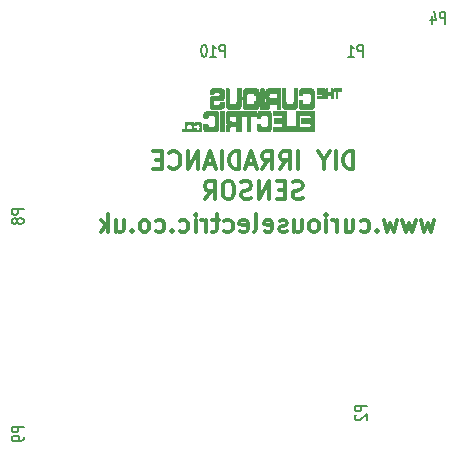
<source format=gbr>
%TF.GenerationSoftware,KiCad,Pcbnew,(5.1.10)-1*%
%TF.CreationDate,2021-07-19T12:12:27+01:00*%
%TF.ProjectId,SolarSensorATMEGA328_PCB,536f6c61-7253-4656-9e73-6f7241544d45,rev?*%
%TF.SameCoordinates,PX5734380PY7df6180*%
%TF.FileFunction,Legend,Bot*%
%TF.FilePolarity,Positive*%
%FSLAX46Y46*%
G04 Gerber Fmt 4.6, Leading zero omitted, Abs format (unit mm)*
G04 Created by KiCad (PCBNEW (5.1.10)-1) date 2021-07-19 12:12:27*
%MOMM*%
%LPD*%
G01*
G04 APERTURE LIST*
%ADD10C,0.300000*%
%ADD11C,0.010000*%
%ADD12C,0.150000*%
G04 APERTURE END LIST*
D10*
X72054857Y24451429D02*
X71769142Y23451429D01*
X71483428Y24165715D01*
X71197714Y23451429D01*
X70912000Y24451429D01*
X70483428Y24451429D02*
X70197714Y23451429D01*
X69912000Y24165715D01*
X69626285Y23451429D01*
X69340571Y24451429D01*
X68912000Y24451429D02*
X68626285Y23451429D01*
X68340571Y24165715D01*
X68054857Y23451429D01*
X67769142Y24451429D01*
X67197714Y23594286D02*
X67126285Y23522858D01*
X67197714Y23451429D01*
X67269142Y23522858D01*
X67197714Y23594286D01*
X67197714Y23451429D01*
X65840571Y23522858D02*
X65983428Y23451429D01*
X66269142Y23451429D01*
X66412000Y23522858D01*
X66483428Y23594286D01*
X66554857Y23737143D01*
X66554857Y24165715D01*
X66483428Y24308572D01*
X66412000Y24380000D01*
X66269142Y24451429D01*
X65983428Y24451429D01*
X65840571Y24380000D01*
X64554857Y24451429D02*
X64554857Y23451429D01*
X65197714Y24451429D02*
X65197714Y23665715D01*
X65126285Y23522858D01*
X64983428Y23451429D01*
X64769142Y23451429D01*
X64626285Y23522858D01*
X64554857Y23594286D01*
X63840571Y23451429D02*
X63840571Y24451429D01*
X63840571Y24165715D02*
X63769142Y24308572D01*
X63697714Y24380000D01*
X63554857Y24451429D01*
X63412000Y24451429D01*
X62912000Y23451429D02*
X62912000Y24451429D01*
X62912000Y24951429D02*
X62983428Y24880000D01*
X62912000Y24808572D01*
X62840571Y24880000D01*
X62912000Y24951429D01*
X62912000Y24808572D01*
X61983428Y23451429D02*
X62126285Y23522858D01*
X62197714Y23594286D01*
X62269142Y23737143D01*
X62269142Y24165715D01*
X62197714Y24308572D01*
X62126285Y24380000D01*
X61983428Y24451429D01*
X61769142Y24451429D01*
X61626285Y24380000D01*
X61554857Y24308572D01*
X61483428Y24165715D01*
X61483428Y23737143D01*
X61554857Y23594286D01*
X61626285Y23522858D01*
X61769142Y23451429D01*
X61983428Y23451429D01*
X60197714Y24451429D02*
X60197714Y23451429D01*
X60840571Y24451429D02*
X60840571Y23665715D01*
X60769142Y23522858D01*
X60626285Y23451429D01*
X60412000Y23451429D01*
X60269142Y23522858D01*
X60197714Y23594286D01*
X59554857Y23522858D02*
X59412000Y23451429D01*
X59126285Y23451429D01*
X58983428Y23522858D01*
X58912000Y23665715D01*
X58912000Y23737143D01*
X58983428Y23880000D01*
X59126285Y23951429D01*
X59340571Y23951429D01*
X59483428Y24022858D01*
X59554857Y24165715D01*
X59554857Y24237143D01*
X59483428Y24380000D01*
X59340571Y24451429D01*
X59126285Y24451429D01*
X58983428Y24380000D01*
X57697714Y23522858D02*
X57840571Y23451429D01*
X58126285Y23451429D01*
X58269142Y23522858D01*
X58340571Y23665715D01*
X58340571Y24237143D01*
X58269142Y24380000D01*
X58126285Y24451429D01*
X57840571Y24451429D01*
X57697714Y24380000D01*
X57626285Y24237143D01*
X57626285Y24094286D01*
X58340571Y23951429D01*
X56769142Y23451429D02*
X56912000Y23522858D01*
X56983428Y23665715D01*
X56983428Y24951429D01*
X55626285Y23522858D02*
X55769142Y23451429D01*
X56054857Y23451429D01*
X56197714Y23522858D01*
X56269142Y23665715D01*
X56269142Y24237143D01*
X56197714Y24380000D01*
X56054857Y24451429D01*
X55769142Y24451429D01*
X55626285Y24380000D01*
X55554857Y24237143D01*
X55554857Y24094286D01*
X56269142Y23951429D01*
X54269142Y23522858D02*
X54412000Y23451429D01*
X54697714Y23451429D01*
X54840571Y23522858D01*
X54912000Y23594286D01*
X54983428Y23737143D01*
X54983428Y24165715D01*
X54912000Y24308572D01*
X54840571Y24380000D01*
X54697714Y24451429D01*
X54412000Y24451429D01*
X54269142Y24380000D01*
X53840571Y24451429D02*
X53269142Y24451429D01*
X53626285Y24951429D02*
X53626285Y23665715D01*
X53554857Y23522858D01*
X53412000Y23451429D01*
X53269142Y23451429D01*
X52769142Y23451429D02*
X52769142Y24451429D01*
X52769142Y24165715D02*
X52697714Y24308572D01*
X52626285Y24380000D01*
X52483428Y24451429D01*
X52340571Y24451429D01*
X51840571Y23451429D02*
X51840571Y24451429D01*
X51840571Y24951429D02*
X51912000Y24880000D01*
X51840571Y24808572D01*
X51769142Y24880000D01*
X51840571Y24951429D01*
X51840571Y24808572D01*
X50483428Y23522858D02*
X50626285Y23451429D01*
X50912000Y23451429D01*
X51054857Y23522858D01*
X51126285Y23594286D01*
X51197714Y23737143D01*
X51197714Y24165715D01*
X51126285Y24308572D01*
X51054857Y24380000D01*
X50912000Y24451429D01*
X50626285Y24451429D01*
X50483428Y24380000D01*
X49840571Y23594286D02*
X49769142Y23522858D01*
X49840571Y23451429D01*
X49912000Y23522858D01*
X49840571Y23594286D01*
X49840571Y23451429D01*
X48483428Y23522858D02*
X48626285Y23451429D01*
X48912000Y23451429D01*
X49054857Y23522858D01*
X49126285Y23594286D01*
X49197714Y23737143D01*
X49197714Y24165715D01*
X49126285Y24308572D01*
X49054857Y24380000D01*
X48912000Y24451429D01*
X48626285Y24451429D01*
X48483428Y24380000D01*
X47626285Y23451429D02*
X47769142Y23522858D01*
X47840571Y23594286D01*
X47912000Y23737143D01*
X47912000Y24165715D01*
X47840571Y24308572D01*
X47769142Y24380000D01*
X47626285Y24451429D01*
X47412000Y24451429D01*
X47269142Y24380000D01*
X47197714Y24308572D01*
X47126285Y24165715D01*
X47126285Y23737143D01*
X47197714Y23594286D01*
X47269142Y23522858D01*
X47412000Y23451429D01*
X47626285Y23451429D01*
X46483428Y23594286D02*
X46412000Y23522858D01*
X46483428Y23451429D01*
X46554857Y23522858D01*
X46483428Y23594286D01*
X46483428Y23451429D01*
X45126285Y24451429D02*
X45126285Y23451429D01*
X45769142Y24451429D02*
X45769142Y23665715D01*
X45697714Y23522858D01*
X45554857Y23451429D01*
X45340571Y23451429D01*
X45197714Y23522858D01*
X45126285Y23594286D01*
X44412000Y23451429D02*
X44412000Y24951429D01*
X44269142Y24022858D02*
X43840571Y23451429D01*
X43840571Y24451429D02*
X44412000Y23880000D01*
X65197571Y28790429D02*
X65197571Y30290429D01*
X64840428Y30290429D01*
X64626142Y30219000D01*
X64483285Y30076143D01*
X64411857Y29933286D01*
X64340428Y29647572D01*
X64340428Y29433286D01*
X64411857Y29147572D01*
X64483285Y29004715D01*
X64626142Y28861858D01*
X64840428Y28790429D01*
X65197571Y28790429D01*
X63697571Y28790429D02*
X63697571Y30290429D01*
X62697571Y29504715D02*
X62697571Y28790429D01*
X63197571Y30290429D02*
X62697571Y29504715D01*
X62197571Y30290429D01*
X60554714Y28790429D02*
X60554714Y30290429D01*
X58983285Y28790429D02*
X59483285Y29504715D01*
X59840428Y28790429D02*
X59840428Y30290429D01*
X59269000Y30290429D01*
X59126142Y30219000D01*
X59054714Y30147572D01*
X58983285Y30004715D01*
X58983285Y29790429D01*
X59054714Y29647572D01*
X59126142Y29576143D01*
X59269000Y29504715D01*
X59840428Y29504715D01*
X57483285Y28790429D02*
X57983285Y29504715D01*
X58340428Y28790429D02*
X58340428Y30290429D01*
X57769000Y30290429D01*
X57626142Y30219000D01*
X57554714Y30147572D01*
X57483285Y30004715D01*
X57483285Y29790429D01*
X57554714Y29647572D01*
X57626142Y29576143D01*
X57769000Y29504715D01*
X58340428Y29504715D01*
X56911857Y29219000D02*
X56197571Y29219000D01*
X57054714Y28790429D02*
X56554714Y30290429D01*
X56054714Y28790429D01*
X55554714Y28790429D02*
X55554714Y30290429D01*
X55197571Y30290429D01*
X54983285Y30219000D01*
X54840428Y30076143D01*
X54769000Y29933286D01*
X54697571Y29647572D01*
X54697571Y29433286D01*
X54769000Y29147572D01*
X54840428Y29004715D01*
X54983285Y28861858D01*
X55197571Y28790429D01*
X55554714Y28790429D01*
X54054714Y28790429D02*
X54054714Y30290429D01*
X53411857Y29219000D02*
X52697571Y29219000D01*
X53554714Y28790429D02*
X53054714Y30290429D01*
X52554714Y28790429D01*
X52054714Y28790429D02*
X52054714Y30290429D01*
X51197571Y28790429D01*
X51197571Y30290429D01*
X49626142Y28933286D02*
X49697571Y28861858D01*
X49911857Y28790429D01*
X50054714Y28790429D01*
X50269000Y28861858D01*
X50411857Y29004715D01*
X50483285Y29147572D01*
X50554714Y29433286D01*
X50554714Y29647572D01*
X50483285Y29933286D01*
X50411857Y30076143D01*
X50269000Y30219000D01*
X50054714Y30290429D01*
X49911857Y30290429D01*
X49697571Y30219000D01*
X49626142Y30147572D01*
X48983285Y29576143D02*
X48483285Y29576143D01*
X48269000Y28790429D02*
X48983285Y28790429D01*
X48983285Y30290429D01*
X48269000Y30290429D01*
X60911857Y26311858D02*
X60697571Y26240429D01*
X60340428Y26240429D01*
X60197571Y26311858D01*
X60126142Y26383286D01*
X60054714Y26526143D01*
X60054714Y26669000D01*
X60126142Y26811858D01*
X60197571Y26883286D01*
X60340428Y26954715D01*
X60626142Y27026143D01*
X60769000Y27097572D01*
X60840428Y27169000D01*
X60911857Y27311858D01*
X60911857Y27454715D01*
X60840428Y27597572D01*
X60769000Y27669000D01*
X60626142Y27740429D01*
X60269000Y27740429D01*
X60054714Y27669000D01*
X59411857Y27026143D02*
X58911857Y27026143D01*
X58697571Y26240429D02*
X59411857Y26240429D01*
X59411857Y27740429D01*
X58697571Y27740429D01*
X58054714Y26240429D02*
X58054714Y27740429D01*
X57197571Y26240429D01*
X57197571Y27740429D01*
X56554714Y26311858D02*
X56340428Y26240429D01*
X55983285Y26240429D01*
X55840428Y26311858D01*
X55769000Y26383286D01*
X55697571Y26526143D01*
X55697571Y26669000D01*
X55769000Y26811858D01*
X55840428Y26883286D01*
X55983285Y26954715D01*
X56269000Y27026143D01*
X56411857Y27097572D01*
X56483285Y27169000D01*
X56554714Y27311858D01*
X56554714Y27454715D01*
X56483285Y27597572D01*
X56411857Y27669000D01*
X56269000Y27740429D01*
X55911857Y27740429D01*
X55697571Y27669000D01*
X54769000Y27740429D02*
X54483285Y27740429D01*
X54340428Y27669000D01*
X54197571Y27526143D01*
X54126142Y27240429D01*
X54126142Y26740429D01*
X54197571Y26454715D01*
X54340428Y26311858D01*
X54483285Y26240429D01*
X54769000Y26240429D01*
X54911857Y26311858D01*
X55054714Y26454715D01*
X55126142Y26740429D01*
X55126142Y27240429D01*
X55054714Y27526143D01*
X54911857Y27669000D01*
X54769000Y27740429D01*
X52626142Y26240429D02*
X53126142Y26954715D01*
X53483285Y26240429D02*
X53483285Y27740429D01*
X52911857Y27740429D01*
X52769000Y27669000D01*
X52697571Y27597572D01*
X52626142Y27454715D01*
X52626142Y27240429D01*
X52697571Y27097572D01*
X52769000Y27026143D01*
X52911857Y26954715D01*
X53483285Y26954715D01*
D11*
%TO.C,P5*%
G36*
X50799000Y32071000D02*
G01*
X50709000Y32071000D01*
X50709000Y31981000D01*
X50799000Y31981000D01*
X50799000Y32071000D01*
G37*
X50799000Y32071000D02*
X50709000Y32071000D01*
X50709000Y31981000D01*
X50799000Y31981000D01*
X50799000Y32071000D01*
G36*
X50889000Y32071000D02*
G01*
X50799000Y32071000D01*
X50799000Y31981000D01*
X50889000Y31981000D01*
X50889000Y32071000D01*
G37*
X50889000Y32071000D02*
X50799000Y32071000D01*
X50799000Y31981000D01*
X50889000Y31981000D01*
X50889000Y32071000D01*
G36*
X51069000Y32071000D02*
G01*
X50979000Y32071000D01*
X50979000Y31981000D01*
X51069000Y31981000D01*
X51069000Y32071000D01*
G37*
X51069000Y32071000D02*
X50979000Y32071000D01*
X50979000Y31981000D01*
X51069000Y31981000D01*
X51069000Y32071000D01*
G36*
X51159000Y32071000D02*
G01*
X51069000Y32071000D01*
X51069000Y31981000D01*
X51159000Y31981000D01*
X51159000Y32071000D01*
G37*
X51159000Y32071000D02*
X51069000Y32071000D01*
X51069000Y31981000D01*
X51159000Y31981000D01*
X51159000Y32071000D01*
G36*
X51249000Y32071000D02*
G01*
X51159000Y32071000D01*
X51159000Y31981000D01*
X51249000Y31981000D01*
X51249000Y32071000D01*
G37*
X51249000Y32071000D02*
X51159000Y32071000D01*
X51159000Y31981000D01*
X51249000Y31981000D01*
X51249000Y32071000D01*
G36*
X51339000Y32071000D02*
G01*
X51249000Y32071000D01*
X51249000Y31981000D01*
X51339000Y31981000D01*
X51339000Y32071000D01*
G37*
X51339000Y32071000D02*
X51249000Y32071000D01*
X51249000Y31981000D01*
X51339000Y31981000D01*
X51339000Y32071000D01*
G36*
X51429000Y32071000D02*
G01*
X51339000Y32071000D01*
X51339000Y31981000D01*
X51429000Y31981000D01*
X51429000Y32071000D01*
G37*
X51429000Y32071000D02*
X51339000Y32071000D01*
X51339000Y31981000D01*
X51429000Y31981000D01*
X51429000Y32071000D01*
G36*
X51519000Y32071000D02*
G01*
X51429000Y32071000D01*
X51429000Y31981000D01*
X51519000Y31981000D01*
X51519000Y32071000D01*
G37*
X51519000Y32071000D02*
X51429000Y32071000D01*
X51429000Y31981000D01*
X51519000Y31981000D01*
X51519000Y32071000D01*
G36*
X51609000Y32071000D02*
G01*
X51519000Y32071000D01*
X51519000Y31981000D01*
X51609000Y31981000D01*
X51609000Y32071000D01*
G37*
X51609000Y32071000D02*
X51519000Y32071000D01*
X51519000Y31981000D01*
X51609000Y31981000D01*
X51609000Y32071000D01*
G36*
X51789000Y32071000D02*
G01*
X51699000Y32071000D01*
X51699000Y31981000D01*
X51789000Y31981000D01*
X51789000Y32071000D01*
G37*
X51789000Y32071000D02*
X51699000Y32071000D01*
X51699000Y31981000D01*
X51789000Y31981000D01*
X51789000Y32071000D01*
G36*
X51879000Y32071000D02*
G01*
X51789000Y32071000D01*
X51789000Y31981000D01*
X51879000Y31981000D01*
X51879000Y32071000D01*
G37*
X51879000Y32071000D02*
X51789000Y32071000D01*
X51789000Y31981000D01*
X51879000Y31981000D01*
X51879000Y32071000D01*
G36*
X51969000Y32071000D02*
G01*
X51879000Y32071000D01*
X51879000Y31981000D01*
X51969000Y31981000D01*
X51969000Y32071000D01*
G37*
X51969000Y32071000D02*
X51879000Y32071000D01*
X51879000Y31981000D01*
X51969000Y31981000D01*
X51969000Y32071000D01*
G36*
X52059000Y32071000D02*
G01*
X51969000Y32071000D01*
X51969000Y31981000D01*
X52059000Y31981000D01*
X52059000Y32071000D01*
G37*
X52059000Y32071000D02*
X51969000Y32071000D01*
X51969000Y31981000D01*
X52059000Y31981000D01*
X52059000Y32071000D01*
G36*
X52149000Y32071000D02*
G01*
X52059000Y32071000D01*
X52059000Y31981000D01*
X52149000Y31981000D01*
X52149000Y32071000D01*
G37*
X52149000Y32071000D02*
X52059000Y32071000D01*
X52059000Y31981000D01*
X52149000Y31981000D01*
X52149000Y32071000D01*
G36*
X52239000Y32071000D02*
G01*
X52149000Y32071000D01*
X52149000Y31981000D01*
X52239000Y31981000D01*
X52239000Y32071000D01*
G37*
X52239000Y32071000D02*
X52149000Y32071000D01*
X52149000Y31981000D01*
X52239000Y31981000D01*
X52239000Y32071000D01*
G36*
X52329000Y32071000D02*
G01*
X52239000Y32071000D01*
X52239000Y31981000D01*
X52329000Y31981000D01*
X52329000Y32071000D01*
G37*
X52329000Y32071000D02*
X52239000Y32071000D01*
X52239000Y31981000D01*
X52329000Y31981000D01*
X52329000Y32071000D01*
G36*
X52689000Y32071000D02*
G01*
X52599000Y32071000D01*
X52599000Y31981000D01*
X52689000Y31981000D01*
X52689000Y32071000D01*
G37*
X52689000Y32071000D02*
X52599000Y32071000D01*
X52599000Y31981000D01*
X52689000Y31981000D01*
X52689000Y32071000D01*
G36*
X52779000Y32071000D02*
G01*
X52689000Y32071000D01*
X52689000Y31981000D01*
X52779000Y31981000D01*
X52779000Y32071000D01*
G37*
X52779000Y32071000D02*
X52689000Y32071000D01*
X52689000Y31981000D01*
X52779000Y31981000D01*
X52779000Y32071000D01*
G36*
X52869000Y32071000D02*
G01*
X52779000Y32071000D01*
X52779000Y31981000D01*
X52869000Y31981000D01*
X52869000Y32071000D01*
G37*
X52869000Y32071000D02*
X52779000Y32071000D01*
X52779000Y31981000D01*
X52869000Y31981000D01*
X52869000Y32071000D01*
G36*
X52959000Y32071000D02*
G01*
X52869000Y32071000D01*
X52869000Y31981000D01*
X52959000Y31981000D01*
X52959000Y32071000D01*
G37*
X52959000Y32071000D02*
X52869000Y32071000D01*
X52869000Y31981000D01*
X52959000Y31981000D01*
X52959000Y32071000D01*
G36*
X53049000Y32071000D02*
G01*
X52959000Y32071000D01*
X52959000Y31981000D01*
X53049000Y31981000D01*
X53049000Y32071000D01*
G37*
X53049000Y32071000D02*
X52959000Y32071000D01*
X52959000Y31981000D01*
X53049000Y31981000D01*
X53049000Y32071000D01*
G36*
X53139000Y32071000D02*
G01*
X53049000Y32071000D01*
X53049000Y31981000D01*
X53139000Y31981000D01*
X53139000Y32071000D01*
G37*
X53139000Y32071000D02*
X53049000Y32071000D01*
X53049000Y31981000D01*
X53139000Y31981000D01*
X53139000Y32071000D01*
G36*
X53229000Y32071000D02*
G01*
X53139000Y32071000D01*
X53139000Y31981000D01*
X53229000Y31981000D01*
X53229000Y32071000D01*
G37*
X53229000Y32071000D02*
X53139000Y32071000D01*
X53139000Y31981000D01*
X53229000Y31981000D01*
X53229000Y32071000D01*
G36*
X53319000Y32071000D02*
G01*
X53229000Y32071000D01*
X53229000Y31981000D01*
X53319000Y31981000D01*
X53319000Y32071000D01*
G37*
X53319000Y32071000D02*
X53229000Y32071000D01*
X53229000Y31981000D01*
X53319000Y31981000D01*
X53319000Y32071000D01*
G36*
X53409000Y32071000D02*
G01*
X53319000Y32071000D01*
X53319000Y31981000D01*
X53409000Y31981000D01*
X53409000Y32071000D01*
G37*
X53409000Y32071000D02*
X53319000Y32071000D01*
X53319000Y31981000D01*
X53409000Y31981000D01*
X53409000Y32071000D01*
G36*
X53499000Y32071000D02*
G01*
X53409000Y32071000D01*
X53409000Y31981000D01*
X53499000Y31981000D01*
X53499000Y32071000D01*
G37*
X53499000Y32071000D02*
X53409000Y32071000D01*
X53409000Y31981000D01*
X53499000Y31981000D01*
X53499000Y32071000D01*
G36*
X53589000Y32071000D02*
G01*
X53499000Y32071000D01*
X53499000Y31981000D01*
X53589000Y31981000D01*
X53589000Y32071000D01*
G37*
X53589000Y32071000D02*
X53499000Y32071000D01*
X53499000Y31981000D01*
X53589000Y31981000D01*
X53589000Y32071000D01*
G36*
X53679000Y32071000D02*
G01*
X53589000Y32071000D01*
X53589000Y31981000D01*
X53679000Y31981000D01*
X53679000Y32071000D01*
G37*
X53679000Y32071000D02*
X53589000Y32071000D01*
X53589000Y31981000D01*
X53679000Y31981000D01*
X53679000Y32071000D01*
G36*
X54039000Y32071000D02*
G01*
X53949000Y32071000D01*
X53949000Y31981000D01*
X54039000Y31981000D01*
X54039000Y32071000D01*
G37*
X54039000Y32071000D02*
X53949000Y32071000D01*
X53949000Y31981000D01*
X54039000Y31981000D01*
X54039000Y32071000D01*
G36*
X54129000Y32071000D02*
G01*
X54039000Y32071000D01*
X54039000Y31981000D01*
X54129000Y31981000D01*
X54129000Y32071000D01*
G37*
X54129000Y32071000D02*
X54039000Y32071000D01*
X54039000Y31981000D01*
X54129000Y31981000D01*
X54129000Y32071000D01*
G36*
X54219000Y32071000D02*
G01*
X54129000Y32071000D01*
X54129000Y31981000D01*
X54219000Y31981000D01*
X54219000Y32071000D01*
G37*
X54219000Y32071000D02*
X54129000Y32071000D01*
X54129000Y31981000D01*
X54219000Y31981000D01*
X54219000Y32071000D01*
G36*
X54489000Y32071000D02*
G01*
X54399000Y32071000D01*
X54399000Y31981000D01*
X54489000Y31981000D01*
X54489000Y32071000D01*
G37*
X54489000Y32071000D02*
X54399000Y32071000D01*
X54399000Y31981000D01*
X54489000Y31981000D01*
X54489000Y32071000D01*
G36*
X54579000Y32071000D02*
G01*
X54489000Y32071000D01*
X54489000Y31981000D01*
X54579000Y31981000D01*
X54579000Y32071000D01*
G37*
X54579000Y32071000D02*
X54489000Y32071000D01*
X54489000Y31981000D01*
X54579000Y31981000D01*
X54579000Y32071000D01*
G36*
X54669000Y32071000D02*
G01*
X54579000Y32071000D01*
X54579000Y31981000D01*
X54669000Y31981000D01*
X54669000Y32071000D01*
G37*
X54669000Y32071000D02*
X54579000Y32071000D01*
X54579000Y31981000D01*
X54669000Y31981000D01*
X54669000Y32071000D01*
G36*
X55389000Y32071000D02*
G01*
X55299000Y32071000D01*
X55299000Y31981000D01*
X55389000Y31981000D01*
X55389000Y32071000D01*
G37*
X55389000Y32071000D02*
X55299000Y32071000D01*
X55299000Y31981000D01*
X55389000Y31981000D01*
X55389000Y32071000D01*
G36*
X55479000Y32071000D02*
G01*
X55389000Y32071000D01*
X55389000Y31981000D01*
X55479000Y31981000D01*
X55479000Y32071000D01*
G37*
X55479000Y32071000D02*
X55389000Y32071000D01*
X55389000Y31981000D01*
X55479000Y31981000D01*
X55479000Y32071000D01*
G36*
X55569000Y32071000D02*
G01*
X55479000Y32071000D01*
X55479000Y31981000D01*
X55569000Y31981000D01*
X55569000Y32071000D01*
G37*
X55569000Y32071000D02*
X55479000Y32071000D01*
X55479000Y31981000D01*
X55569000Y31981000D01*
X55569000Y32071000D01*
G36*
X55659000Y32071000D02*
G01*
X55569000Y32071000D01*
X55569000Y31981000D01*
X55659000Y31981000D01*
X55659000Y32071000D01*
G37*
X55659000Y32071000D02*
X55569000Y32071000D01*
X55569000Y31981000D01*
X55659000Y31981000D01*
X55659000Y32071000D01*
G36*
X56289000Y32071000D02*
G01*
X56199000Y32071000D01*
X56199000Y31981000D01*
X56289000Y31981000D01*
X56289000Y32071000D01*
G37*
X56289000Y32071000D02*
X56199000Y32071000D01*
X56199000Y31981000D01*
X56289000Y31981000D01*
X56289000Y32071000D01*
G36*
X56379000Y32071000D02*
G01*
X56289000Y32071000D01*
X56289000Y31981000D01*
X56379000Y31981000D01*
X56379000Y32071000D01*
G37*
X56379000Y32071000D02*
X56289000Y32071000D01*
X56289000Y31981000D01*
X56379000Y31981000D01*
X56379000Y32071000D01*
G36*
X56469000Y32071000D02*
G01*
X56379000Y32071000D01*
X56379000Y31981000D01*
X56469000Y31981000D01*
X56469000Y32071000D01*
G37*
X56469000Y32071000D02*
X56379000Y32071000D01*
X56379000Y31981000D01*
X56469000Y31981000D01*
X56469000Y32071000D01*
G36*
X57189000Y32071000D02*
G01*
X57099000Y32071000D01*
X57099000Y31981000D01*
X57189000Y31981000D01*
X57189000Y32071000D01*
G37*
X57189000Y32071000D02*
X57099000Y32071000D01*
X57099000Y31981000D01*
X57189000Y31981000D01*
X57189000Y32071000D01*
G36*
X57279000Y32071000D02*
G01*
X57189000Y32071000D01*
X57189000Y31981000D01*
X57279000Y31981000D01*
X57279000Y32071000D01*
G37*
X57279000Y32071000D02*
X57189000Y32071000D01*
X57189000Y31981000D01*
X57279000Y31981000D01*
X57279000Y32071000D01*
G36*
X57369000Y32071000D02*
G01*
X57279000Y32071000D01*
X57279000Y31981000D01*
X57369000Y31981000D01*
X57369000Y32071000D01*
G37*
X57369000Y32071000D02*
X57279000Y32071000D01*
X57279000Y31981000D01*
X57369000Y31981000D01*
X57369000Y32071000D01*
G36*
X57459000Y32071000D02*
G01*
X57369000Y32071000D01*
X57369000Y31981000D01*
X57459000Y31981000D01*
X57459000Y32071000D01*
G37*
X57459000Y32071000D02*
X57369000Y32071000D01*
X57369000Y31981000D01*
X57459000Y31981000D01*
X57459000Y32071000D01*
G36*
X57549000Y32071000D02*
G01*
X57459000Y32071000D01*
X57459000Y31981000D01*
X57549000Y31981000D01*
X57549000Y32071000D01*
G37*
X57549000Y32071000D02*
X57459000Y32071000D01*
X57459000Y31981000D01*
X57549000Y31981000D01*
X57549000Y32071000D01*
G36*
X57639000Y32071000D02*
G01*
X57549000Y32071000D01*
X57549000Y31981000D01*
X57639000Y31981000D01*
X57639000Y32071000D01*
G37*
X57639000Y32071000D02*
X57549000Y32071000D01*
X57549000Y31981000D01*
X57639000Y31981000D01*
X57639000Y32071000D01*
G36*
X57729000Y32071000D02*
G01*
X57639000Y32071000D01*
X57639000Y31981000D01*
X57729000Y31981000D01*
X57729000Y32071000D01*
G37*
X57729000Y32071000D02*
X57639000Y32071000D01*
X57639000Y31981000D01*
X57729000Y31981000D01*
X57729000Y32071000D01*
G36*
X57819000Y32071000D02*
G01*
X57729000Y32071000D01*
X57729000Y31981000D01*
X57819000Y31981000D01*
X57819000Y32071000D01*
G37*
X57819000Y32071000D02*
X57729000Y32071000D01*
X57729000Y31981000D01*
X57819000Y31981000D01*
X57819000Y32071000D01*
G36*
X57909000Y32071000D02*
G01*
X57819000Y32071000D01*
X57819000Y31981000D01*
X57909000Y31981000D01*
X57909000Y32071000D01*
G37*
X57909000Y32071000D02*
X57819000Y32071000D01*
X57819000Y31981000D01*
X57909000Y31981000D01*
X57909000Y32071000D01*
G36*
X57999000Y32071000D02*
G01*
X57909000Y32071000D01*
X57909000Y31981000D01*
X57999000Y31981000D01*
X57999000Y32071000D01*
G37*
X57999000Y32071000D02*
X57909000Y32071000D01*
X57909000Y31981000D01*
X57999000Y31981000D01*
X57999000Y32071000D01*
G36*
X58089000Y32071000D02*
G01*
X57999000Y32071000D01*
X57999000Y31981000D01*
X58089000Y31981000D01*
X58089000Y32071000D01*
G37*
X58089000Y32071000D02*
X57999000Y32071000D01*
X57999000Y31981000D01*
X58089000Y31981000D01*
X58089000Y32071000D01*
G36*
X58179000Y32071000D02*
G01*
X58089000Y32071000D01*
X58089000Y31981000D01*
X58179000Y31981000D01*
X58179000Y32071000D01*
G37*
X58179000Y32071000D02*
X58089000Y32071000D01*
X58089000Y31981000D01*
X58179000Y31981000D01*
X58179000Y32071000D01*
G36*
X58449000Y32071000D02*
G01*
X58359000Y32071000D01*
X58359000Y31981000D01*
X58449000Y31981000D01*
X58449000Y32071000D01*
G37*
X58449000Y32071000D02*
X58359000Y32071000D01*
X58359000Y31981000D01*
X58449000Y31981000D01*
X58449000Y32071000D01*
G36*
X58539000Y32071000D02*
G01*
X58449000Y32071000D01*
X58449000Y31981000D01*
X58539000Y31981000D01*
X58539000Y32071000D01*
G37*
X58539000Y32071000D02*
X58449000Y32071000D01*
X58449000Y31981000D01*
X58539000Y31981000D01*
X58539000Y32071000D01*
G36*
X58629000Y32071000D02*
G01*
X58539000Y32071000D01*
X58539000Y31981000D01*
X58629000Y31981000D01*
X58629000Y32071000D01*
G37*
X58629000Y32071000D02*
X58539000Y32071000D01*
X58539000Y31981000D01*
X58629000Y31981000D01*
X58629000Y32071000D01*
G36*
X58719000Y32071000D02*
G01*
X58629000Y32071000D01*
X58629000Y31981000D01*
X58719000Y31981000D01*
X58719000Y32071000D01*
G37*
X58719000Y32071000D02*
X58629000Y32071000D01*
X58629000Y31981000D01*
X58719000Y31981000D01*
X58719000Y32071000D01*
G36*
X58809000Y32071000D02*
G01*
X58719000Y32071000D01*
X58719000Y31981000D01*
X58809000Y31981000D01*
X58809000Y32071000D01*
G37*
X58809000Y32071000D02*
X58719000Y32071000D01*
X58719000Y31981000D01*
X58809000Y31981000D01*
X58809000Y32071000D01*
G36*
X58899000Y32071000D02*
G01*
X58809000Y32071000D01*
X58809000Y31981000D01*
X58899000Y31981000D01*
X58899000Y32071000D01*
G37*
X58899000Y32071000D02*
X58809000Y32071000D01*
X58809000Y31981000D01*
X58899000Y31981000D01*
X58899000Y32071000D01*
G36*
X58989000Y32071000D02*
G01*
X58899000Y32071000D01*
X58899000Y31981000D01*
X58989000Y31981000D01*
X58989000Y32071000D01*
G37*
X58989000Y32071000D02*
X58899000Y32071000D01*
X58899000Y31981000D01*
X58989000Y31981000D01*
X58989000Y32071000D01*
G36*
X59079000Y32071000D02*
G01*
X58989000Y32071000D01*
X58989000Y31981000D01*
X59079000Y31981000D01*
X59079000Y32071000D01*
G37*
X59079000Y32071000D02*
X58989000Y32071000D01*
X58989000Y31981000D01*
X59079000Y31981000D01*
X59079000Y32071000D01*
G36*
X59169000Y32071000D02*
G01*
X59079000Y32071000D01*
X59079000Y31981000D01*
X59169000Y31981000D01*
X59169000Y32071000D01*
G37*
X59169000Y32071000D02*
X59079000Y32071000D01*
X59079000Y31981000D01*
X59169000Y31981000D01*
X59169000Y32071000D01*
G36*
X59259000Y32071000D02*
G01*
X59169000Y32071000D01*
X59169000Y31981000D01*
X59259000Y31981000D01*
X59259000Y32071000D01*
G37*
X59259000Y32071000D02*
X59169000Y32071000D01*
X59169000Y31981000D01*
X59259000Y31981000D01*
X59259000Y32071000D01*
G36*
X59349000Y32071000D02*
G01*
X59259000Y32071000D01*
X59259000Y31981000D01*
X59349000Y31981000D01*
X59349000Y32071000D01*
G37*
X59349000Y32071000D02*
X59259000Y32071000D01*
X59259000Y31981000D01*
X59349000Y31981000D01*
X59349000Y32071000D01*
G36*
X59439000Y32071000D02*
G01*
X59349000Y32071000D01*
X59349000Y31981000D01*
X59439000Y31981000D01*
X59439000Y32071000D01*
G37*
X59439000Y32071000D02*
X59349000Y32071000D01*
X59349000Y31981000D01*
X59439000Y31981000D01*
X59439000Y32071000D01*
G36*
X59529000Y32071000D02*
G01*
X59439000Y32071000D01*
X59439000Y31981000D01*
X59529000Y31981000D01*
X59529000Y32071000D01*
G37*
X59529000Y32071000D02*
X59439000Y32071000D01*
X59439000Y31981000D01*
X59529000Y31981000D01*
X59529000Y32071000D01*
G36*
X59709000Y32071000D02*
G01*
X59619000Y32071000D01*
X59619000Y31981000D01*
X59709000Y31981000D01*
X59709000Y32071000D01*
G37*
X59709000Y32071000D02*
X59619000Y32071000D01*
X59619000Y31981000D01*
X59709000Y31981000D01*
X59709000Y32071000D01*
G36*
X59799000Y32071000D02*
G01*
X59709000Y32071000D01*
X59709000Y31981000D01*
X59799000Y31981000D01*
X59799000Y32071000D01*
G37*
X59799000Y32071000D02*
X59709000Y32071000D01*
X59709000Y31981000D01*
X59799000Y31981000D01*
X59799000Y32071000D01*
G36*
X59889000Y32071000D02*
G01*
X59799000Y32071000D01*
X59799000Y31981000D01*
X59889000Y31981000D01*
X59889000Y32071000D01*
G37*
X59889000Y32071000D02*
X59799000Y32071000D01*
X59799000Y31981000D01*
X59889000Y31981000D01*
X59889000Y32071000D01*
G36*
X59979000Y32071000D02*
G01*
X59889000Y32071000D01*
X59889000Y31981000D01*
X59979000Y31981000D01*
X59979000Y32071000D01*
G37*
X59979000Y32071000D02*
X59889000Y32071000D01*
X59889000Y31981000D01*
X59979000Y31981000D01*
X59979000Y32071000D01*
G36*
X60069000Y32071000D02*
G01*
X59979000Y32071000D01*
X59979000Y31981000D01*
X60069000Y31981000D01*
X60069000Y32071000D01*
G37*
X60069000Y32071000D02*
X59979000Y32071000D01*
X59979000Y31981000D01*
X60069000Y31981000D01*
X60069000Y32071000D01*
G36*
X60159000Y32071000D02*
G01*
X60069000Y32071000D01*
X60069000Y31981000D01*
X60159000Y31981000D01*
X60159000Y32071000D01*
G37*
X60159000Y32071000D02*
X60069000Y32071000D01*
X60069000Y31981000D01*
X60159000Y31981000D01*
X60159000Y32071000D01*
G36*
X60249000Y32071000D02*
G01*
X60159000Y32071000D01*
X60159000Y31981000D01*
X60249000Y31981000D01*
X60249000Y32071000D01*
G37*
X60249000Y32071000D02*
X60159000Y32071000D01*
X60159000Y31981000D01*
X60249000Y31981000D01*
X60249000Y32071000D01*
G36*
X60339000Y32071000D02*
G01*
X60249000Y32071000D01*
X60249000Y31981000D01*
X60339000Y31981000D01*
X60339000Y32071000D01*
G37*
X60339000Y32071000D02*
X60249000Y32071000D01*
X60249000Y31981000D01*
X60339000Y31981000D01*
X60339000Y32071000D01*
G36*
X60429000Y32071000D02*
G01*
X60339000Y32071000D01*
X60339000Y31981000D01*
X60429000Y31981000D01*
X60429000Y32071000D01*
G37*
X60429000Y32071000D02*
X60339000Y32071000D01*
X60339000Y31981000D01*
X60429000Y31981000D01*
X60429000Y32071000D01*
G36*
X60519000Y32071000D02*
G01*
X60429000Y32071000D01*
X60429000Y31981000D01*
X60519000Y31981000D01*
X60519000Y32071000D01*
G37*
X60519000Y32071000D02*
X60429000Y32071000D01*
X60429000Y31981000D01*
X60519000Y31981000D01*
X60519000Y32071000D01*
G36*
X60609000Y32071000D02*
G01*
X60519000Y32071000D01*
X60519000Y31981000D01*
X60609000Y31981000D01*
X60609000Y32071000D01*
G37*
X60609000Y32071000D02*
X60519000Y32071000D01*
X60519000Y31981000D01*
X60609000Y31981000D01*
X60609000Y32071000D01*
G36*
X60789000Y32071000D02*
G01*
X60699000Y32071000D01*
X60699000Y31981000D01*
X60789000Y31981000D01*
X60789000Y32071000D01*
G37*
X60789000Y32071000D02*
X60699000Y32071000D01*
X60699000Y31981000D01*
X60789000Y31981000D01*
X60789000Y32071000D01*
G36*
X60879000Y32071000D02*
G01*
X60789000Y32071000D01*
X60789000Y31981000D01*
X60879000Y31981000D01*
X60879000Y32071000D01*
G37*
X60879000Y32071000D02*
X60789000Y32071000D01*
X60789000Y31981000D01*
X60879000Y31981000D01*
X60879000Y32071000D01*
G36*
X60969000Y32071000D02*
G01*
X60879000Y32071000D01*
X60879000Y31981000D01*
X60969000Y31981000D01*
X60969000Y32071000D01*
G37*
X60969000Y32071000D02*
X60879000Y32071000D01*
X60879000Y31981000D01*
X60969000Y31981000D01*
X60969000Y32071000D01*
G36*
X61059000Y32071000D02*
G01*
X60969000Y32071000D01*
X60969000Y31981000D01*
X61059000Y31981000D01*
X61059000Y32071000D01*
G37*
X61059000Y32071000D02*
X60969000Y32071000D01*
X60969000Y31981000D01*
X61059000Y31981000D01*
X61059000Y32071000D01*
G36*
X61149000Y32071000D02*
G01*
X61059000Y32071000D01*
X61059000Y31981000D01*
X61149000Y31981000D01*
X61149000Y32071000D01*
G37*
X61149000Y32071000D02*
X61059000Y32071000D01*
X61059000Y31981000D01*
X61149000Y31981000D01*
X61149000Y32071000D01*
G36*
X61239000Y32071000D02*
G01*
X61149000Y32071000D01*
X61149000Y31981000D01*
X61239000Y31981000D01*
X61239000Y32071000D01*
G37*
X61239000Y32071000D02*
X61149000Y32071000D01*
X61149000Y31981000D01*
X61239000Y31981000D01*
X61239000Y32071000D01*
G36*
X61329000Y32071000D02*
G01*
X61239000Y32071000D01*
X61239000Y31981000D01*
X61329000Y31981000D01*
X61329000Y32071000D01*
G37*
X61329000Y32071000D02*
X61239000Y32071000D01*
X61239000Y31981000D01*
X61329000Y31981000D01*
X61329000Y32071000D01*
G36*
X61419000Y32071000D02*
G01*
X61329000Y32071000D01*
X61329000Y31981000D01*
X61419000Y31981000D01*
X61419000Y32071000D01*
G37*
X61419000Y32071000D02*
X61329000Y32071000D01*
X61329000Y31981000D01*
X61419000Y31981000D01*
X61419000Y32071000D01*
G36*
X61509000Y32071000D02*
G01*
X61419000Y32071000D01*
X61419000Y31981000D01*
X61509000Y31981000D01*
X61509000Y32071000D01*
G37*
X61509000Y32071000D02*
X61419000Y32071000D01*
X61419000Y31981000D01*
X61509000Y31981000D01*
X61509000Y32071000D01*
G36*
X61599000Y32071000D02*
G01*
X61509000Y32071000D01*
X61509000Y31981000D01*
X61599000Y31981000D01*
X61599000Y32071000D01*
G37*
X61599000Y32071000D02*
X61509000Y32071000D01*
X61509000Y31981000D01*
X61599000Y31981000D01*
X61599000Y32071000D01*
G36*
X61689000Y32071000D02*
G01*
X61599000Y32071000D01*
X61599000Y31981000D01*
X61689000Y31981000D01*
X61689000Y32071000D01*
G37*
X61689000Y32071000D02*
X61599000Y32071000D01*
X61599000Y31981000D01*
X61689000Y31981000D01*
X61689000Y32071000D01*
G36*
X61779000Y32071000D02*
G01*
X61689000Y32071000D01*
X61689000Y31981000D01*
X61779000Y31981000D01*
X61779000Y32071000D01*
G37*
X61779000Y32071000D02*
X61689000Y32071000D01*
X61689000Y31981000D01*
X61779000Y31981000D01*
X61779000Y32071000D01*
G36*
X61869000Y32071000D02*
G01*
X61779000Y32071000D01*
X61779000Y31981000D01*
X61869000Y31981000D01*
X61869000Y32071000D01*
G37*
X61869000Y32071000D02*
X61779000Y32071000D01*
X61779000Y31981000D01*
X61869000Y31981000D01*
X61869000Y32071000D01*
G36*
X50799000Y32161000D02*
G01*
X50709000Y32161000D01*
X50709000Y32071000D01*
X50799000Y32071000D01*
X50799000Y32161000D01*
G37*
X50799000Y32161000D02*
X50709000Y32161000D01*
X50709000Y32071000D01*
X50799000Y32071000D01*
X50799000Y32161000D01*
G36*
X50889000Y32161000D02*
G01*
X50799000Y32161000D01*
X50799000Y32071000D01*
X50889000Y32071000D01*
X50889000Y32161000D01*
G37*
X50889000Y32161000D02*
X50799000Y32161000D01*
X50799000Y32071000D01*
X50889000Y32071000D01*
X50889000Y32161000D01*
G36*
X51069000Y32161000D02*
G01*
X50979000Y32161000D01*
X50979000Y32071000D01*
X51069000Y32071000D01*
X51069000Y32161000D01*
G37*
X51069000Y32161000D02*
X50979000Y32161000D01*
X50979000Y32071000D01*
X51069000Y32071000D01*
X51069000Y32161000D01*
G36*
X51159000Y32161000D02*
G01*
X51069000Y32161000D01*
X51069000Y32071000D01*
X51159000Y32071000D01*
X51159000Y32161000D01*
G37*
X51159000Y32161000D02*
X51069000Y32161000D01*
X51069000Y32071000D01*
X51159000Y32071000D01*
X51159000Y32161000D01*
G36*
X51249000Y32161000D02*
G01*
X51159000Y32161000D01*
X51159000Y32071000D01*
X51249000Y32071000D01*
X51249000Y32161000D01*
G37*
X51249000Y32161000D02*
X51159000Y32161000D01*
X51159000Y32071000D01*
X51249000Y32071000D01*
X51249000Y32161000D01*
G36*
X51339000Y32161000D02*
G01*
X51249000Y32161000D01*
X51249000Y32071000D01*
X51339000Y32071000D01*
X51339000Y32161000D01*
G37*
X51339000Y32161000D02*
X51249000Y32161000D01*
X51249000Y32071000D01*
X51339000Y32071000D01*
X51339000Y32161000D01*
G36*
X51429000Y32161000D02*
G01*
X51339000Y32161000D01*
X51339000Y32071000D01*
X51429000Y32071000D01*
X51429000Y32161000D01*
G37*
X51429000Y32161000D02*
X51339000Y32161000D01*
X51339000Y32071000D01*
X51429000Y32071000D01*
X51429000Y32161000D01*
G36*
X51519000Y32161000D02*
G01*
X51429000Y32161000D01*
X51429000Y32071000D01*
X51519000Y32071000D01*
X51519000Y32161000D01*
G37*
X51519000Y32161000D02*
X51429000Y32161000D01*
X51429000Y32071000D01*
X51519000Y32071000D01*
X51519000Y32161000D01*
G36*
X51609000Y32161000D02*
G01*
X51519000Y32161000D01*
X51519000Y32071000D01*
X51609000Y32071000D01*
X51609000Y32161000D01*
G37*
X51609000Y32161000D02*
X51519000Y32161000D01*
X51519000Y32071000D01*
X51609000Y32071000D01*
X51609000Y32161000D01*
G36*
X51789000Y32161000D02*
G01*
X51699000Y32161000D01*
X51699000Y32071000D01*
X51789000Y32071000D01*
X51789000Y32161000D01*
G37*
X51789000Y32161000D02*
X51699000Y32161000D01*
X51699000Y32071000D01*
X51789000Y32071000D01*
X51789000Y32161000D01*
G36*
X51879000Y32161000D02*
G01*
X51789000Y32161000D01*
X51789000Y32071000D01*
X51879000Y32071000D01*
X51879000Y32161000D01*
G37*
X51879000Y32161000D02*
X51789000Y32161000D01*
X51789000Y32071000D01*
X51879000Y32071000D01*
X51879000Y32161000D01*
G36*
X52239000Y32161000D02*
G01*
X52149000Y32161000D01*
X52149000Y32071000D01*
X52239000Y32071000D01*
X52239000Y32161000D01*
G37*
X52239000Y32161000D02*
X52149000Y32161000D01*
X52149000Y32071000D01*
X52239000Y32071000D01*
X52239000Y32161000D01*
G36*
X52329000Y32161000D02*
G01*
X52239000Y32161000D01*
X52239000Y32071000D01*
X52329000Y32071000D01*
X52329000Y32161000D01*
G37*
X52329000Y32161000D02*
X52239000Y32161000D01*
X52239000Y32071000D01*
X52329000Y32071000D01*
X52329000Y32161000D01*
G36*
X52689000Y32161000D02*
G01*
X52599000Y32161000D01*
X52599000Y32071000D01*
X52689000Y32071000D01*
X52689000Y32161000D01*
G37*
X52689000Y32161000D02*
X52599000Y32161000D01*
X52599000Y32071000D01*
X52689000Y32071000D01*
X52689000Y32161000D01*
G36*
X52779000Y32161000D02*
G01*
X52689000Y32161000D01*
X52689000Y32071000D01*
X52779000Y32071000D01*
X52779000Y32161000D01*
G37*
X52779000Y32161000D02*
X52689000Y32161000D01*
X52689000Y32071000D01*
X52779000Y32071000D01*
X52779000Y32161000D01*
G36*
X52869000Y32161000D02*
G01*
X52779000Y32161000D01*
X52779000Y32071000D01*
X52869000Y32071000D01*
X52869000Y32161000D01*
G37*
X52869000Y32161000D02*
X52779000Y32161000D01*
X52779000Y32071000D01*
X52869000Y32071000D01*
X52869000Y32161000D01*
G36*
X52959000Y32161000D02*
G01*
X52869000Y32161000D01*
X52869000Y32071000D01*
X52959000Y32071000D01*
X52959000Y32161000D01*
G37*
X52959000Y32161000D02*
X52869000Y32161000D01*
X52869000Y32071000D01*
X52959000Y32071000D01*
X52959000Y32161000D01*
G36*
X53049000Y32161000D02*
G01*
X52959000Y32161000D01*
X52959000Y32071000D01*
X53049000Y32071000D01*
X53049000Y32161000D01*
G37*
X53049000Y32161000D02*
X52959000Y32161000D01*
X52959000Y32071000D01*
X53049000Y32071000D01*
X53049000Y32161000D01*
G36*
X53139000Y32161000D02*
G01*
X53049000Y32161000D01*
X53049000Y32071000D01*
X53139000Y32071000D01*
X53139000Y32161000D01*
G37*
X53139000Y32161000D02*
X53049000Y32161000D01*
X53049000Y32071000D01*
X53139000Y32071000D01*
X53139000Y32161000D01*
G36*
X53229000Y32161000D02*
G01*
X53139000Y32161000D01*
X53139000Y32071000D01*
X53229000Y32071000D01*
X53229000Y32161000D01*
G37*
X53229000Y32161000D02*
X53139000Y32161000D01*
X53139000Y32071000D01*
X53229000Y32071000D01*
X53229000Y32161000D01*
G36*
X53319000Y32161000D02*
G01*
X53229000Y32161000D01*
X53229000Y32071000D01*
X53319000Y32071000D01*
X53319000Y32161000D01*
G37*
X53319000Y32161000D02*
X53229000Y32161000D01*
X53229000Y32071000D01*
X53319000Y32071000D01*
X53319000Y32161000D01*
G36*
X53409000Y32161000D02*
G01*
X53319000Y32161000D01*
X53319000Y32071000D01*
X53409000Y32071000D01*
X53409000Y32161000D01*
G37*
X53409000Y32161000D02*
X53319000Y32161000D01*
X53319000Y32071000D01*
X53409000Y32071000D01*
X53409000Y32161000D01*
G36*
X53499000Y32161000D02*
G01*
X53409000Y32161000D01*
X53409000Y32071000D01*
X53499000Y32071000D01*
X53499000Y32161000D01*
G37*
X53499000Y32161000D02*
X53409000Y32161000D01*
X53409000Y32071000D01*
X53499000Y32071000D01*
X53499000Y32161000D01*
G36*
X53589000Y32161000D02*
G01*
X53499000Y32161000D01*
X53499000Y32071000D01*
X53589000Y32071000D01*
X53589000Y32161000D01*
G37*
X53589000Y32161000D02*
X53499000Y32161000D01*
X53499000Y32071000D01*
X53589000Y32071000D01*
X53589000Y32161000D01*
G36*
X53679000Y32161000D02*
G01*
X53589000Y32161000D01*
X53589000Y32071000D01*
X53679000Y32071000D01*
X53679000Y32161000D01*
G37*
X53679000Y32161000D02*
X53589000Y32161000D01*
X53589000Y32071000D01*
X53679000Y32071000D01*
X53679000Y32161000D01*
G36*
X53769000Y32161000D02*
G01*
X53679000Y32161000D01*
X53679000Y32071000D01*
X53769000Y32071000D01*
X53769000Y32161000D01*
G37*
X53769000Y32161000D02*
X53679000Y32161000D01*
X53679000Y32071000D01*
X53769000Y32071000D01*
X53769000Y32161000D01*
G36*
X54039000Y32161000D02*
G01*
X53949000Y32161000D01*
X53949000Y32071000D01*
X54039000Y32071000D01*
X54039000Y32161000D01*
G37*
X54039000Y32161000D02*
X53949000Y32161000D01*
X53949000Y32071000D01*
X54039000Y32071000D01*
X54039000Y32161000D01*
G36*
X54129000Y32161000D02*
G01*
X54039000Y32161000D01*
X54039000Y32071000D01*
X54129000Y32071000D01*
X54129000Y32161000D01*
G37*
X54129000Y32161000D02*
X54039000Y32161000D01*
X54039000Y32071000D01*
X54129000Y32071000D01*
X54129000Y32161000D01*
G36*
X54219000Y32161000D02*
G01*
X54129000Y32161000D01*
X54129000Y32071000D01*
X54219000Y32071000D01*
X54219000Y32161000D01*
G37*
X54219000Y32161000D02*
X54129000Y32161000D01*
X54129000Y32071000D01*
X54219000Y32071000D01*
X54219000Y32161000D01*
G36*
X54489000Y32161000D02*
G01*
X54399000Y32161000D01*
X54399000Y32071000D01*
X54489000Y32071000D01*
X54489000Y32161000D01*
G37*
X54489000Y32161000D02*
X54399000Y32161000D01*
X54399000Y32071000D01*
X54489000Y32071000D01*
X54489000Y32161000D01*
G36*
X54579000Y32161000D02*
G01*
X54489000Y32161000D01*
X54489000Y32071000D01*
X54579000Y32071000D01*
X54579000Y32161000D01*
G37*
X54579000Y32161000D02*
X54489000Y32161000D01*
X54489000Y32071000D01*
X54579000Y32071000D01*
X54579000Y32161000D01*
G36*
X54669000Y32161000D02*
G01*
X54579000Y32161000D01*
X54579000Y32071000D01*
X54669000Y32071000D01*
X54669000Y32161000D01*
G37*
X54669000Y32161000D02*
X54579000Y32161000D01*
X54579000Y32071000D01*
X54669000Y32071000D01*
X54669000Y32161000D01*
G36*
X55389000Y32161000D02*
G01*
X55299000Y32161000D01*
X55299000Y32071000D01*
X55389000Y32071000D01*
X55389000Y32161000D01*
G37*
X55389000Y32161000D02*
X55299000Y32161000D01*
X55299000Y32071000D01*
X55389000Y32071000D01*
X55389000Y32161000D01*
G36*
X55479000Y32161000D02*
G01*
X55389000Y32161000D01*
X55389000Y32071000D01*
X55479000Y32071000D01*
X55479000Y32161000D01*
G37*
X55479000Y32161000D02*
X55389000Y32161000D01*
X55389000Y32071000D01*
X55479000Y32071000D01*
X55479000Y32161000D01*
G36*
X55569000Y32161000D02*
G01*
X55479000Y32161000D01*
X55479000Y32071000D01*
X55569000Y32071000D01*
X55569000Y32161000D01*
G37*
X55569000Y32161000D02*
X55479000Y32161000D01*
X55479000Y32071000D01*
X55569000Y32071000D01*
X55569000Y32161000D01*
G36*
X55659000Y32161000D02*
G01*
X55569000Y32161000D01*
X55569000Y32071000D01*
X55659000Y32071000D01*
X55659000Y32161000D01*
G37*
X55659000Y32161000D02*
X55569000Y32161000D01*
X55569000Y32071000D01*
X55659000Y32071000D01*
X55659000Y32161000D01*
G36*
X56289000Y32161000D02*
G01*
X56199000Y32161000D01*
X56199000Y32071000D01*
X56289000Y32071000D01*
X56289000Y32161000D01*
G37*
X56289000Y32161000D02*
X56199000Y32161000D01*
X56199000Y32071000D01*
X56289000Y32071000D01*
X56289000Y32161000D01*
G36*
X56379000Y32161000D02*
G01*
X56289000Y32161000D01*
X56289000Y32071000D01*
X56379000Y32071000D01*
X56379000Y32161000D01*
G37*
X56379000Y32161000D02*
X56289000Y32161000D01*
X56289000Y32071000D01*
X56379000Y32071000D01*
X56379000Y32161000D01*
G36*
X56469000Y32161000D02*
G01*
X56379000Y32161000D01*
X56379000Y32071000D01*
X56469000Y32071000D01*
X56469000Y32161000D01*
G37*
X56469000Y32161000D02*
X56379000Y32161000D01*
X56379000Y32071000D01*
X56469000Y32071000D01*
X56469000Y32161000D01*
G36*
X57099000Y32161000D02*
G01*
X57009000Y32161000D01*
X57009000Y32071000D01*
X57099000Y32071000D01*
X57099000Y32161000D01*
G37*
X57099000Y32161000D02*
X57009000Y32161000D01*
X57009000Y32071000D01*
X57099000Y32071000D01*
X57099000Y32161000D01*
G36*
X57189000Y32161000D02*
G01*
X57099000Y32161000D01*
X57099000Y32071000D01*
X57189000Y32071000D01*
X57189000Y32161000D01*
G37*
X57189000Y32161000D02*
X57099000Y32161000D01*
X57099000Y32071000D01*
X57189000Y32071000D01*
X57189000Y32161000D01*
G36*
X57279000Y32161000D02*
G01*
X57189000Y32161000D01*
X57189000Y32071000D01*
X57279000Y32071000D01*
X57279000Y32161000D01*
G37*
X57279000Y32161000D02*
X57189000Y32161000D01*
X57189000Y32071000D01*
X57279000Y32071000D01*
X57279000Y32161000D01*
G36*
X57369000Y32161000D02*
G01*
X57279000Y32161000D01*
X57279000Y32071000D01*
X57369000Y32071000D01*
X57369000Y32161000D01*
G37*
X57369000Y32161000D02*
X57279000Y32161000D01*
X57279000Y32071000D01*
X57369000Y32071000D01*
X57369000Y32161000D01*
G36*
X57459000Y32161000D02*
G01*
X57369000Y32161000D01*
X57369000Y32071000D01*
X57459000Y32071000D01*
X57459000Y32161000D01*
G37*
X57459000Y32161000D02*
X57369000Y32161000D01*
X57369000Y32071000D01*
X57459000Y32071000D01*
X57459000Y32161000D01*
G36*
X57549000Y32161000D02*
G01*
X57459000Y32161000D01*
X57459000Y32071000D01*
X57549000Y32071000D01*
X57549000Y32161000D01*
G37*
X57549000Y32161000D02*
X57459000Y32161000D01*
X57459000Y32071000D01*
X57549000Y32071000D01*
X57549000Y32161000D01*
G36*
X57639000Y32161000D02*
G01*
X57549000Y32161000D01*
X57549000Y32071000D01*
X57639000Y32071000D01*
X57639000Y32161000D01*
G37*
X57639000Y32161000D02*
X57549000Y32161000D01*
X57549000Y32071000D01*
X57639000Y32071000D01*
X57639000Y32161000D01*
G36*
X57729000Y32161000D02*
G01*
X57639000Y32161000D01*
X57639000Y32071000D01*
X57729000Y32071000D01*
X57729000Y32161000D01*
G37*
X57729000Y32161000D02*
X57639000Y32161000D01*
X57639000Y32071000D01*
X57729000Y32071000D01*
X57729000Y32161000D01*
G36*
X57819000Y32161000D02*
G01*
X57729000Y32161000D01*
X57729000Y32071000D01*
X57819000Y32071000D01*
X57819000Y32161000D01*
G37*
X57819000Y32161000D02*
X57729000Y32161000D01*
X57729000Y32071000D01*
X57819000Y32071000D01*
X57819000Y32161000D01*
G36*
X57909000Y32161000D02*
G01*
X57819000Y32161000D01*
X57819000Y32071000D01*
X57909000Y32071000D01*
X57909000Y32161000D01*
G37*
X57909000Y32161000D02*
X57819000Y32161000D01*
X57819000Y32071000D01*
X57909000Y32071000D01*
X57909000Y32161000D01*
G36*
X57999000Y32161000D02*
G01*
X57909000Y32161000D01*
X57909000Y32071000D01*
X57999000Y32071000D01*
X57999000Y32161000D01*
G37*
X57999000Y32161000D02*
X57909000Y32161000D01*
X57909000Y32071000D01*
X57999000Y32071000D01*
X57999000Y32161000D01*
G36*
X58089000Y32161000D02*
G01*
X57999000Y32161000D01*
X57999000Y32071000D01*
X58089000Y32071000D01*
X58089000Y32161000D01*
G37*
X58089000Y32161000D02*
X57999000Y32161000D01*
X57999000Y32071000D01*
X58089000Y32071000D01*
X58089000Y32161000D01*
G36*
X58179000Y32161000D02*
G01*
X58089000Y32161000D01*
X58089000Y32071000D01*
X58179000Y32071000D01*
X58179000Y32161000D01*
G37*
X58179000Y32161000D02*
X58089000Y32161000D01*
X58089000Y32071000D01*
X58179000Y32071000D01*
X58179000Y32161000D01*
G36*
X58449000Y32161000D02*
G01*
X58359000Y32161000D01*
X58359000Y32071000D01*
X58449000Y32071000D01*
X58449000Y32161000D01*
G37*
X58449000Y32161000D02*
X58359000Y32161000D01*
X58359000Y32071000D01*
X58449000Y32071000D01*
X58449000Y32161000D01*
G36*
X58539000Y32161000D02*
G01*
X58449000Y32161000D01*
X58449000Y32071000D01*
X58539000Y32071000D01*
X58539000Y32161000D01*
G37*
X58539000Y32161000D02*
X58449000Y32161000D01*
X58449000Y32071000D01*
X58539000Y32071000D01*
X58539000Y32161000D01*
G36*
X58629000Y32161000D02*
G01*
X58539000Y32161000D01*
X58539000Y32071000D01*
X58629000Y32071000D01*
X58629000Y32161000D01*
G37*
X58629000Y32161000D02*
X58539000Y32161000D01*
X58539000Y32071000D01*
X58629000Y32071000D01*
X58629000Y32161000D01*
G36*
X58719000Y32161000D02*
G01*
X58629000Y32161000D01*
X58629000Y32071000D01*
X58719000Y32071000D01*
X58719000Y32161000D01*
G37*
X58719000Y32161000D02*
X58629000Y32161000D01*
X58629000Y32071000D01*
X58719000Y32071000D01*
X58719000Y32161000D01*
G36*
X58809000Y32161000D02*
G01*
X58719000Y32161000D01*
X58719000Y32071000D01*
X58809000Y32071000D01*
X58809000Y32161000D01*
G37*
X58809000Y32161000D02*
X58719000Y32161000D01*
X58719000Y32071000D01*
X58809000Y32071000D01*
X58809000Y32161000D01*
G36*
X58899000Y32161000D02*
G01*
X58809000Y32161000D01*
X58809000Y32071000D01*
X58899000Y32071000D01*
X58899000Y32161000D01*
G37*
X58899000Y32161000D02*
X58809000Y32161000D01*
X58809000Y32071000D01*
X58899000Y32071000D01*
X58899000Y32161000D01*
G36*
X58989000Y32161000D02*
G01*
X58899000Y32161000D01*
X58899000Y32071000D01*
X58989000Y32071000D01*
X58989000Y32161000D01*
G37*
X58989000Y32161000D02*
X58899000Y32161000D01*
X58899000Y32071000D01*
X58989000Y32071000D01*
X58989000Y32161000D01*
G36*
X59079000Y32161000D02*
G01*
X58989000Y32161000D01*
X58989000Y32071000D01*
X59079000Y32071000D01*
X59079000Y32161000D01*
G37*
X59079000Y32161000D02*
X58989000Y32161000D01*
X58989000Y32071000D01*
X59079000Y32071000D01*
X59079000Y32161000D01*
G36*
X59169000Y32161000D02*
G01*
X59079000Y32161000D01*
X59079000Y32071000D01*
X59169000Y32071000D01*
X59169000Y32161000D01*
G37*
X59169000Y32161000D02*
X59079000Y32161000D01*
X59079000Y32071000D01*
X59169000Y32071000D01*
X59169000Y32161000D01*
G36*
X59259000Y32161000D02*
G01*
X59169000Y32161000D01*
X59169000Y32071000D01*
X59259000Y32071000D01*
X59259000Y32161000D01*
G37*
X59259000Y32161000D02*
X59169000Y32161000D01*
X59169000Y32071000D01*
X59259000Y32071000D01*
X59259000Y32161000D01*
G36*
X59349000Y32161000D02*
G01*
X59259000Y32161000D01*
X59259000Y32071000D01*
X59349000Y32071000D01*
X59349000Y32161000D01*
G37*
X59349000Y32161000D02*
X59259000Y32161000D01*
X59259000Y32071000D01*
X59349000Y32071000D01*
X59349000Y32161000D01*
G36*
X59439000Y32161000D02*
G01*
X59349000Y32161000D01*
X59349000Y32071000D01*
X59439000Y32071000D01*
X59439000Y32161000D01*
G37*
X59439000Y32161000D02*
X59349000Y32161000D01*
X59349000Y32071000D01*
X59439000Y32071000D01*
X59439000Y32161000D01*
G36*
X59529000Y32161000D02*
G01*
X59439000Y32161000D01*
X59439000Y32071000D01*
X59529000Y32071000D01*
X59529000Y32161000D01*
G37*
X59529000Y32161000D02*
X59439000Y32161000D01*
X59439000Y32071000D01*
X59529000Y32071000D01*
X59529000Y32161000D01*
G36*
X59709000Y32161000D02*
G01*
X59619000Y32161000D01*
X59619000Y32071000D01*
X59709000Y32071000D01*
X59709000Y32161000D01*
G37*
X59709000Y32161000D02*
X59619000Y32161000D01*
X59619000Y32071000D01*
X59709000Y32071000D01*
X59709000Y32161000D01*
G36*
X59799000Y32161000D02*
G01*
X59709000Y32161000D01*
X59709000Y32071000D01*
X59799000Y32071000D01*
X59799000Y32161000D01*
G37*
X59799000Y32161000D02*
X59709000Y32161000D01*
X59709000Y32071000D01*
X59799000Y32071000D01*
X59799000Y32161000D01*
G36*
X59889000Y32161000D02*
G01*
X59799000Y32161000D01*
X59799000Y32071000D01*
X59889000Y32071000D01*
X59889000Y32161000D01*
G37*
X59889000Y32161000D02*
X59799000Y32161000D01*
X59799000Y32071000D01*
X59889000Y32071000D01*
X59889000Y32161000D01*
G36*
X59979000Y32161000D02*
G01*
X59889000Y32161000D01*
X59889000Y32071000D01*
X59979000Y32071000D01*
X59979000Y32161000D01*
G37*
X59979000Y32161000D02*
X59889000Y32161000D01*
X59889000Y32071000D01*
X59979000Y32071000D01*
X59979000Y32161000D01*
G36*
X60069000Y32161000D02*
G01*
X59979000Y32161000D01*
X59979000Y32071000D01*
X60069000Y32071000D01*
X60069000Y32161000D01*
G37*
X60069000Y32161000D02*
X59979000Y32161000D01*
X59979000Y32071000D01*
X60069000Y32071000D01*
X60069000Y32161000D01*
G36*
X60159000Y32161000D02*
G01*
X60069000Y32161000D01*
X60069000Y32071000D01*
X60159000Y32071000D01*
X60159000Y32161000D01*
G37*
X60159000Y32161000D02*
X60069000Y32161000D01*
X60069000Y32071000D01*
X60159000Y32071000D01*
X60159000Y32161000D01*
G36*
X60249000Y32161000D02*
G01*
X60159000Y32161000D01*
X60159000Y32071000D01*
X60249000Y32071000D01*
X60249000Y32161000D01*
G37*
X60249000Y32161000D02*
X60159000Y32161000D01*
X60159000Y32071000D01*
X60249000Y32071000D01*
X60249000Y32161000D01*
G36*
X60339000Y32161000D02*
G01*
X60249000Y32161000D01*
X60249000Y32071000D01*
X60339000Y32071000D01*
X60339000Y32161000D01*
G37*
X60339000Y32161000D02*
X60249000Y32161000D01*
X60249000Y32071000D01*
X60339000Y32071000D01*
X60339000Y32161000D01*
G36*
X60429000Y32161000D02*
G01*
X60339000Y32161000D01*
X60339000Y32071000D01*
X60429000Y32071000D01*
X60429000Y32161000D01*
G37*
X60429000Y32161000D02*
X60339000Y32161000D01*
X60339000Y32071000D01*
X60429000Y32071000D01*
X60429000Y32161000D01*
G36*
X60519000Y32161000D02*
G01*
X60429000Y32161000D01*
X60429000Y32071000D01*
X60519000Y32071000D01*
X60519000Y32161000D01*
G37*
X60519000Y32161000D02*
X60429000Y32161000D01*
X60429000Y32071000D01*
X60519000Y32071000D01*
X60519000Y32161000D01*
G36*
X60609000Y32161000D02*
G01*
X60519000Y32161000D01*
X60519000Y32071000D01*
X60609000Y32071000D01*
X60609000Y32161000D01*
G37*
X60609000Y32161000D02*
X60519000Y32161000D01*
X60519000Y32071000D01*
X60609000Y32071000D01*
X60609000Y32161000D01*
G36*
X60789000Y32161000D02*
G01*
X60699000Y32161000D01*
X60699000Y32071000D01*
X60789000Y32071000D01*
X60789000Y32161000D01*
G37*
X60789000Y32161000D02*
X60699000Y32161000D01*
X60699000Y32071000D01*
X60789000Y32071000D01*
X60789000Y32161000D01*
G36*
X60879000Y32161000D02*
G01*
X60789000Y32161000D01*
X60789000Y32071000D01*
X60879000Y32071000D01*
X60879000Y32161000D01*
G37*
X60879000Y32161000D02*
X60789000Y32161000D01*
X60789000Y32071000D01*
X60879000Y32071000D01*
X60879000Y32161000D01*
G36*
X60969000Y32161000D02*
G01*
X60879000Y32161000D01*
X60879000Y32071000D01*
X60969000Y32071000D01*
X60969000Y32161000D01*
G37*
X60969000Y32161000D02*
X60879000Y32161000D01*
X60879000Y32071000D01*
X60969000Y32071000D01*
X60969000Y32161000D01*
G36*
X61059000Y32161000D02*
G01*
X60969000Y32161000D01*
X60969000Y32071000D01*
X61059000Y32071000D01*
X61059000Y32161000D01*
G37*
X61059000Y32161000D02*
X60969000Y32161000D01*
X60969000Y32071000D01*
X61059000Y32071000D01*
X61059000Y32161000D01*
G36*
X61149000Y32161000D02*
G01*
X61059000Y32161000D01*
X61059000Y32071000D01*
X61149000Y32071000D01*
X61149000Y32161000D01*
G37*
X61149000Y32161000D02*
X61059000Y32161000D01*
X61059000Y32071000D01*
X61149000Y32071000D01*
X61149000Y32161000D01*
G36*
X61239000Y32161000D02*
G01*
X61149000Y32161000D01*
X61149000Y32071000D01*
X61239000Y32071000D01*
X61239000Y32161000D01*
G37*
X61239000Y32161000D02*
X61149000Y32161000D01*
X61149000Y32071000D01*
X61239000Y32071000D01*
X61239000Y32161000D01*
G36*
X61329000Y32161000D02*
G01*
X61239000Y32161000D01*
X61239000Y32071000D01*
X61329000Y32071000D01*
X61329000Y32161000D01*
G37*
X61329000Y32161000D02*
X61239000Y32161000D01*
X61239000Y32071000D01*
X61329000Y32071000D01*
X61329000Y32161000D01*
G36*
X61419000Y32161000D02*
G01*
X61329000Y32161000D01*
X61329000Y32071000D01*
X61419000Y32071000D01*
X61419000Y32161000D01*
G37*
X61419000Y32161000D02*
X61329000Y32161000D01*
X61329000Y32071000D01*
X61419000Y32071000D01*
X61419000Y32161000D01*
G36*
X61509000Y32161000D02*
G01*
X61419000Y32161000D01*
X61419000Y32071000D01*
X61509000Y32071000D01*
X61509000Y32161000D01*
G37*
X61509000Y32161000D02*
X61419000Y32161000D01*
X61419000Y32071000D01*
X61509000Y32071000D01*
X61509000Y32161000D01*
G36*
X61599000Y32161000D02*
G01*
X61509000Y32161000D01*
X61509000Y32071000D01*
X61599000Y32071000D01*
X61599000Y32161000D01*
G37*
X61599000Y32161000D02*
X61509000Y32161000D01*
X61509000Y32071000D01*
X61599000Y32071000D01*
X61599000Y32161000D01*
G36*
X61689000Y32161000D02*
G01*
X61599000Y32161000D01*
X61599000Y32071000D01*
X61689000Y32071000D01*
X61689000Y32161000D01*
G37*
X61689000Y32161000D02*
X61599000Y32161000D01*
X61599000Y32071000D01*
X61689000Y32071000D01*
X61689000Y32161000D01*
G36*
X61779000Y32161000D02*
G01*
X61689000Y32161000D01*
X61689000Y32071000D01*
X61779000Y32071000D01*
X61779000Y32161000D01*
G37*
X61779000Y32161000D02*
X61689000Y32161000D01*
X61689000Y32071000D01*
X61779000Y32071000D01*
X61779000Y32161000D01*
G36*
X61869000Y32161000D02*
G01*
X61779000Y32161000D01*
X61779000Y32071000D01*
X61869000Y32071000D01*
X61869000Y32161000D01*
G37*
X61869000Y32161000D02*
X61779000Y32161000D01*
X61779000Y32071000D01*
X61869000Y32071000D01*
X61869000Y32161000D01*
G36*
X51069000Y32251000D02*
G01*
X50979000Y32251000D01*
X50979000Y32161000D01*
X51069000Y32161000D01*
X51069000Y32251000D01*
G37*
X51069000Y32251000D02*
X50979000Y32251000D01*
X50979000Y32161000D01*
X51069000Y32161000D01*
X51069000Y32251000D01*
G36*
X51609000Y32251000D02*
G01*
X51519000Y32251000D01*
X51519000Y32161000D01*
X51609000Y32161000D01*
X51609000Y32251000D01*
G37*
X51609000Y32251000D02*
X51519000Y32251000D01*
X51519000Y32161000D01*
X51609000Y32161000D01*
X51609000Y32251000D01*
G36*
X51789000Y32251000D02*
G01*
X51699000Y32251000D01*
X51699000Y32161000D01*
X51789000Y32161000D01*
X51789000Y32251000D01*
G37*
X51789000Y32251000D02*
X51699000Y32251000D01*
X51699000Y32161000D01*
X51789000Y32161000D01*
X51789000Y32251000D01*
G36*
X51879000Y32251000D02*
G01*
X51789000Y32251000D01*
X51789000Y32161000D01*
X51879000Y32161000D01*
X51879000Y32251000D01*
G37*
X51879000Y32251000D02*
X51789000Y32251000D01*
X51789000Y32161000D01*
X51879000Y32161000D01*
X51879000Y32251000D01*
G36*
X52239000Y32251000D02*
G01*
X52149000Y32251000D01*
X52149000Y32161000D01*
X52239000Y32161000D01*
X52239000Y32251000D01*
G37*
X52239000Y32251000D02*
X52149000Y32251000D01*
X52149000Y32161000D01*
X52239000Y32161000D01*
X52239000Y32251000D01*
G36*
X52329000Y32251000D02*
G01*
X52239000Y32251000D01*
X52239000Y32161000D01*
X52329000Y32161000D01*
X52329000Y32251000D01*
G37*
X52329000Y32251000D02*
X52239000Y32251000D01*
X52239000Y32161000D01*
X52329000Y32161000D01*
X52329000Y32251000D01*
G36*
X52599000Y32251000D02*
G01*
X52509000Y32251000D01*
X52509000Y32161000D01*
X52599000Y32161000D01*
X52599000Y32251000D01*
G37*
X52599000Y32251000D02*
X52509000Y32251000D01*
X52509000Y32161000D01*
X52599000Y32161000D01*
X52599000Y32251000D01*
G36*
X52689000Y32251000D02*
G01*
X52599000Y32251000D01*
X52599000Y32161000D01*
X52689000Y32161000D01*
X52689000Y32251000D01*
G37*
X52689000Y32251000D02*
X52599000Y32251000D01*
X52599000Y32161000D01*
X52689000Y32161000D01*
X52689000Y32251000D01*
G36*
X52779000Y32251000D02*
G01*
X52689000Y32251000D01*
X52689000Y32161000D01*
X52779000Y32161000D01*
X52779000Y32251000D01*
G37*
X52779000Y32251000D02*
X52689000Y32251000D01*
X52689000Y32161000D01*
X52779000Y32161000D01*
X52779000Y32251000D01*
G36*
X52869000Y32251000D02*
G01*
X52779000Y32251000D01*
X52779000Y32161000D01*
X52869000Y32161000D01*
X52869000Y32251000D01*
G37*
X52869000Y32251000D02*
X52779000Y32251000D01*
X52779000Y32161000D01*
X52869000Y32161000D01*
X52869000Y32251000D01*
G36*
X52959000Y32251000D02*
G01*
X52869000Y32251000D01*
X52869000Y32161000D01*
X52959000Y32161000D01*
X52959000Y32251000D01*
G37*
X52959000Y32251000D02*
X52869000Y32251000D01*
X52869000Y32161000D01*
X52959000Y32161000D01*
X52959000Y32251000D01*
G36*
X53049000Y32251000D02*
G01*
X52959000Y32251000D01*
X52959000Y32161000D01*
X53049000Y32161000D01*
X53049000Y32251000D01*
G37*
X53049000Y32251000D02*
X52959000Y32251000D01*
X52959000Y32161000D01*
X53049000Y32161000D01*
X53049000Y32251000D01*
G36*
X53139000Y32251000D02*
G01*
X53049000Y32251000D01*
X53049000Y32161000D01*
X53139000Y32161000D01*
X53139000Y32251000D01*
G37*
X53139000Y32251000D02*
X53049000Y32251000D01*
X53049000Y32161000D01*
X53139000Y32161000D01*
X53139000Y32251000D01*
G36*
X53229000Y32251000D02*
G01*
X53139000Y32251000D01*
X53139000Y32161000D01*
X53229000Y32161000D01*
X53229000Y32251000D01*
G37*
X53229000Y32251000D02*
X53139000Y32251000D01*
X53139000Y32161000D01*
X53229000Y32161000D01*
X53229000Y32251000D01*
G36*
X53319000Y32251000D02*
G01*
X53229000Y32251000D01*
X53229000Y32161000D01*
X53319000Y32161000D01*
X53319000Y32251000D01*
G37*
X53319000Y32251000D02*
X53229000Y32251000D01*
X53229000Y32161000D01*
X53319000Y32161000D01*
X53319000Y32251000D01*
G36*
X53409000Y32251000D02*
G01*
X53319000Y32251000D01*
X53319000Y32161000D01*
X53409000Y32161000D01*
X53409000Y32251000D01*
G37*
X53409000Y32251000D02*
X53319000Y32251000D01*
X53319000Y32161000D01*
X53409000Y32161000D01*
X53409000Y32251000D01*
G36*
X53499000Y32251000D02*
G01*
X53409000Y32251000D01*
X53409000Y32161000D01*
X53499000Y32161000D01*
X53499000Y32251000D01*
G37*
X53499000Y32251000D02*
X53409000Y32251000D01*
X53409000Y32161000D01*
X53499000Y32161000D01*
X53499000Y32251000D01*
G36*
X53589000Y32251000D02*
G01*
X53499000Y32251000D01*
X53499000Y32161000D01*
X53589000Y32161000D01*
X53589000Y32251000D01*
G37*
X53589000Y32251000D02*
X53499000Y32251000D01*
X53499000Y32161000D01*
X53589000Y32161000D01*
X53589000Y32251000D01*
G36*
X53679000Y32251000D02*
G01*
X53589000Y32251000D01*
X53589000Y32161000D01*
X53679000Y32161000D01*
X53679000Y32251000D01*
G37*
X53679000Y32251000D02*
X53589000Y32251000D01*
X53589000Y32161000D01*
X53679000Y32161000D01*
X53679000Y32251000D01*
G36*
X53769000Y32251000D02*
G01*
X53679000Y32251000D01*
X53679000Y32161000D01*
X53769000Y32161000D01*
X53769000Y32251000D01*
G37*
X53769000Y32251000D02*
X53679000Y32251000D01*
X53679000Y32161000D01*
X53769000Y32161000D01*
X53769000Y32251000D01*
G36*
X54039000Y32251000D02*
G01*
X53949000Y32251000D01*
X53949000Y32161000D01*
X54039000Y32161000D01*
X54039000Y32251000D01*
G37*
X54039000Y32251000D02*
X53949000Y32251000D01*
X53949000Y32161000D01*
X54039000Y32161000D01*
X54039000Y32251000D01*
G36*
X54129000Y32251000D02*
G01*
X54039000Y32251000D01*
X54039000Y32161000D01*
X54129000Y32161000D01*
X54129000Y32251000D01*
G37*
X54129000Y32251000D02*
X54039000Y32251000D01*
X54039000Y32161000D01*
X54129000Y32161000D01*
X54129000Y32251000D01*
G36*
X54219000Y32251000D02*
G01*
X54129000Y32251000D01*
X54129000Y32161000D01*
X54219000Y32161000D01*
X54219000Y32251000D01*
G37*
X54219000Y32251000D02*
X54129000Y32251000D01*
X54129000Y32161000D01*
X54219000Y32161000D01*
X54219000Y32251000D01*
G36*
X54489000Y32251000D02*
G01*
X54399000Y32251000D01*
X54399000Y32161000D01*
X54489000Y32161000D01*
X54489000Y32251000D01*
G37*
X54489000Y32251000D02*
X54399000Y32251000D01*
X54399000Y32161000D01*
X54489000Y32161000D01*
X54489000Y32251000D01*
G36*
X54579000Y32251000D02*
G01*
X54489000Y32251000D01*
X54489000Y32161000D01*
X54579000Y32161000D01*
X54579000Y32251000D01*
G37*
X54579000Y32251000D02*
X54489000Y32251000D01*
X54489000Y32161000D01*
X54579000Y32161000D01*
X54579000Y32251000D01*
G36*
X54669000Y32251000D02*
G01*
X54579000Y32251000D01*
X54579000Y32161000D01*
X54669000Y32161000D01*
X54669000Y32251000D01*
G37*
X54669000Y32251000D02*
X54579000Y32251000D01*
X54579000Y32161000D01*
X54669000Y32161000D01*
X54669000Y32251000D01*
G36*
X55389000Y32251000D02*
G01*
X55299000Y32251000D01*
X55299000Y32161000D01*
X55389000Y32161000D01*
X55389000Y32251000D01*
G37*
X55389000Y32251000D02*
X55299000Y32251000D01*
X55299000Y32161000D01*
X55389000Y32161000D01*
X55389000Y32251000D01*
G36*
X55479000Y32251000D02*
G01*
X55389000Y32251000D01*
X55389000Y32161000D01*
X55479000Y32161000D01*
X55479000Y32251000D01*
G37*
X55479000Y32251000D02*
X55389000Y32251000D01*
X55389000Y32161000D01*
X55479000Y32161000D01*
X55479000Y32251000D01*
G36*
X55569000Y32251000D02*
G01*
X55479000Y32251000D01*
X55479000Y32161000D01*
X55569000Y32161000D01*
X55569000Y32251000D01*
G37*
X55569000Y32251000D02*
X55479000Y32251000D01*
X55479000Y32161000D01*
X55569000Y32161000D01*
X55569000Y32251000D01*
G36*
X55659000Y32251000D02*
G01*
X55569000Y32251000D01*
X55569000Y32161000D01*
X55659000Y32161000D01*
X55659000Y32251000D01*
G37*
X55659000Y32251000D02*
X55569000Y32251000D01*
X55569000Y32161000D01*
X55659000Y32161000D01*
X55659000Y32251000D01*
G36*
X56289000Y32251000D02*
G01*
X56199000Y32251000D01*
X56199000Y32161000D01*
X56289000Y32161000D01*
X56289000Y32251000D01*
G37*
X56289000Y32251000D02*
X56199000Y32251000D01*
X56199000Y32161000D01*
X56289000Y32161000D01*
X56289000Y32251000D01*
G36*
X56379000Y32251000D02*
G01*
X56289000Y32251000D01*
X56289000Y32161000D01*
X56379000Y32161000D01*
X56379000Y32251000D01*
G37*
X56379000Y32251000D02*
X56289000Y32251000D01*
X56289000Y32161000D01*
X56379000Y32161000D01*
X56379000Y32251000D01*
G36*
X56469000Y32251000D02*
G01*
X56379000Y32251000D01*
X56379000Y32161000D01*
X56469000Y32161000D01*
X56469000Y32251000D01*
G37*
X56469000Y32251000D02*
X56379000Y32251000D01*
X56379000Y32161000D01*
X56469000Y32161000D01*
X56469000Y32251000D01*
G36*
X57099000Y32251000D02*
G01*
X57009000Y32251000D01*
X57009000Y32161000D01*
X57099000Y32161000D01*
X57099000Y32251000D01*
G37*
X57099000Y32251000D02*
X57009000Y32251000D01*
X57009000Y32161000D01*
X57099000Y32161000D01*
X57099000Y32251000D01*
G36*
X57189000Y32251000D02*
G01*
X57099000Y32251000D01*
X57099000Y32161000D01*
X57189000Y32161000D01*
X57189000Y32251000D01*
G37*
X57189000Y32251000D02*
X57099000Y32251000D01*
X57099000Y32161000D01*
X57189000Y32161000D01*
X57189000Y32251000D01*
G36*
X57279000Y32251000D02*
G01*
X57189000Y32251000D01*
X57189000Y32161000D01*
X57279000Y32161000D01*
X57279000Y32251000D01*
G37*
X57279000Y32251000D02*
X57189000Y32251000D01*
X57189000Y32161000D01*
X57279000Y32161000D01*
X57279000Y32251000D01*
G36*
X57369000Y32251000D02*
G01*
X57279000Y32251000D01*
X57279000Y32161000D01*
X57369000Y32161000D01*
X57369000Y32251000D01*
G37*
X57369000Y32251000D02*
X57279000Y32251000D01*
X57279000Y32161000D01*
X57369000Y32161000D01*
X57369000Y32251000D01*
G36*
X57459000Y32251000D02*
G01*
X57369000Y32251000D01*
X57369000Y32161000D01*
X57459000Y32161000D01*
X57459000Y32251000D01*
G37*
X57459000Y32251000D02*
X57369000Y32251000D01*
X57369000Y32161000D01*
X57459000Y32161000D01*
X57459000Y32251000D01*
G36*
X57549000Y32251000D02*
G01*
X57459000Y32251000D01*
X57459000Y32161000D01*
X57549000Y32161000D01*
X57549000Y32251000D01*
G37*
X57549000Y32251000D02*
X57459000Y32251000D01*
X57459000Y32161000D01*
X57549000Y32161000D01*
X57549000Y32251000D01*
G36*
X57639000Y32251000D02*
G01*
X57549000Y32251000D01*
X57549000Y32161000D01*
X57639000Y32161000D01*
X57639000Y32251000D01*
G37*
X57639000Y32251000D02*
X57549000Y32251000D01*
X57549000Y32161000D01*
X57639000Y32161000D01*
X57639000Y32251000D01*
G36*
X57729000Y32251000D02*
G01*
X57639000Y32251000D01*
X57639000Y32161000D01*
X57729000Y32161000D01*
X57729000Y32251000D01*
G37*
X57729000Y32251000D02*
X57639000Y32251000D01*
X57639000Y32161000D01*
X57729000Y32161000D01*
X57729000Y32251000D01*
G36*
X57819000Y32251000D02*
G01*
X57729000Y32251000D01*
X57729000Y32161000D01*
X57819000Y32161000D01*
X57819000Y32251000D01*
G37*
X57819000Y32251000D02*
X57729000Y32251000D01*
X57729000Y32161000D01*
X57819000Y32161000D01*
X57819000Y32251000D01*
G36*
X57909000Y32251000D02*
G01*
X57819000Y32251000D01*
X57819000Y32161000D01*
X57909000Y32161000D01*
X57909000Y32251000D01*
G37*
X57909000Y32251000D02*
X57819000Y32251000D01*
X57819000Y32161000D01*
X57909000Y32161000D01*
X57909000Y32251000D01*
G36*
X57999000Y32251000D02*
G01*
X57909000Y32251000D01*
X57909000Y32161000D01*
X57999000Y32161000D01*
X57999000Y32251000D01*
G37*
X57999000Y32251000D02*
X57909000Y32251000D01*
X57909000Y32161000D01*
X57999000Y32161000D01*
X57999000Y32251000D01*
G36*
X58089000Y32251000D02*
G01*
X57999000Y32251000D01*
X57999000Y32161000D01*
X58089000Y32161000D01*
X58089000Y32251000D01*
G37*
X58089000Y32251000D02*
X57999000Y32251000D01*
X57999000Y32161000D01*
X58089000Y32161000D01*
X58089000Y32251000D01*
G36*
X58179000Y32251000D02*
G01*
X58089000Y32251000D01*
X58089000Y32161000D01*
X58179000Y32161000D01*
X58179000Y32251000D01*
G37*
X58179000Y32251000D02*
X58089000Y32251000D01*
X58089000Y32161000D01*
X58179000Y32161000D01*
X58179000Y32251000D01*
G36*
X58269000Y32251000D02*
G01*
X58179000Y32251000D01*
X58179000Y32161000D01*
X58269000Y32161000D01*
X58269000Y32251000D01*
G37*
X58269000Y32251000D02*
X58179000Y32251000D01*
X58179000Y32161000D01*
X58269000Y32161000D01*
X58269000Y32251000D01*
G36*
X58449000Y32251000D02*
G01*
X58359000Y32251000D01*
X58359000Y32161000D01*
X58449000Y32161000D01*
X58449000Y32251000D01*
G37*
X58449000Y32251000D02*
X58359000Y32251000D01*
X58359000Y32161000D01*
X58449000Y32161000D01*
X58449000Y32251000D01*
G36*
X58539000Y32251000D02*
G01*
X58449000Y32251000D01*
X58449000Y32161000D01*
X58539000Y32161000D01*
X58539000Y32251000D01*
G37*
X58539000Y32251000D02*
X58449000Y32251000D01*
X58449000Y32161000D01*
X58539000Y32161000D01*
X58539000Y32251000D01*
G36*
X58629000Y32251000D02*
G01*
X58539000Y32251000D01*
X58539000Y32161000D01*
X58629000Y32161000D01*
X58629000Y32251000D01*
G37*
X58629000Y32251000D02*
X58539000Y32251000D01*
X58539000Y32161000D01*
X58629000Y32161000D01*
X58629000Y32251000D01*
G36*
X58719000Y32251000D02*
G01*
X58629000Y32251000D01*
X58629000Y32161000D01*
X58719000Y32161000D01*
X58719000Y32251000D01*
G37*
X58719000Y32251000D02*
X58629000Y32251000D01*
X58629000Y32161000D01*
X58719000Y32161000D01*
X58719000Y32251000D01*
G36*
X58809000Y32251000D02*
G01*
X58719000Y32251000D01*
X58719000Y32161000D01*
X58809000Y32161000D01*
X58809000Y32251000D01*
G37*
X58809000Y32251000D02*
X58719000Y32251000D01*
X58719000Y32161000D01*
X58809000Y32161000D01*
X58809000Y32251000D01*
G36*
X58899000Y32251000D02*
G01*
X58809000Y32251000D01*
X58809000Y32161000D01*
X58899000Y32161000D01*
X58899000Y32251000D01*
G37*
X58899000Y32251000D02*
X58809000Y32251000D01*
X58809000Y32161000D01*
X58899000Y32161000D01*
X58899000Y32251000D01*
G36*
X58989000Y32251000D02*
G01*
X58899000Y32251000D01*
X58899000Y32161000D01*
X58989000Y32161000D01*
X58989000Y32251000D01*
G37*
X58989000Y32251000D02*
X58899000Y32251000D01*
X58899000Y32161000D01*
X58989000Y32161000D01*
X58989000Y32251000D01*
G36*
X59079000Y32251000D02*
G01*
X58989000Y32251000D01*
X58989000Y32161000D01*
X59079000Y32161000D01*
X59079000Y32251000D01*
G37*
X59079000Y32251000D02*
X58989000Y32251000D01*
X58989000Y32161000D01*
X59079000Y32161000D01*
X59079000Y32251000D01*
G36*
X59169000Y32251000D02*
G01*
X59079000Y32251000D01*
X59079000Y32161000D01*
X59169000Y32161000D01*
X59169000Y32251000D01*
G37*
X59169000Y32251000D02*
X59079000Y32251000D01*
X59079000Y32161000D01*
X59169000Y32161000D01*
X59169000Y32251000D01*
G36*
X59259000Y32251000D02*
G01*
X59169000Y32251000D01*
X59169000Y32161000D01*
X59259000Y32161000D01*
X59259000Y32251000D01*
G37*
X59259000Y32251000D02*
X59169000Y32251000D01*
X59169000Y32161000D01*
X59259000Y32161000D01*
X59259000Y32251000D01*
G36*
X59349000Y32251000D02*
G01*
X59259000Y32251000D01*
X59259000Y32161000D01*
X59349000Y32161000D01*
X59349000Y32251000D01*
G37*
X59349000Y32251000D02*
X59259000Y32251000D01*
X59259000Y32161000D01*
X59349000Y32161000D01*
X59349000Y32251000D01*
G36*
X59439000Y32251000D02*
G01*
X59349000Y32251000D01*
X59349000Y32161000D01*
X59439000Y32161000D01*
X59439000Y32251000D01*
G37*
X59439000Y32251000D02*
X59349000Y32251000D01*
X59349000Y32161000D01*
X59439000Y32161000D01*
X59439000Y32251000D01*
G36*
X59529000Y32251000D02*
G01*
X59439000Y32251000D01*
X59439000Y32161000D01*
X59529000Y32161000D01*
X59529000Y32251000D01*
G37*
X59529000Y32251000D02*
X59439000Y32251000D01*
X59439000Y32161000D01*
X59529000Y32161000D01*
X59529000Y32251000D01*
G36*
X59709000Y32251000D02*
G01*
X59619000Y32251000D01*
X59619000Y32161000D01*
X59709000Y32161000D01*
X59709000Y32251000D01*
G37*
X59709000Y32251000D02*
X59619000Y32251000D01*
X59619000Y32161000D01*
X59709000Y32161000D01*
X59709000Y32251000D01*
G36*
X59799000Y32251000D02*
G01*
X59709000Y32251000D01*
X59709000Y32161000D01*
X59799000Y32161000D01*
X59799000Y32251000D01*
G37*
X59799000Y32251000D02*
X59709000Y32251000D01*
X59709000Y32161000D01*
X59799000Y32161000D01*
X59799000Y32251000D01*
G36*
X59889000Y32251000D02*
G01*
X59799000Y32251000D01*
X59799000Y32161000D01*
X59889000Y32161000D01*
X59889000Y32251000D01*
G37*
X59889000Y32251000D02*
X59799000Y32251000D01*
X59799000Y32161000D01*
X59889000Y32161000D01*
X59889000Y32251000D01*
G36*
X59979000Y32251000D02*
G01*
X59889000Y32251000D01*
X59889000Y32161000D01*
X59979000Y32161000D01*
X59979000Y32251000D01*
G37*
X59979000Y32251000D02*
X59889000Y32251000D01*
X59889000Y32161000D01*
X59979000Y32161000D01*
X59979000Y32251000D01*
G36*
X60069000Y32251000D02*
G01*
X59979000Y32251000D01*
X59979000Y32161000D01*
X60069000Y32161000D01*
X60069000Y32251000D01*
G37*
X60069000Y32251000D02*
X59979000Y32251000D01*
X59979000Y32161000D01*
X60069000Y32161000D01*
X60069000Y32251000D01*
G36*
X60159000Y32251000D02*
G01*
X60069000Y32251000D01*
X60069000Y32161000D01*
X60159000Y32161000D01*
X60159000Y32251000D01*
G37*
X60159000Y32251000D02*
X60069000Y32251000D01*
X60069000Y32161000D01*
X60159000Y32161000D01*
X60159000Y32251000D01*
G36*
X60249000Y32251000D02*
G01*
X60159000Y32251000D01*
X60159000Y32161000D01*
X60249000Y32161000D01*
X60249000Y32251000D01*
G37*
X60249000Y32251000D02*
X60159000Y32251000D01*
X60159000Y32161000D01*
X60249000Y32161000D01*
X60249000Y32251000D01*
G36*
X60339000Y32251000D02*
G01*
X60249000Y32251000D01*
X60249000Y32161000D01*
X60339000Y32161000D01*
X60339000Y32251000D01*
G37*
X60339000Y32251000D02*
X60249000Y32251000D01*
X60249000Y32161000D01*
X60339000Y32161000D01*
X60339000Y32251000D01*
G36*
X60429000Y32251000D02*
G01*
X60339000Y32251000D01*
X60339000Y32161000D01*
X60429000Y32161000D01*
X60429000Y32251000D01*
G37*
X60429000Y32251000D02*
X60339000Y32251000D01*
X60339000Y32161000D01*
X60429000Y32161000D01*
X60429000Y32251000D01*
G36*
X60519000Y32251000D02*
G01*
X60429000Y32251000D01*
X60429000Y32161000D01*
X60519000Y32161000D01*
X60519000Y32251000D01*
G37*
X60519000Y32251000D02*
X60429000Y32251000D01*
X60429000Y32161000D01*
X60519000Y32161000D01*
X60519000Y32251000D01*
G36*
X60609000Y32251000D02*
G01*
X60519000Y32251000D01*
X60519000Y32161000D01*
X60609000Y32161000D01*
X60609000Y32251000D01*
G37*
X60609000Y32251000D02*
X60519000Y32251000D01*
X60519000Y32161000D01*
X60609000Y32161000D01*
X60609000Y32251000D01*
G36*
X60789000Y32251000D02*
G01*
X60699000Y32251000D01*
X60699000Y32161000D01*
X60789000Y32161000D01*
X60789000Y32251000D01*
G37*
X60789000Y32251000D02*
X60699000Y32251000D01*
X60699000Y32161000D01*
X60789000Y32161000D01*
X60789000Y32251000D01*
G36*
X60879000Y32251000D02*
G01*
X60789000Y32251000D01*
X60789000Y32161000D01*
X60879000Y32161000D01*
X60879000Y32251000D01*
G37*
X60879000Y32251000D02*
X60789000Y32251000D01*
X60789000Y32161000D01*
X60879000Y32161000D01*
X60879000Y32251000D01*
G36*
X60969000Y32251000D02*
G01*
X60879000Y32251000D01*
X60879000Y32161000D01*
X60969000Y32161000D01*
X60969000Y32251000D01*
G37*
X60969000Y32251000D02*
X60879000Y32251000D01*
X60879000Y32161000D01*
X60969000Y32161000D01*
X60969000Y32251000D01*
G36*
X61059000Y32251000D02*
G01*
X60969000Y32251000D01*
X60969000Y32161000D01*
X61059000Y32161000D01*
X61059000Y32251000D01*
G37*
X61059000Y32251000D02*
X60969000Y32251000D01*
X60969000Y32161000D01*
X61059000Y32161000D01*
X61059000Y32251000D01*
G36*
X61149000Y32251000D02*
G01*
X61059000Y32251000D01*
X61059000Y32161000D01*
X61149000Y32161000D01*
X61149000Y32251000D01*
G37*
X61149000Y32251000D02*
X61059000Y32251000D01*
X61059000Y32161000D01*
X61149000Y32161000D01*
X61149000Y32251000D01*
G36*
X61239000Y32251000D02*
G01*
X61149000Y32251000D01*
X61149000Y32161000D01*
X61239000Y32161000D01*
X61239000Y32251000D01*
G37*
X61239000Y32251000D02*
X61149000Y32251000D01*
X61149000Y32161000D01*
X61239000Y32161000D01*
X61239000Y32251000D01*
G36*
X61329000Y32251000D02*
G01*
X61239000Y32251000D01*
X61239000Y32161000D01*
X61329000Y32161000D01*
X61329000Y32251000D01*
G37*
X61329000Y32251000D02*
X61239000Y32251000D01*
X61239000Y32161000D01*
X61329000Y32161000D01*
X61329000Y32251000D01*
G36*
X61419000Y32251000D02*
G01*
X61329000Y32251000D01*
X61329000Y32161000D01*
X61419000Y32161000D01*
X61419000Y32251000D01*
G37*
X61419000Y32251000D02*
X61329000Y32251000D01*
X61329000Y32161000D01*
X61419000Y32161000D01*
X61419000Y32251000D01*
G36*
X61509000Y32251000D02*
G01*
X61419000Y32251000D01*
X61419000Y32161000D01*
X61509000Y32161000D01*
X61509000Y32251000D01*
G37*
X61509000Y32251000D02*
X61419000Y32251000D01*
X61419000Y32161000D01*
X61509000Y32161000D01*
X61509000Y32251000D01*
G36*
X61599000Y32251000D02*
G01*
X61509000Y32251000D01*
X61509000Y32161000D01*
X61599000Y32161000D01*
X61599000Y32251000D01*
G37*
X61599000Y32251000D02*
X61509000Y32251000D01*
X61509000Y32161000D01*
X61599000Y32161000D01*
X61599000Y32251000D01*
G36*
X61689000Y32251000D02*
G01*
X61599000Y32251000D01*
X61599000Y32161000D01*
X61689000Y32161000D01*
X61689000Y32251000D01*
G37*
X61689000Y32251000D02*
X61599000Y32251000D01*
X61599000Y32161000D01*
X61689000Y32161000D01*
X61689000Y32251000D01*
G36*
X61779000Y32251000D02*
G01*
X61689000Y32251000D01*
X61689000Y32161000D01*
X61779000Y32161000D01*
X61779000Y32251000D01*
G37*
X61779000Y32251000D02*
X61689000Y32251000D01*
X61689000Y32161000D01*
X61779000Y32161000D01*
X61779000Y32251000D01*
G36*
X61869000Y32251000D02*
G01*
X61779000Y32251000D01*
X61779000Y32161000D01*
X61869000Y32161000D01*
X61869000Y32251000D01*
G37*
X61869000Y32251000D02*
X61779000Y32251000D01*
X61779000Y32161000D01*
X61869000Y32161000D01*
X61869000Y32251000D01*
G36*
X51069000Y32341000D02*
G01*
X50979000Y32341000D01*
X50979000Y32251000D01*
X51069000Y32251000D01*
X51069000Y32341000D01*
G37*
X51069000Y32341000D02*
X50979000Y32341000D01*
X50979000Y32251000D01*
X51069000Y32251000D01*
X51069000Y32341000D01*
G36*
X51609000Y32341000D02*
G01*
X51519000Y32341000D01*
X51519000Y32251000D01*
X51609000Y32251000D01*
X51609000Y32341000D01*
G37*
X51609000Y32341000D02*
X51519000Y32341000D01*
X51519000Y32251000D01*
X51609000Y32251000D01*
X51609000Y32341000D01*
G36*
X52329000Y32341000D02*
G01*
X52239000Y32341000D01*
X52239000Y32251000D01*
X52329000Y32251000D01*
X52329000Y32341000D01*
G37*
X52329000Y32341000D02*
X52239000Y32341000D01*
X52239000Y32251000D01*
X52329000Y32251000D01*
X52329000Y32341000D01*
G36*
X52599000Y32341000D02*
G01*
X52509000Y32341000D01*
X52509000Y32251000D01*
X52599000Y32251000D01*
X52599000Y32341000D01*
G37*
X52599000Y32341000D02*
X52509000Y32341000D01*
X52509000Y32251000D01*
X52599000Y32251000D01*
X52599000Y32341000D01*
G36*
X52689000Y32341000D02*
G01*
X52599000Y32341000D01*
X52599000Y32251000D01*
X52689000Y32251000D01*
X52689000Y32341000D01*
G37*
X52689000Y32341000D02*
X52599000Y32341000D01*
X52599000Y32251000D01*
X52689000Y32251000D01*
X52689000Y32341000D01*
G36*
X52779000Y32341000D02*
G01*
X52689000Y32341000D01*
X52689000Y32251000D01*
X52779000Y32251000D01*
X52779000Y32341000D01*
G37*
X52779000Y32341000D02*
X52689000Y32341000D01*
X52689000Y32251000D01*
X52779000Y32251000D01*
X52779000Y32341000D01*
G36*
X52869000Y32341000D02*
G01*
X52779000Y32341000D01*
X52779000Y32251000D01*
X52869000Y32251000D01*
X52869000Y32341000D01*
G37*
X52869000Y32341000D02*
X52779000Y32341000D01*
X52779000Y32251000D01*
X52869000Y32251000D01*
X52869000Y32341000D01*
G36*
X52959000Y32341000D02*
G01*
X52869000Y32341000D01*
X52869000Y32251000D01*
X52959000Y32251000D01*
X52959000Y32341000D01*
G37*
X52959000Y32341000D02*
X52869000Y32341000D01*
X52869000Y32251000D01*
X52959000Y32251000D01*
X52959000Y32341000D01*
G36*
X53049000Y32341000D02*
G01*
X52959000Y32341000D01*
X52959000Y32251000D01*
X53049000Y32251000D01*
X53049000Y32341000D01*
G37*
X53049000Y32341000D02*
X52959000Y32341000D01*
X52959000Y32251000D01*
X53049000Y32251000D01*
X53049000Y32341000D01*
G36*
X53139000Y32341000D02*
G01*
X53049000Y32341000D01*
X53049000Y32251000D01*
X53139000Y32251000D01*
X53139000Y32341000D01*
G37*
X53139000Y32341000D02*
X53049000Y32341000D01*
X53049000Y32251000D01*
X53139000Y32251000D01*
X53139000Y32341000D01*
G36*
X53229000Y32341000D02*
G01*
X53139000Y32341000D01*
X53139000Y32251000D01*
X53229000Y32251000D01*
X53229000Y32341000D01*
G37*
X53229000Y32341000D02*
X53139000Y32341000D01*
X53139000Y32251000D01*
X53229000Y32251000D01*
X53229000Y32341000D01*
G36*
X53319000Y32341000D02*
G01*
X53229000Y32341000D01*
X53229000Y32251000D01*
X53319000Y32251000D01*
X53319000Y32341000D01*
G37*
X53319000Y32341000D02*
X53229000Y32341000D01*
X53229000Y32251000D01*
X53319000Y32251000D01*
X53319000Y32341000D01*
G36*
X53409000Y32341000D02*
G01*
X53319000Y32341000D01*
X53319000Y32251000D01*
X53409000Y32251000D01*
X53409000Y32341000D01*
G37*
X53409000Y32341000D02*
X53319000Y32341000D01*
X53319000Y32251000D01*
X53409000Y32251000D01*
X53409000Y32341000D01*
G36*
X53499000Y32341000D02*
G01*
X53409000Y32341000D01*
X53409000Y32251000D01*
X53499000Y32251000D01*
X53499000Y32341000D01*
G37*
X53499000Y32341000D02*
X53409000Y32341000D01*
X53409000Y32251000D01*
X53499000Y32251000D01*
X53499000Y32341000D01*
G36*
X53589000Y32341000D02*
G01*
X53499000Y32341000D01*
X53499000Y32251000D01*
X53589000Y32251000D01*
X53589000Y32341000D01*
G37*
X53589000Y32341000D02*
X53499000Y32341000D01*
X53499000Y32251000D01*
X53589000Y32251000D01*
X53589000Y32341000D01*
G36*
X53679000Y32341000D02*
G01*
X53589000Y32341000D01*
X53589000Y32251000D01*
X53679000Y32251000D01*
X53679000Y32341000D01*
G37*
X53679000Y32341000D02*
X53589000Y32341000D01*
X53589000Y32251000D01*
X53679000Y32251000D01*
X53679000Y32341000D01*
G36*
X53769000Y32341000D02*
G01*
X53679000Y32341000D01*
X53679000Y32251000D01*
X53769000Y32251000D01*
X53769000Y32341000D01*
G37*
X53769000Y32341000D02*
X53679000Y32341000D01*
X53679000Y32251000D01*
X53769000Y32251000D01*
X53769000Y32341000D01*
G36*
X54039000Y32341000D02*
G01*
X53949000Y32341000D01*
X53949000Y32251000D01*
X54039000Y32251000D01*
X54039000Y32341000D01*
G37*
X54039000Y32341000D02*
X53949000Y32341000D01*
X53949000Y32251000D01*
X54039000Y32251000D01*
X54039000Y32341000D01*
G36*
X54129000Y32341000D02*
G01*
X54039000Y32341000D01*
X54039000Y32251000D01*
X54129000Y32251000D01*
X54129000Y32341000D01*
G37*
X54129000Y32341000D02*
X54039000Y32341000D01*
X54039000Y32251000D01*
X54129000Y32251000D01*
X54129000Y32341000D01*
G36*
X54219000Y32341000D02*
G01*
X54129000Y32341000D01*
X54129000Y32251000D01*
X54219000Y32251000D01*
X54219000Y32341000D01*
G37*
X54219000Y32341000D02*
X54129000Y32341000D01*
X54129000Y32251000D01*
X54219000Y32251000D01*
X54219000Y32341000D01*
G36*
X54489000Y32341000D02*
G01*
X54399000Y32341000D01*
X54399000Y32251000D01*
X54489000Y32251000D01*
X54489000Y32341000D01*
G37*
X54489000Y32341000D02*
X54399000Y32341000D01*
X54399000Y32251000D01*
X54489000Y32251000D01*
X54489000Y32341000D01*
G36*
X54579000Y32341000D02*
G01*
X54489000Y32341000D01*
X54489000Y32251000D01*
X54579000Y32251000D01*
X54579000Y32341000D01*
G37*
X54579000Y32341000D02*
X54489000Y32341000D01*
X54489000Y32251000D01*
X54579000Y32251000D01*
X54579000Y32341000D01*
G36*
X54669000Y32341000D02*
G01*
X54579000Y32341000D01*
X54579000Y32251000D01*
X54669000Y32251000D01*
X54669000Y32341000D01*
G37*
X54669000Y32341000D02*
X54579000Y32341000D01*
X54579000Y32251000D01*
X54669000Y32251000D01*
X54669000Y32341000D01*
G36*
X55389000Y32341000D02*
G01*
X55299000Y32341000D01*
X55299000Y32251000D01*
X55389000Y32251000D01*
X55389000Y32341000D01*
G37*
X55389000Y32341000D02*
X55299000Y32341000D01*
X55299000Y32251000D01*
X55389000Y32251000D01*
X55389000Y32341000D01*
G36*
X55479000Y32341000D02*
G01*
X55389000Y32341000D01*
X55389000Y32251000D01*
X55479000Y32251000D01*
X55479000Y32341000D01*
G37*
X55479000Y32341000D02*
X55389000Y32341000D01*
X55389000Y32251000D01*
X55479000Y32251000D01*
X55479000Y32341000D01*
G36*
X55569000Y32341000D02*
G01*
X55479000Y32341000D01*
X55479000Y32251000D01*
X55569000Y32251000D01*
X55569000Y32341000D01*
G37*
X55569000Y32341000D02*
X55479000Y32341000D01*
X55479000Y32251000D01*
X55569000Y32251000D01*
X55569000Y32341000D01*
G36*
X55659000Y32341000D02*
G01*
X55569000Y32341000D01*
X55569000Y32251000D01*
X55659000Y32251000D01*
X55659000Y32341000D01*
G37*
X55659000Y32341000D02*
X55569000Y32341000D01*
X55569000Y32251000D01*
X55659000Y32251000D01*
X55659000Y32341000D01*
G36*
X56289000Y32341000D02*
G01*
X56199000Y32341000D01*
X56199000Y32251000D01*
X56289000Y32251000D01*
X56289000Y32341000D01*
G37*
X56289000Y32341000D02*
X56199000Y32341000D01*
X56199000Y32251000D01*
X56289000Y32251000D01*
X56289000Y32341000D01*
G36*
X56379000Y32341000D02*
G01*
X56289000Y32341000D01*
X56289000Y32251000D01*
X56379000Y32251000D01*
X56379000Y32341000D01*
G37*
X56379000Y32341000D02*
X56289000Y32341000D01*
X56289000Y32251000D01*
X56379000Y32251000D01*
X56379000Y32341000D01*
G36*
X56469000Y32341000D02*
G01*
X56379000Y32341000D01*
X56379000Y32251000D01*
X56469000Y32251000D01*
X56469000Y32341000D01*
G37*
X56469000Y32341000D02*
X56379000Y32341000D01*
X56379000Y32251000D01*
X56469000Y32251000D01*
X56469000Y32341000D01*
G36*
X57099000Y32341000D02*
G01*
X57009000Y32341000D01*
X57009000Y32251000D01*
X57099000Y32251000D01*
X57099000Y32341000D01*
G37*
X57099000Y32341000D02*
X57009000Y32341000D01*
X57009000Y32251000D01*
X57099000Y32251000D01*
X57099000Y32341000D01*
G36*
X57189000Y32341000D02*
G01*
X57099000Y32341000D01*
X57099000Y32251000D01*
X57189000Y32251000D01*
X57189000Y32341000D01*
G37*
X57189000Y32341000D02*
X57099000Y32341000D01*
X57099000Y32251000D01*
X57189000Y32251000D01*
X57189000Y32341000D01*
G36*
X57279000Y32341000D02*
G01*
X57189000Y32341000D01*
X57189000Y32251000D01*
X57279000Y32251000D01*
X57279000Y32341000D01*
G37*
X57279000Y32341000D02*
X57189000Y32341000D01*
X57189000Y32251000D01*
X57279000Y32251000D01*
X57279000Y32341000D01*
G36*
X57369000Y32341000D02*
G01*
X57279000Y32341000D01*
X57279000Y32251000D01*
X57369000Y32251000D01*
X57369000Y32341000D01*
G37*
X57369000Y32341000D02*
X57279000Y32341000D01*
X57279000Y32251000D01*
X57369000Y32251000D01*
X57369000Y32341000D01*
G36*
X57459000Y32341000D02*
G01*
X57369000Y32341000D01*
X57369000Y32251000D01*
X57459000Y32251000D01*
X57459000Y32341000D01*
G37*
X57459000Y32341000D02*
X57369000Y32341000D01*
X57369000Y32251000D01*
X57459000Y32251000D01*
X57459000Y32341000D01*
G36*
X57549000Y32341000D02*
G01*
X57459000Y32341000D01*
X57459000Y32251000D01*
X57549000Y32251000D01*
X57549000Y32341000D01*
G37*
X57549000Y32341000D02*
X57459000Y32341000D01*
X57459000Y32251000D01*
X57549000Y32251000D01*
X57549000Y32341000D01*
G36*
X57639000Y32341000D02*
G01*
X57549000Y32341000D01*
X57549000Y32251000D01*
X57639000Y32251000D01*
X57639000Y32341000D01*
G37*
X57639000Y32341000D02*
X57549000Y32341000D01*
X57549000Y32251000D01*
X57639000Y32251000D01*
X57639000Y32341000D01*
G36*
X57729000Y32341000D02*
G01*
X57639000Y32341000D01*
X57639000Y32251000D01*
X57729000Y32251000D01*
X57729000Y32341000D01*
G37*
X57729000Y32341000D02*
X57639000Y32341000D01*
X57639000Y32251000D01*
X57729000Y32251000D01*
X57729000Y32341000D01*
G36*
X57819000Y32341000D02*
G01*
X57729000Y32341000D01*
X57729000Y32251000D01*
X57819000Y32251000D01*
X57819000Y32341000D01*
G37*
X57819000Y32341000D02*
X57729000Y32341000D01*
X57729000Y32251000D01*
X57819000Y32251000D01*
X57819000Y32341000D01*
G36*
X57909000Y32341000D02*
G01*
X57819000Y32341000D01*
X57819000Y32251000D01*
X57909000Y32251000D01*
X57909000Y32341000D01*
G37*
X57909000Y32341000D02*
X57819000Y32341000D01*
X57819000Y32251000D01*
X57909000Y32251000D01*
X57909000Y32341000D01*
G36*
X57999000Y32341000D02*
G01*
X57909000Y32341000D01*
X57909000Y32251000D01*
X57999000Y32251000D01*
X57999000Y32341000D01*
G37*
X57999000Y32341000D02*
X57909000Y32341000D01*
X57909000Y32251000D01*
X57999000Y32251000D01*
X57999000Y32341000D01*
G36*
X58089000Y32341000D02*
G01*
X57999000Y32341000D01*
X57999000Y32251000D01*
X58089000Y32251000D01*
X58089000Y32341000D01*
G37*
X58089000Y32341000D02*
X57999000Y32341000D01*
X57999000Y32251000D01*
X58089000Y32251000D01*
X58089000Y32341000D01*
G36*
X58179000Y32341000D02*
G01*
X58089000Y32341000D01*
X58089000Y32251000D01*
X58179000Y32251000D01*
X58179000Y32341000D01*
G37*
X58179000Y32341000D02*
X58089000Y32341000D01*
X58089000Y32251000D01*
X58179000Y32251000D01*
X58179000Y32341000D01*
G36*
X58269000Y32341000D02*
G01*
X58179000Y32341000D01*
X58179000Y32251000D01*
X58269000Y32251000D01*
X58269000Y32341000D01*
G37*
X58269000Y32341000D02*
X58179000Y32341000D01*
X58179000Y32251000D01*
X58269000Y32251000D01*
X58269000Y32341000D01*
G36*
X58449000Y32341000D02*
G01*
X58359000Y32341000D01*
X58359000Y32251000D01*
X58449000Y32251000D01*
X58449000Y32341000D01*
G37*
X58449000Y32341000D02*
X58359000Y32341000D01*
X58359000Y32251000D01*
X58449000Y32251000D01*
X58449000Y32341000D01*
G36*
X58539000Y32341000D02*
G01*
X58449000Y32341000D01*
X58449000Y32251000D01*
X58539000Y32251000D01*
X58539000Y32341000D01*
G37*
X58539000Y32341000D02*
X58449000Y32341000D01*
X58449000Y32251000D01*
X58539000Y32251000D01*
X58539000Y32341000D01*
G36*
X58629000Y32341000D02*
G01*
X58539000Y32341000D01*
X58539000Y32251000D01*
X58629000Y32251000D01*
X58629000Y32341000D01*
G37*
X58629000Y32341000D02*
X58539000Y32341000D01*
X58539000Y32251000D01*
X58629000Y32251000D01*
X58629000Y32341000D01*
G36*
X58719000Y32341000D02*
G01*
X58629000Y32341000D01*
X58629000Y32251000D01*
X58719000Y32251000D01*
X58719000Y32341000D01*
G37*
X58719000Y32341000D02*
X58629000Y32341000D01*
X58629000Y32251000D01*
X58719000Y32251000D01*
X58719000Y32341000D01*
G36*
X58809000Y32341000D02*
G01*
X58719000Y32341000D01*
X58719000Y32251000D01*
X58809000Y32251000D01*
X58809000Y32341000D01*
G37*
X58809000Y32341000D02*
X58719000Y32341000D01*
X58719000Y32251000D01*
X58809000Y32251000D01*
X58809000Y32341000D01*
G36*
X58899000Y32341000D02*
G01*
X58809000Y32341000D01*
X58809000Y32251000D01*
X58899000Y32251000D01*
X58899000Y32341000D01*
G37*
X58899000Y32341000D02*
X58809000Y32341000D01*
X58809000Y32251000D01*
X58899000Y32251000D01*
X58899000Y32341000D01*
G36*
X58989000Y32341000D02*
G01*
X58899000Y32341000D01*
X58899000Y32251000D01*
X58989000Y32251000D01*
X58989000Y32341000D01*
G37*
X58989000Y32341000D02*
X58899000Y32341000D01*
X58899000Y32251000D01*
X58989000Y32251000D01*
X58989000Y32341000D01*
G36*
X59079000Y32341000D02*
G01*
X58989000Y32341000D01*
X58989000Y32251000D01*
X59079000Y32251000D01*
X59079000Y32341000D01*
G37*
X59079000Y32341000D02*
X58989000Y32341000D01*
X58989000Y32251000D01*
X59079000Y32251000D01*
X59079000Y32341000D01*
G36*
X59169000Y32341000D02*
G01*
X59079000Y32341000D01*
X59079000Y32251000D01*
X59169000Y32251000D01*
X59169000Y32341000D01*
G37*
X59169000Y32341000D02*
X59079000Y32341000D01*
X59079000Y32251000D01*
X59169000Y32251000D01*
X59169000Y32341000D01*
G36*
X59259000Y32341000D02*
G01*
X59169000Y32341000D01*
X59169000Y32251000D01*
X59259000Y32251000D01*
X59259000Y32341000D01*
G37*
X59259000Y32341000D02*
X59169000Y32341000D01*
X59169000Y32251000D01*
X59259000Y32251000D01*
X59259000Y32341000D01*
G36*
X59349000Y32341000D02*
G01*
X59259000Y32341000D01*
X59259000Y32251000D01*
X59349000Y32251000D01*
X59349000Y32341000D01*
G37*
X59349000Y32341000D02*
X59259000Y32341000D01*
X59259000Y32251000D01*
X59349000Y32251000D01*
X59349000Y32341000D01*
G36*
X59439000Y32341000D02*
G01*
X59349000Y32341000D01*
X59349000Y32251000D01*
X59439000Y32251000D01*
X59439000Y32341000D01*
G37*
X59439000Y32341000D02*
X59349000Y32341000D01*
X59349000Y32251000D01*
X59439000Y32251000D01*
X59439000Y32341000D01*
G36*
X59529000Y32341000D02*
G01*
X59439000Y32341000D01*
X59439000Y32251000D01*
X59529000Y32251000D01*
X59529000Y32341000D01*
G37*
X59529000Y32341000D02*
X59439000Y32341000D01*
X59439000Y32251000D01*
X59529000Y32251000D01*
X59529000Y32341000D01*
G36*
X59709000Y32341000D02*
G01*
X59619000Y32341000D01*
X59619000Y32251000D01*
X59709000Y32251000D01*
X59709000Y32341000D01*
G37*
X59709000Y32341000D02*
X59619000Y32341000D01*
X59619000Y32251000D01*
X59709000Y32251000D01*
X59709000Y32341000D01*
G36*
X59799000Y32341000D02*
G01*
X59709000Y32341000D01*
X59709000Y32251000D01*
X59799000Y32251000D01*
X59799000Y32341000D01*
G37*
X59799000Y32341000D02*
X59709000Y32341000D01*
X59709000Y32251000D01*
X59799000Y32251000D01*
X59799000Y32341000D01*
G36*
X59889000Y32341000D02*
G01*
X59799000Y32341000D01*
X59799000Y32251000D01*
X59889000Y32251000D01*
X59889000Y32341000D01*
G37*
X59889000Y32341000D02*
X59799000Y32341000D01*
X59799000Y32251000D01*
X59889000Y32251000D01*
X59889000Y32341000D01*
G36*
X59979000Y32341000D02*
G01*
X59889000Y32341000D01*
X59889000Y32251000D01*
X59979000Y32251000D01*
X59979000Y32341000D01*
G37*
X59979000Y32341000D02*
X59889000Y32341000D01*
X59889000Y32251000D01*
X59979000Y32251000D01*
X59979000Y32341000D01*
G36*
X60069000Y32341000D02*
G01*
X59979000Y32341000D01*
X59979000Y32251000D01*
X60069000Y32251000D01*
X60069000Y32341000D01*
G37*
X60069000Y32341000D02*
X59979000Y32341000D01*
X59979000Y32251000D01*
X60069000Y32251000D01*
X60069000Y32341000D01*
G36*
X60159000Y32341000D02*
G01*
X60069000Y32341000D01*
X60069000Y32251000D01*
X60159000Y32251000D01*
X60159000Y32341000D01*
G37*
X60159000Y32341000D02*
X60069000Y32341000D01*
X60069000Y32251000D01*
X60159000Y32251000D01*
X60159000Y32341000D01*
G36*
X60249000Y32341000D02*
G01*
X60159000Y32341000D01*
X60159000Y32251000D01*
X60249000Y32251000D01*
X60249000Y32341000D01*
G37*
X60249000Y32341000D02*
X60159000Y32341000D01*
X60159000Y32251000D01*
X60249000Y32251000D01*
X60249000Y32341000D01*
G36*
X60339000Y32341000D02*
G01*
X60249000Y32341000D01*
X60249000Y32251000D01*
X60339000Y32251000D01*
X60339000Y32341000D01*
G37*
X60339000Y32341000D02*
X60249000Y32341000D01*
X60249000Y32251000D01*
X60339000Y32251000D01*
X60339000Y32341000D01*
G36*
X60429000Y32341000D02*
G01*
X60339000Y32341000D01*
X60339000Y32251000D01*
X60429000Y32251000D01*
X60429000Y32341000D01*
G37*
X60429000Y32341000D02*
X60339000Y32341000D01*
X60339000Y32251000D01*
X60429000Y32251000D01*
X60429000Y32341000D01*
G36*
X60519000Y32341000D02*
G01*
X60429000Y32341000D01*
X60429000Y32251000D01*
X60519000Y32251000D01*
X60519000Y32341000D01*
G37*
X60519000Y32341000D02*
X60429000Y32341000D01*
X60429000Y32251000D01*
X60519000Y32251000D01*
X60519000Y32341000D01*
G36*
X60609000Y32341000D02*
G01*
X60519000Y32341000D01*
X60519000Y32251000D01*
X60609000Y32251000D01*
X60609000Y32341000D01*
G37*
X60609000Y32341000D02*
X60519000Y32341000D01*
X60519000Y32251000D01*
X60609000Y32251000D01*
X60609000Y32341000D01*
G36*
X60789000Y32341000D02*
G01*
X60699000Y32341000D01*
X60699000Y32251000D01*
X60789000Y32251000D01*
X60789000Y32341000D01*
G37*
X60789000Y32341000D02*
X60699000Y32341000D01*
X60699000Y32251000D01*
X60789000Y32251000D01*
X60789000Y32341000D01*
G36*
X60879000Y32341000D02*
G01*
X60789000Y32341000D01*
X60789000Y32251000D01*
X60879000Y32251000D01*
X60879000Y32341000D01*
G37*
X60879000Y32341000D02*
X60789000Y32341000D01*
X60789000Y32251000D01*
X60879000Y32251000D01*
X60879000Y32341000D01*
G36*
X60969000Y32341000D02*
G01*
X60879000Y32341000D01*
X60879000Y32251000D01*
X60969000Y32251000D01*
X60969000Y32341000D01*
G37*
X60969000Y32341000D02*
X60879000Y32341000D01*
X60879000Y32251000D01*
X60969000Y32251000D01*
X60969000Y32341000D01*
G36*
X61059000Y32341000D02*
G01*
X60969000Y32341000D01*
X60969000Y32251000D01*
X61059000Y32251000D01*
X61059000Y32341000D01*
G37*
X61059000Y32341000D02*
X60969000Y32341000D01*
X60969000Y32251000D01*
X61059000Y32251000D01*
X61059000Y32341000D01*
G36*
X61149000Y32341000D02*
G01*
X61059000Y32341000D01*
X61059000Y32251000D01*
X61149000Y32251000D01*
X61149000Y32341000D01*
G37*
X61149000Y32341000D02*
X61059000Y32341000D01*
X61059000Y32251000D01*
X61149000Y32251000D01*
X61149000Y32341000D01*
G36*
X61239000Y32341000D02*
G01*
X61149000Y32341000D01*
X61149000Y32251000D01*
X61239000Y32251000D01*
X61239000Y32341000D01*
G37*
X61239000Y32341000D02*
X61149000Y32341000D01*
X61149000Y32251000D01*
X61239000Y32251000D01*
X61239000Y32341000D01*
G36*
X61329000Y32341000D02*
G01*
X61239000Y32341000D01*
X61239000Y32251000D01*
X61329000Y32251000D01*
X61329000Y32341000D01*
G37*
X61329000Y32341000D02*
X61239000Y32341000D01*
X61239000Y32251000D01*
X61329000Y32251000D01*
X61329000Y32341000D01*
G36*
X61419000Y32341000D02*
G01*
X61329000Y32341000D01*
X61329000Y32251000D01*
X61419000Y32251000D01*
X61419000Y32341000D01*
G37*
X61419000Y32341000D02*
X61329000Y32341000D01*
X61329000Y32251000D01*
X61419000Y32251000D01*
X61419000Y32341000D01*
G36*
X61509000Y32341000D02*
G01*
X61419000Y32341000D01*
X61419000Y32251000D01*
X61509000Y32251000D01*
X61509000Y32341000D01*
G37*
X61509000Y32341000D02*
X61419000Y32341000D01*
X61419000Y32251000D01*
X61509000Y32251000D01*
X61509000Y32341000D01*
G36*
X61599000Y32341000D02*
G01*
X61509000Y32341000D01*
X61509000Y32251000D01*
X61599000Y32251000D01*
X61599000Y32341000D01*
G37*
X61599000Y32341000D02*
X61509000Y32341000D01*
X61509000Y32251000D01*
X61599000Y32251000D01*
X61599000Y32341000D01*
G36*
X61689000Y32341000D02*
G01*
X61599000Y32341000D01*
X61599000Y32251000D01*
X61689000Y32251000D01*
X61689000Y32341000D01*
G37*
X61689000Y32341000D02*
X61599000Y32341000D01*
X61599000Y32251000D01*
X61689000Y32251000D01*
X61689000Y32341000D01*
G36*
X61779000Y32341000D02*
G01*
X61689000Y32341000D01*
X61689000Y32251000D01*
X61779000Y32251000D01*
X61779000Y32341000D01*
G37*
X61779000Y32341000D02*
X61689000Y32341000D01*
X61689000Y32251000D01*
X61779000Y32251000D01*
X61779000Y32341000D01*
G36*
X61869000Y32341000D02*
G01*
X61779000Y32341000D01*
X61779000Y32251000D01*
X61869000Y32251000D01*
X61869000Y32341000D01*
G37*
X61869000Y32341000D02*
X61779000Y32341000D01*
X61779000Y32251000D01*
X61869000Y32251000D01*
X61869000Y32341000D01*
G36*
X51069000Y32431000D02*
G01*
X50979000Y32431000D01*
X50979000Y32341000D01*
X51069000Y32341000D01*
X51069000Y32431000D01*
G37*
X51069000Y32431000D02*
X50979000Y32431000D01*
X50979000Y32341000D01*
X51069000Y32341000D01*
X51069000Y32431000D01*
G36*
X51609000Y32431000D02*
G01*
X51519000Y32431000D01*
X51519000Y32341000D01*
X51609000Y32341000D01*
X51609000Y32431000D01*
G37*
X51609000Y32431000D02*
X51519000Y32431000D01*
X51519000Y32341000D01*
X51609000Y32341000D01*
X51609000Y32431000D01*
G36*
X52329000Y32431000D02*
G01*
X52239000Y32431000D01*
X52239000Y32341000D01*
X52329000Y32341000D01*
X52329000Y32431000D01*
G37*
X52329000Y32431000D02*
X52239000Y32431000D01*
X52239000Y32341000D01*
X52329000Y32341000D01*
X52329000Y32431000D01*
G36*
X52599000Y32431000D02*
G01*
X52509000Y32431000D01*
X52509000Y32341000D01*
X52599000Y32341000D01*
X52599000Y32431000D01*
G37*
X52599000Y32431000D02*
X52509000Y32431000D01*
X52509000Y32341000D01*
X52599000Y32341000D01*
X52599000Y32431000D01*
G36*
X52689000Y32431000D02*
G01*
X52599000Y32431000D01*
X52599000Y32341000D01*
X52689000Y32341000D01*
X52689000Y32431000D01*
G37*
X52689000Y32431000D02*
X52599000Y32431000D01*
X52599000Y32341000D01*
X52689000Y32341000D01*
X52689000Y32431000D01*
G36*
X52779000Y32431000D02*
G01*
X52689000Y32431000D01*
X52689000Y32341000D01*
X52779000Y32341000D01*
X52779000Y32431000D01*
G37*
X52779000Y32431000D02*
X52689000Y32431000D01*
X52689000Y32341000D01*
X52779000Y32341000D01*
X52779000Y32431000D01*
G36*
X52869000Y32431000D02*
G01*
X52779000Y32431000D01*
X52779000Y32341000D01*
X52869000Y32341000D01*
X52869000Y32431000D01*
G37*
X52869000Y32431000D02*
X52779000Y32431000D01*
X52779000Y32341000D01*
X52869000Y32341000D01*
X52869000Y32431000D01*
G36*
X53499000Y32431000D02*
G01*
X53409000Y32431000D01*
X53409000Y32341000D01*
X53499000Y32341000D01*
X53499000Y32431000D01*
G37*
X53499000Y32431000D02*
X53409000Y32431000D01*
X53409000Y32341000D01*
X53499000Y32341000D01*
X53499000Y32431000D01*
G36*
X53589000Y32431000D02*
G01*
X53499000Y32431000D01*
X53499000Y32341000D01*
X53589000Y32341000D01*
X53589000Y32431000D01*
G37*
X53589000Y32431000D02*
X53499000Y32431000D01*
X53499000Y32341000D01*
X53589000Y32341000D01*
X53589000Y32431000D01*
G36*
X53679000Y32431000D02*
G01*
X53589000Y32431000D01*
X53589000Y32341000D01*
X53679000Y32341000D01*
X53679000Y32431000D01*
G37*
X53679000Y32431000D02*
X53589000Y32431000D01*
X53589000Y32341000D01*
X53679000Y32341000D01*
X53679000Y32431000D01*
G36*
X53769000Y32431000D02*
G01*
X53679000Y32431000D01*
X53679000Y32341000D01*
X53769000Y32341000D01*
X53769000Y32431000D01*
G37*
X53769000Y32431000D02*
X53679000Y32431000D01*
X53679000Y32341000D01*
X53769000Y32341000D01*
X53769000Y32431000D01*
G36*
X54039000Y32431000D02*
G01*
X53949000Y32431000D01*
X53949000Y32341000D01*
X54039000Y32341000D01*
X54039000Y32431000D01*
G37*
X54039000Y32431000D02*
X53949000Y32431000D01*
X53949000Y32341000D01*
X54039000Y32341000D01*
X54039000Y32431000D01*
G36*
X54129000Y32431000D02*
G01*
X54039000Y32431000D01*
X54039000Y32341000D01*
X54129000Y32341000D01*
X54129000Y32431000D01*
G37*
X54129000Y32431000D02*
X54039000Y32431000D01*
X54039000Y32341000D01*
X54129000Y32341000D01*
X54129000Y32431000D01*
G36*
X54219000Y32431000D02*
G01*
X54129000Y32431000D01*
X54129000Y32341000D01*
X54219000Y32341000D01*
X54219000Y32431000D01*
G37*
X54219000Y32431000D02*
X54129000Y32431000D01*
X54129000Y32341000D01*
X54219000Y32341000D01*
X54219000Y32431000D01*
G36*
X54489000Y32431000D02*
G01*
X54399000Y32431000D01*
X54399000Y32341000D01*
X54489000Y32341000D01*
X54489000Y32431000D01*
G37*
X54489000Y32431000D02*
X54399000Y32431000D01*
X54399000Y32341000D01*
X54489000Y32341000D01*
X54489000Y32431000D01*
G36*
X54579000Y32431000D02*
G01*
X54489000Y32431000D01*
X54489000Y32341000D01*
X54579000Y32341000D01*
X54579000Y32431000D01*
G37*
X54579000Y32431000D02*
X54489000Y32431000D01*
X54489000Y32341000D01*
X54579000Y32341000D01*
X54579000Y32431000D01*
G36*
X54669000Y32431000D02*
G01*
X54579000Y32431000D01*
X54579000Y32341000D01*
X54669000Y32341000D01*
X54669000Y32431000D01*
G37*
X54669000Y32431000D02*
X54579000Y32431000D01*
X54579000Y32341000D01*
X54669000Y32341000D01*
X54669000Y32431000D01*
G36*
X54759000Y32431000D02*
G01*
X54669000Y32431000D01*
X54669000Y32341000D01*
X54759000Y32341000D01*
X54759000Y32431000D01*
G37*
X54759000Y32431000D02*
X54669000Y32431000D01*
X54669000Y32341000D01*
X54759000Y32341000D01*
X54759000Y32431000D01*
G36*
X55389000Y32431000D02*
G01*
X55299000Y32431000D01*
X55299000Y32341000D01*
X55389000Y32341000D01*
X55389000Y32431000D01*
G37*
X55389000Y32431000D02*
X55299000Y32431000D01*
X55299000Y32341000D01*
X55389000Y32341000D01*
X55389000Y32431000D01*
G36*
X55479000Y32431000D02*
G01*
X55389000Y32431000D01*
X55389000Y32341000D01*
X55479000Y32341000D01*
X55479000Y32431000D01*
G37*
X55479000Y32431000D02*
X55389000Y32431000D01*
X55389000Y32341000D01*
X55479000Y32341000D01*
X55479000Y32431000D01*
G36*
X55569000Y32431000D02*
G01*
X55479000Y32431000D01*
X55479000Y32341000D01*
X55569000Y32341000D01*
X55569000Y32431000D01*
G37*
X55569000Y32431000D02*
X55479000Y32431000D01*
X55479000Y32341000D01*
X55569000Y32341000D01*
X55569000Y32431000D01*
G36*
X55659000Y32431000D02*
G01*
X55569000Y32431000D01*
X55569000Y32341000D01*
X55659000Y32341000D01*
X55659000Y32431000D01*
G37*
X55659000Y32431000D02*
X55569000Y32431000D01*
X55569000Y32341000D01*
X55659000Y32341000D01*
X55659000Y32431000D01*
G36*
X56289000Y32431000D02*
G01*
X56199000Y32431000D01*
X56199000Y32341000D01*
X56289000Y32341000D01*
X56289000Y32431000D01*
G37*
X56289000Y32431000D02*
X56199000Y32431000D01*
X56199000Y32341000D01*
X56289000Y32341000D01*
X56289000Y32431000D01*
G36*
X56379000Y32431000D02*
G01*
X56289000Y32431000D01*
X56289000Y32341000D01*
X56379000Y32341000D01*
X56379000Y32431000D01*
G37*
X56379000Y32431000D02*
X56289000Y32431000D01*
X56289000Y32341000D01*
X56379000Y32341000D01*
X56379000Y32431000D01*
G36*
X56469000Y32431000D02*
G01*
X56379000Y32431000D01*
X56379000Y32341000D01*
X56469000Y32341000D01*
X56469000Y32431000D01*
G37*
X56469000Y32431000D02*
X56379000Y32431000D01*
X56379000Y32341000D01*
X56469000Y32341000D01*
X56469000Y32431000D01*
G36*
X57099000Y32431000D02*
G01*
X57009000Y32431000D01*
X57009000Y32341000D01*
X57099000Y32341000D01*
X57099000Y32431000D01*
G37*
X57099000Y32431000D02*
X57009000Y32431000D01*
X57009000Y32341000D01*
X57099000Y32341000D01*
X57099000Y32431000D01*
G36*
X57189000Y32431000D02*
G01*
X57099000Y32431000D01*
X57099000Y32341000D01*
X57189000Y32341000D01*
X57189000Y32431000D01*
G37*
X57189000Y32431000D02*
X57099000Y32431000D01*
X57099000Y32341000D01*
X57189000Y32341000D01*
X57189000Y32431000D01*
G36*
X57279000Y32431000D02*
G01*
X57189000Y32431000D01*
X57189000Y32341000D01*
X57279000Y32341000D01*
X57279000Y32431000D01*
G37*
X57279000Y32431000D02*
X57189000Y32431000D01*
X57189000Y32341000D01*
X57279000Y32341000D01*
X57279000Y32431000D01*
G36*
X57369000Y32431000D02*
G01*
X57279000Y32431000D01*
X57279000Y32341000D01*
X57369000Y32341000D01*
X57369000Y32431000D01*
G37*
X57369000Y32431000D02*
X57279000Y32431000D01*
X57279000Y32341000D01*
X57369000Y32341000D01*
X57369000Y32431000D01*
G36*
X57999000Y32431000D02*
G01*
X57909000Y32431000D01*
X57909000Y32341000D01*
X57999000Y32341000D01*
X57999000Y32431000D01*
G37*
X57999000Y32431000D02*
X57909000Y32431000D01*
X57909000Y32341000D01*
X57999000Y32341000D01*
X57999000Y32431000D01*
G36*
X58089000Y32431000D02*
G01*
X57999000Y32431000D01*
X57999000Y32341000D01*
X58089000Y32341000D01*
X58089000Y32431000D01*
G37*
X58089000Y32431000D02*
X57999000Y32431000D01*
X57999000Y32341000D01*
X58089000Y32341000D01*
X58089000Y32431000D01*
G36*
X58179000Y32431000D02*
G01*
X58089000Y32431000D01*
X58089000Y32341000D01*
X58179000Y32341000D01*
X58179000Y32431000D01*
G37*
X58179000Y32431000D02*
X58089000Y32431000D01*
X58089000Y32341000D01*
X58179000Y32341000D01*
X58179000Y32431000D01*
G36*
X58269000Y32431000D02*
G01*
X58179000Y32431000D01*
X58179000Y32341000D01*
X58269000Y32341000D01*
X58269000Y32431000D01*
G37*
X58269000Y32431000D02*
X58179000Y32431000D01*
X58179000Y32341000D01*
X58269000Y32341000D01*
X58269000Y32431000D01*
G36*
X59259000Y32431000D02*
G01*
X59169000Y32431000D01*
X59169000Y32341000D01*
X59259000Y32341000D01*
X59259000Y32431000D01*
G37*
X59259000Y32431000D02*
X59169000Y32431000D01*
X59169000Y32341000D01*
X59259000Y32341000D01*
X59259000Y32431000D01*
G36*
X59349000Y32431000D02*
G01*
X59259000Y32431000D01*
X59259000Y32341000D01*
X59349000Y32341000D01*
X59349000Y32431000D01*
G37*
X59349000Y32431000D02*
X59259000Y32431000D01*
X59259000Y32341000D01*
X59349000Y32341000D01*
X59349000Y32431000D01*
G36*
X59439000Y32431000D02*
G01*
X59349000Y32431000D01*
X59349000Y32341000D01*
X59439000Y32341000D01*
X59439000Y32431000D01*
G37*
X59439000Y32431000D02*
X59349000Y32431000D01*
X59349000Y32341000D01*
X59439000Y32341000D01*
X59439000Y32431000D01*
G36*
X59529000Y32431000D02*
G01*
X59439000Y32431000D01*
X59439000Y32341000D01*
X59529000Y32341000D01*
X59529000Y32431000D01*
G37*
X59529000Y32431000D02*
X59439000Y32431000D01*
X59439000Y32341000D01*
X59529000Y32341000D01*
X59529000Y32431000D01*
G36*
X59709000Y32431000D02*
G01*
X59619000Y32431000D01*
X59619000Y32341000D01*
X59709000Y32341000D01*
X59709000Y32431000D01*
G37*
X59709000Y32431000D02*
X59619000Y32431000D01*
X59619000Y32341000D01*
X59709000Y32341000D01*
X59709000Y32431000D01*
G36*
X59799000Y32431000D02*
G01*
X59709000Y32431000D01*
X59709000Y32341000D01*
X59799000Y32341000D01*
X59799000Y32431000D01*
G37*
X59799000Y32431000D02*
X59709000Y32431000D01*
X59709000Y32341000D01*
X59799000Y32341000D01*
X59799000Y32431000D01*
G36*
X59889000Y32431000D02*
G01*
X59799000Y32431000D01*
X59799000Y32341000D01*
X59889000Y32341000D01*
X59889000Y32431000D01*
G37*
X59889000Y32431000D02*
X59799000Y32431000D01*
X59799000Y32341000D01*
X59889000Y32341000D01*
X59889000Y32431000D01*
G36*
X59979000Y32431000D02*
G01*
X59889000Y32431000D01*
X59889000Y32341000D01*
X59979000Y32341000D01*
X59979000Y32431000D01*
G37*
X59979000Y32431000D02*
X59889000Y32431000D01*
X59889000Y32341000D01*
X59979000Y32341000D01*
X59979000Y32431000D01*
G36*
X60069000Y32431000D02*
G01*
X59979000Y32431000D01*
X59979000Y32341000D01*
X60069000Y32341000D01*
X60069000Y32431000D01*
G37*
X60069000Y32431000D02*
X59979000Y32431000D01*
X59979000Y32341000D01*
X60069000Y32341000D01*
X60069000Y32431000D01*
G36*
X60159000Y32431000D02*
G01*
X60069000Y32431000D01*
X60069000Y32341000D01*
X60159000Y32341000D01*
X60159000Y32431000D01*
G37*
X60159000Y32431000D02*
X60069000Y32431000D01*
X60069000Y32341000D01*
X60159000Y32341000D01*
X60159000Y32431000D01*
G36*
X60249000Y32431000D02*
G01*
X60159000Y32431000D01*
X60159000Y32341000D01*
X60249000Y32341000D01*
X60249000Y32431000D01*
G37*
X60249000Y32431000D02*
X60159000Y32431000D01*
X60159000Y32341000D01*
X60249000Y32341000D01*
X60249000Y32431000D01*
G36*
X60339000Y32431000D02*
G01*
X60249000Y32431000D01*
X60249000Y32341000D01*
X60339000Y32341000D01*
X60339000Y32431000D01*
G37*
X60339000Y32431000D02*
X60249000Y32431000D01*
X60249000Y32341000D01*
X60339000Y32341000D01*
X60339000Y32431000D01*
G36*
X60429000Y32431000D02*
G01*
X60339000Y32431000D01*
X60339000Y32341000D01*
X60429000Y32341000D01*
X60429000Y32431000D01*
G37*
X60429000Y32431000D02*
X60339000Y32431000D01*
X60339000Y32341000D01*
X60429000Y32341000D01*
X60429000Y32431000D01*
G36*
X60519000Y32431000D02*
G01*
X60429000Y32431000D01*
X60429000Y32341000D01*
X60519000Y32341000D01*
X60519000Y32431000D01*
G37*
X60519000Y32431000D02*
X60429000Y32431000D01*
X60429000Y32341000D01*
X60519000Y32341000D01*
X60519000Y32431000D01*
G36*
X60609000Y32431000D02*
G01*
X60519000Y32431000D01*
X60519000Y32341000D01*
X60609000Y32341000D01*
X60609000Y32431000D01*
G37*
X60609000Y32431000D02*
X60519000Y32431000D01*
X60519000Y32341000D01*
X60609000Y32341000D01*
X60609000Y32431000D01*
G36*
X61599000Y32431000D02*
G01*
X61509000Y32431000D01*
X61509000Y32341000D01*
X61599000Y32341000D01*
X61599000Y32431000D01*
G37*
X61599000Y32431000D02*
X61509000Y32431000D01*
X61509000Y32341000D01*
X61599000Y32341000D01*
X61599000Y32431000D01*
G36*
X61689000Y32431000D02*
G01*
X61599000Y32431000D01*
X61599000Y32341000D01*
X61689000Y32341000D01*
X61689000Y32431000D01*
G37*
X61689000Y32431000D02*
X61599000Y32431000D01*
X61599000Y32341000D01*
X61689000Y32341000D01*
X61689000Y32431000D01*
G36*
X61779000Y32431000D02*
G01*
X61689000Y32431000D01*
X61689000Y32341000D01*
X61779000Y32341000D01*
X61779000Y32431000D01*
G37*
X61779000Y32431000D02*
X61689000Y32431000D01*
X61689000Y32341000D01*
X61779000Y32341000D01*
X61779000Y32431000D01*
G36*
X61869000Y32431000D02*
G01*
X61779000Y32431000D01*
X61779000Y32341000D01*
X61869000Y32341000D01*
X61869000Y32431000D01*
G37*
X61869000Y32431000D02*
X61779000Y32431000D01*
X61779000Y32341000D01*
X61869000Y32341000D01*
X61869000Y32431000D01*
G36*
X51069000Y32521000D02*
G01*
X50979000Y32521000D01*
X50979000Y32431000D01*
X51069000Y32431000D01*
X51069000Y32521000D01*
G37*
X51069000Y32521000D02*
X50979000Y32521000D01*
X50979000Y32431000D01*
X51069000Y32431000D01*
X51069000Y32521000D01*
G36*
X51609000Y32521000D02*
G01*
X51519000Y32521000D01*
X51519000Y32431000D01*
X51609000Y32431000D01*
X51609000Y32521000D01*
G37*
X51609000Y32521000D02*
X51519000Y32521000D01*
X51519000Y32431000D01*
X51609000Y32431000D01*
X51609000Y32521000D01*
G36*
X52239000Y32521000D02*
G01*
X52149000Y32521000D01*
X52149000Y32431000D01*
X52239000Y32431000D01*
X52239000Y32521000D01*
G37*
X52239000Y32521000D02*
X52149000Y32521000D01*
X52149000Y32431000D01*
X52239000Y32431000D01*
X52239000Y32521000D01*
G36*
X52329000Y32521000D02*
G01*
X52239000Y32521000D01*
X52239000Y32431000D01*
X52329000Y32431000D01*
X52329000Y32521000D01*
G37*
X52329000Y32521000D02*
X52239000Y32521000D01*
X52239000Y32431000D01*
X52329000Y32431000D01*
X52329000Y32521000D01*
G36*
X52599000Y32521000D02*
G01*
X52509000Y32521000D01*
X52509000Y32431000D01*
X52599000Y32431000D01*
X52599000Y32521000D01*
G37*
X52599000Y32521000D02*
X52509000Y32521000D01*
X52509000Y32431000D01*
X52599000Y32431000D01*
X52599000Y32521000D01*
G36*
X52689000Y32521000D02*
G01*
X52599000Y32521000D01*
X52599000Y32431000D01*
X52689000Y32431000D01*
X52689000Y32521000D01*
G37*
X52689000Y32521000D02*
X52599000Y32521000D01*
X52599000Y32431000D01*
X52689000Y32431000D01*
X52689000Y32521000D01*
G36*
X52779000Y32521000D02*
G01*
X52689000Y32521000D01*
X52689000Y32431000D01*
X52779000Y32431000D01*
X52779000Y32521000D01*
G37*
X52779000Y32521000D02*
X52689000Y32521000D01*
X52689000Y32431000D01*
X52779000Y32431000D01*
X52779000Y32521000D01*
G36*
X52869000Y32521000D02*
G01*
X52779000Y32521000D01*
X52779000Y32431000D01*
X52869000Y32431000D01*
X52869000Y32521000D01*
G37*
X52869000Y32521000D02*
X52779000Y32521000D01*
X52779000Y32431000D01*
X52869000Y32431000D01*
X52869000Y32521000D01*
G36*
X53589000Y32521000D02*
G01*
X53499000Y32521000D01*
X53499000Y32431000D01*
X53589000Y32431000D01*
X53589000Y32521000D01*
G37*
X53589000Y32521000D02*
X53499000Y32521000D01*
X53499000Y32431000D01*
X53589000Y32431000D01*
X53589000Y32521000D01*
G36*
X53679000Y32521000D02*
G01*
X53589000Y32521000D01*
X53589000Y32431000D01*
X53679000Y32431000D01*
X53679000Y32521000D01*
G37*
X53679000Y32521000D02*
X53589000Y32521000D01*
X53589000Y32431000D01*
X53679000Y32431000D01*
X53679000Y32521000D01*
G36*
X53769000Y32521000D02*
G01*
X53679000Y32521000D01*
X53679000Y32431000D01*
X53769000Y32431000D01*
X53769000Y32521000D01*
G37*
X53769000Y32521000D02*
X53679000Y32521000D01*
X53679000Y32431000D01*
X53769000Y32431000D01*
X53769000Y32521000D01*
G36*
X54039000Y32521000D02*
G01*
X53949000Y32521000D01*
X53949000Y32431000D01*
X54039000Y32431000D01*
X54039000Y32521000D01*
G37*
X54039000Y32521000D02*
X53949000Y32521000D01*
X53949000Y32431000D01*
X54039000Y32431000D01*
X54039000Y32521000D01*
G36*
X54129000Y32521000D02*
G01*
X54039000Y32521000D01*
X54039000Y32431000D01*
X54129000Y32431000D01*
X54129000Y32521000D01*
G37*
X54129000Y32521000D02*
X54039000Y32521000D01*
X54039000Y32431000D01*
X54129000Y32431000D01*
X54129000Y32521000D01*
G36*
X54219000Y32521000D02*
G01*
X54129000Y32521000D01*
X54129000Y32431000D01*
X54219000Y32431000D01*
X54219000Y32521000D01*
G37*
X54219000Y32521000D02*
X54129000Y32521000D01*
X54129000Y32431000D01*
X54219000Y32431000D01*
X54219000Y32521000D01*
G36*
X54489000Y32521000D02*
G01*
X54399000Y32521000D01*
X54399000Y32431000D01*
X54489000Y32431000D01*
X54489000Y32521000D01*
G37*
X54489000Y32521000D02*
X54399000Y32521000D01*
X54399000Y32431000D01*
X54489000Y32431000D01*
X54489000Y32521000D01*
G36*
X54579000Y32521000D02*
G01*
X54489000Y32521000D01*
X54489000Y32431000D01*
X54579000Y32431000D01*
X54579000Y32521000D01*
G37*
X54579000Y32521000D02*
X54489000Y32521000D01*
X54489000Y32431000D01*
X54579000Y32431000D01*
X54579000Y32521000D01*
G36*
X54669000Y32521000D02*
G01*
X54579000Y32521000D01*
X54579000Y32431000D01*
X54669000Y32431000D01*
X54669000Y32521000D01*
G37*
X54669000Y32521000D02*
X54579000Y32521000D01*
X54579000Y32431000D01*
X54669000Y32431000D01*
X54669000Y32521000D01*
G36*
X54759000Y32521000D02*
G01*
X54669000Y32521000D01*
X54669000Y32431000D01*
X54759000Y32431000D01*
X54759000Y32521000D01*
G37*
X54759000Y32521000D02*
X54669000Y32521000D01*
X54669000Y32431000D01*
X54759000Y32431000D01*
X54759000Y32521000D01*
G36*
X54849000Y32521000D02*
G01*
X54759000Y32521000D01*
X54759000Y32431000D01*
X54849000Y32431000D01*
X54849000Y32521000D01*
G37*
X54849000Y32521000D02*
X54759000Y32521000D01*
X54759000Y32431000D01*
X54849000Y32431000D01*
X54849000Y32521000D01*
G36*
X54939000Y32521000D02*
G01*
X54849000Y32521000D01*
X54849000Y32431000D01*
X54939000Y32431000D01*
X54939000Y32521000D01*
G37*
X54939000Y32521000D02*
X54849000Y32521000D01*
X54849000Y32431000D01*
X54939000Y32431000D01*
X54939000Y32521000D01*
G36*
X55029000Y32521000D02*
G01*
X54939000Y32521000D01*
X54939000Y32431000D01*
X55029000Y32431000D01*
X55029000Y32521000D01*
G37*
X55029000Y32521000D02*
X54939000Y32521000D01*
X54939000Y32431000D01*
X55029000Y32431000D01*
X55029000Y32521000D01*
G36*
X55119000Y32521000D02*
G01*
X55029000Y32521000D01*
X55029000Y32431000D01*
X55119000Y32431000D01*
X55119000Y32521000D01*
G37*
X55119000Y32521000D02*
X55029000Y32521000D01*
X55029000Y32431000D01*
X55119000Y32431000D01*
X55119000Y32521000D01*
G36*
X55209000Y32521000D02*
G01*
X55119000Y32521000D01*
X55119000Y32431000D01*
X55209000Y32431000D01*
X55209000Y32521000D01*
G37*
X55209000Y32521000D02*
X55119000Y32521000D01*
X55119000Y32431000D01*
X55209000Y32431000D01*
X55209000Y32521000D01*
G36*
X55299000Y32521000D02*
G01*
X55209000Y32521000D01*
X55209000Y32431000D01*
X55299000Y32431000D01*
X55299000Y32521000D01*
G37*
X55299000Y32521000D02*
X55209000Y32521000D01*
X55209000Y32431000D01*
X55299000Y32431000D01*
X55299000Y32521000D01*
G36*
X55389000Y32521000D02*
G01*
X55299000Y32521000D01*
X55299000Y32431000D01*
X55389000Y32431000D01*
X55389000Y32521000D01*
G37*
X55389000Y32521000D02*
X55299000Y32521000D01*
X55299000Y32431000D01*
X55389000Y32431000D01*
X55389000Y32521000D01*
G36*
X55479000Y32521000D02*
G01*
X55389000Y32521000D01*
X55389000Y32431000D01*
X55479000Y32431000D01*
X55479000Y32521000D01*
G37*
X55479000Y32521000D02*
X55389000Y32521000D01*
X55389000Y32431000D01*
X55479000Y32431000D01*
X55479000Y32521000D01*
G36*
X55569000Y32521000D02*
G01*
X55479000Y32521000D01*
X55479000Y32431000D01*
X55569000Y32431000D01*
X55569000Y32521000D01*
G37*
X55569000Y32521000D02*
X55479000Y32521000D01*
X55479000Y32431000D01*
X55569000Y32431000D01*
X55569000Y32521000D01*
G36*
X55659000Y32521000D02*
G01*
X55569000Y32521000D01*
X55569000Y32431000D01*
X55659000Y32431000D01*
X55659000Y32521000D01*
G37*
X55659000Y32521000D02*
X55569000Y32521000D01*
X55569000Y32431000D01*
X55659000Y32431000D01*
X55659000Y32521000D01*
G36*
X56289000Y32521000D02*
G01*
X56199000Y32521000D01*
X56199000Y32431000D01*
X56289000Y32431000D01*
X56289000Y32521000D01*
G37*
X56289000Y32521000D02*
X56199000Y32521000D01*
X56199000Y32431000D01*
X56289000Y32431000D01*
X56289000Y32521000D01*
G36*
X56379000Y32521000D02*
G01*
X56289000Y32521000D01*
X56289000Y32431000D01*
X56379000Y32431000D01*
X56379000Y32521000D01*
G37*
X56379000Y32521000D02*
X56289000Y32521000D01*
X56289000Y32431000D01*
X56379000Y32431000D01*
X56379000Y32521000D01*
G36*
X56469000Y32521000D02*
G01*
X56379000Y32521000D01*
X56379000Y32431000D01*
X56469000Y32431000D01*
X56469000Y32521000D01*
G37*
X56469000Y32521000D02*
X56379000Y32521000D01*
X56379000Y32431000D01*
X56469000Y32431000D01*
X56469000Y32521000D01*
G36*
X57099000Y32521000D02*
G01*
X57009000Y32521000D01*
X57009000Y32431000D01*
X57099000Y32431000D01*
X57099000Y32521000D01*
G37*
X57099000Y32521000D02*
X57009000Y32521000D01*
X57009000Y32431000D01*
X57099000Y32431000D01*
X57099000Y32521000D01*
G36*
X57189000Y32521000D02*
G01*
X57099000Y32521000D01*
X57099000Y32431000D01*
X57189000Y32431000D01*
X57189000Y32521000D01*
G37*
X57189000Y32521000D02*
X57099000Y32521000D01*
X57099000Y32431000D01*
X57189000Y32431000D01*
X57189000Y32521000D01*
G36*
X57279000Y32521000D02*
G01*
X57189000Y32521000D01*
X57189000Y32431000D01*
X57279000Y32431000D01*
X57279000Y32521000D01*
G37*
X57279000Y32521000D02*
X57189000Y32521000D01*
X57189000Y32431000D01*
X57279000Y32431000D01*
X57279000Y32521000D01*
G36*
X58089000Y32521000D02*
G01*
X57999000Y32521000D01*
X57999000Y32431000D01*
X58089000Y32431000D01*
X58089000Y32521000D01*
G37*
X58089000Y32521000D02*
X57999000Y32521000D01*
X57999000Y32431000D01*
X58089000Y32431000D01*
X58089000Y32521000D01*
G36*
X58179000Y32521000D02*
G01*
X58089000Y32521000D01*
X58089000Y32431000D01*
X58179000Y32431000D01*
X58179000Y32521000D01*
G37*
X58179000Y32521000D02*
X58089000Y32521000D01*
X58089000Y32431000D01*
X58179000Y32431000D01*
X58179000Y32521000D01*
G36*
X58269000Y32521000D02*
G01*
X58179000Y32521000D01*
X58179000Y32431000D01*
X58269000Y32431000D01*
X58269000Y32521000D01*
G37*
X58269000Y32521000D02*
X58179000Y32521000D01*
X58179000Y32431000D01*
X58269000Y32431000D01*
X58269000Y32521000D01*
G36*
X59259000Y32521000D02*
G01*
X59169000Y32521000D01*
X59169000Y32431000D01*
X59259000Y32431000D01*
X59259000Y32521000D01*
G37*
X59259000Y32521000D02*
X59169000Y32521000D01*
X59169000Y32431000D01*
X59259000Y32431000D01*
X59259000Y32521000D01*
G36*
X59349000Y32521000D02*
G01*
X59259000Y32521000D01*
X59259000Y32431000D01*
X59349000Y32431000D01*
X59349000Y32521000D01*
G37*
X59349000Y32521000D02*
X59259000Y32521000D01*
X59259000Y32431000D01*
X59349000Y32431000D01*
X59349000Y32521000D01*
G36*
X59439000Y32521000D02*
G01*
X59349000Y32521000D01*
X59349000Y32431000D01*
X59439000Y32431000D01*
X59439000Y32521000D01*
G37*
X59439000Y32521000D02*
X59349000Y32521000D01*
X59349000Y32431000D01*
X59439000Y32431000D01*
X59439000Y32521000D01*
G36*
X59529000Y32521000D02*
G01*
X59439000Y32521000D01*
X59439000Y32431000D01*
X59529000Y32431000D01*
X59529000Y32521000D01*
G37*
X59529000Y32521000D02*
X59439000Y32521000D01*
X59439000Y32431000D01*
X59529000Y32431000D01*
X59529000Y32521000D01*
G36*
X60429000Y32521000D02*
G01*
X60339000Y32521000D01*
X60339000Y32431000D01*
X60429000Y32431000D01*
X60429000Y32521000D01*
G37*
X60429000Y32521000D02*
X60339000Y32521000D01*
X60339000Y32431000D01*
X60429000Y32431000D01*
X60429000Y32521000D01*
G36*
X60519000Y32521000D02*
G01*
X60429000Y32521000D01*
X60429000Y32431000D01*
X60519000Y32431000D01*
X60519000Y32521000D01*
G37*
X60519000Y32521000D02*
X60429000Y32521000D01*
X60429000Y32431000D01*
X60519000Y32431000D01*
X60519000Y32521000D01*
G36*
X60609000Y32521000D02*
G01*
X60519000Y32521000D01*
X60519000Y32431000D01*
X60609000Y32431000D01*
X60609000Y32521000D01*
G37*
X60609000Y32521000D02*
X60519000Y32521000D01*
X60519000Y32431000D01*
X60609000Y32431000D01*
X60609000Y32521000D01*
G36*
X61689000Y32521000D02*
G01*
X61599000Y32521000D01*
X61599000Y32431000D01*
X61689000Y32431000D01*
X61689000Y32521000D01*
G37*
X61689000Y32521000D02*
X61599000Y32521000D01*
X61599000Y32431000D01*
X61689000Y32431000D01*
X61689000Y32521000D01*
G36*
X61779000Y32521000D02*
G01*
X61689000Y32521000D01*
X61689000Y32431000D01*
X61779000Y32431000D01*
X61779000Y32521000D01*
G37*
X61779000Y32521000D02*
X61689000Y32521000D01*
X61689000Y32431000D01*
X61779000Y32431000D01*
X61779000Y32521000D01*
G36*
X61869000Y32521000D02*
G01*
X61779000Y32521000D01*
X61779000Y32431000D01*
X61869000Y32431000D01*
X61869000Y32521000D01*
G37*
X61869000Y32521000D02*
X61779000Y32521000D01*
X61779000Y32431000D01*
X61869000Y32431000D01*
X61869000Y32521000D01*
G36*
X51069000Y32611000D02*
G01*
X50979000Y32611000D01*
X50979000Y32521000D01*
X51069000Y32521000D01*
X51069000Y32611000D01*
G37*
X51069000Y32611000D02*
X50979000Y32611000D01*
X50979000Y32521000D01*
X51069000Y32521000D01*
X51069000Y32611000D01*
G36*
X51159000Y32611000D02*
G01*
X51069000Y32611000D01*
X51069000Y32521000D01*
X51159000Y32521000D01*
X51159000Y32611000D01*
G37*
X51159000Y32611000D02*
X51069000Y32611000D01*
X51069000Y32521000D01*
X51159000Y32521000D01*
X51159000Y32611000D01*
G36*
X51519000Y32611000D02*
G01*
X51429000Y32611000D01*
X51429000Y32521000D01*
X51519000Y32521000D01*
X51519000Y32611000D01*
G37*
X51519000Y32611000D02*
X51429000Y32611000D01*
X51429000Y32521000D01*
X51519000Y32521000D01*
X51519000Y32611000D01*
G36*
X51609000Y32611000D02*
G01*
X51519000Y32611000D01*
X51519000Y32521000D01*
X51609000Y32521000D01*
X51609000Y32611000D01*
G37*
X51609000Y32611000D02*
X51519000Y32611000D01*
X51519000Y32521000D01*
X51609000Y32521000D01*
X51609000Y32611000D01*
G36*
X51789000Y32611000D02*
G01*
X51699000Y32611000D01*
X51699000Y32521000D01*
X51789000Y32521000D01*
X51789000Y32611000D01*
G37*
X51789000Y32611000D02*
X51699000Y32611000D01*
X51699000Y32521000D01*
X51789000Y32521000D01*
X51789000Y32611000D01*
G36*
X51879000Y32611000D02*
G01*
X51789000Y32611000D01*
X51789000Y32521000D01*
X51879000Y32521000D01*
X51879000Y32611000D01*
G37*
X51879000Y32611000D02*
X51789000Y32611000D01*
X51789000Y32521000D01*
X51879000Y32521000D01*
X51879000Y32611000D01*
G36*
X52239000Y32611000D02*
G01*
X52149000Y32611000D01*
X52149000Y32521000D01*
X52239000Y32521000D01*
X52239000Y32611000D01*
G37*
X52239000Y32611000D02*
X52149000Y32611000D01*
X52149000Y32521000D01*
X52239000Y32521000D01*
X52239000Y32611000D01*
G36*
X52329000Y32611000D02*
G01*
X52239000Y32611000D01*
X52239000Y32521000D01*
X52329000Y32521000D01*
X52329000Y32611000D01*
G37*
X52329000Y32611000D02*
X52239000Y32611000D01*
X52239000Y32521000D01*
X52329000Y32521000D01*
X52329000Y32611000D01*
G36*
X52599000Y32611000D02*
G01*
X52509000Y32611000D01*
X52509000Y32521000D01*
X52599000Y32521000D01*
X52599000Y32611000D01*
G37*
X52599000Y32611000D02*
X52509000Y32611000D01*
X52509000Y32521000D01*
X52599000Y32521000D01*
X52599000Y32611000D01*
G36*
X52689000Y32611000D02*
G01*
X52599000Y32611000D01*
X52599000Y32521000D01*
X52689000Y32521000D01*
X52689000Y32611000D01*
G37*
X52689000Y32611000D02*
X52599000Y32611000D01*
X52599000Y32521000D01*
X52689000Y32521000D01*
X52689000Y32611000D01*
G36*
X52779000Y32611000D02*
G01*
X52689000Y32611000D01*
X52689000Y32521000D01*
X52779000Y32521000D01*
X52779000Y32611000D01*
G37*
X52779000Y32611000D02*
X52689000Y32611000D01*
X52689000Y32521000D01*
X52779000Y32521000D01*
X52779000Y32611000D01*
G36*
X53589000Y32611000D02*
G01*
X53499000Y32611000D01*
X53499000Y32521000D01*
X53589000Y32521000D01*
X53589000Y32611000D01*
G37*
X53589000Y32611000D02*
X53499000Y32611000D01*
X53499000Y32521000D01*
X53589000Y32521000D01*
X53589000Y32611000D01*
G36*
X53679000Y32611000D02*
G01*
X53589000Y32611000D01*
X53589000Y32521000D01*
X53679000Y32521000D01*
X53679000Y32611000D01*
G37*
X53679000Y32611000D02*
X53589000Y32611000D01*
X53589000Y32521000D01*
X53679000Y32521000D01*
X53679000Y32611000D01*
G36*
X53769000Y32611000D02*
G01*
X53679000Y32611000D01*
X53679000Y32521000D01*
X53769000Y32521000D01*
X53769000Y32611000D01*
G37*
X53769000Y32611000D02*
X53679000Y32611000D01*
X53679000Y32521000D01*
X53769000Y32521000D01*
X53769000Y32611000D01*
G36*
X54039000Y32611000D02*
G01*
X53949000Y32611000D01*
X53949000Y32521000D01*
X54039000Y32521000D01*
X54039000Y32611000D01*
G37*
X54039000Y32611000D02*
X53949000Y32611000D01*
X53949000Y32521000D01*
X54039000Y32521000D01*
X54039000Y32611000D01*
G36*
X54129000Y32611000D02*
G01*
X54039000Y32611000D01*
X54039000Y32521000D01*
X54129000Y32521000D01*
X54129000Y32611000D01*
G37*
X54129000Y32611000D02*
X54039000Y32611000D01*
X54039000Y32521000D01*
X54129000Y32521000D01*
X54129000Y32611000D01*
G36*
X54219000Y32611000D02*
G01*
X54129000Y32611000D01*
X54129000Y32521000D01*
X54219000Y32521000D01*
X54219000Y32611000D01*
G37*
X54219000Y32611000D02*
X54129000Y32611000D01*
X54129000Y32521000D01*
X54219000Y32521000D01*
X54219000Y32611000D01*
G36*
X54579000Y32611000D02*
G01*
X54489000Y32611000D01*
X54489000Y32521000D01*
X54579000Y32521000D01*
X54579000Y32611000D01*
G37*
X54579000Y32611000D02*
X54489000Y32611000D01*
X54489000Y32521000D01*
X54579000Y32521000D01*
X54579000Y32611000D01*
G36*
X54669000Y32611000D02*
G01*
X54579000Y32611000D01*
X54579000Y32521000D01*
X54669000Y32521000D01*
X54669000Y32611000D01*
G37*
X54669000Y32611000D02*
X54579000Y32611000D01*
X54579000Y32521000D01*
X54669000Y32521000D01*
X54669000Y32611000D01*
G36*
X54759000Y32611000D02*
G01*
X54669000Y32611000D01*
X54669000Y32521000D01*
X54759000Y32521000D01*
X54759000Y32611000D01*
G37*
X54759000Y32611000D02*
X54669000Y32611000D01*
X54669000Y32521000D01*
X54759000Y32521000D01*
X54759000Y32611000D01*
G36*
X54849000Y32611000D02*
G01*
X54759000Y32611000D01*
X54759000Y32521000D01*
X54849000Y32521000D01*
X54849000Y32611000D01*
G37*
X54849000Y32611000D02*
X54759000Y32611000D01*
X54759000Y32521000D01*
X54849000Y32521000D01*
X54849000Y32611000D01*
G36*
X54939000Y32611000D02*
G01*
X54849000Y32611000D01*
X54849000Y32521000D01*
X54939000Y32521000D01*
X54939000Y32611000D01*
G37*
X54939000Y32611000D02*
X54849000Y32611000D01*
X54849000Y32521000D01*
X54939000Y32521000D01*
X54939000Y32611000D01*
G36*
X55029000Y32611000D02*
G01*
X54939000Y32611000D01*
X54939000Y32521000D01*
X55029000Y32521000D01*
X55029000Y32611000D01*
G37*
X55029000Y32611000D02*
X54939000Y32611000D01*
X54939000Y32521000D01*
X55029000Y32521000D01*
X55029000Y32611000D01*
G36*
X55119000Y32611000D02*
G01*
X55029000Y32611000D01*
X55029000Y32521000D01*
X55119000Y32521000D01*
X55119000Y32611000D01*
G37*
X55119000Y32611000D02*
X55029000Y32611000D01*
X55029000Y32521000D01*
X55119000Y32521000D01*
X55119000Y32611000D01*
G36*
X55209000Y32611000D02*
G01*
X55119000Y32611000D01*
X55119000Y32521000D01*
X55209000Y32521000D01*
X55209000Y32611000D01*
G37*
X55209000Y32611000D02*
X55119000Y32611000D01*
X55119000Y32521000D01*
X55209000Y32521000D01*
X55209000Y32611000D01*
G36*
X55299000Y32611000D02*
G01*
X55209000Y32611000D01*
X55209000Y32521000D01*
X55299000Y32521000D01*
X55299000Y32611000D01*
G37*
X55299000Y32611000D02*
X55209000Y32611000D01*
X55209000Y32521000D01*
X55299000Y32521000D01*
X55299000Y32611000D01*
G36*
X55389000Y32611000D02*
G01*
X55299000Y32611000D01*
X55299000Y32521000D01*
X55389000Y32521000D01*
X55389000Y32611000D01*
G37*
X55389000Y32611000D02*
X55299000Y32611000D01*
X55299000Y32521000D01*
X55389000Y32521000D01*
X55389000Y32611000D01*
G36*
X55479000Y32611000D02*
G01*
X55389000Y32611000D01*
X55389000Y32521000D01*
X55479000Y32521000D01*
X55479000Y32611000D01*
G37*
X55479000Y32611000D02*
X55389000Y32611000D01*
X55389000Y32521000D01*
X55479000Y32521000D01*
X55479000Y32611000D01*
G36*
X55569000Y32611000D02*
G01*
X55479000Y32611000D01*
X55479000Y32521000D01*
X55569000Y32521000D01*
X55569000Y32611000D01*
G37*
X55569000Y32611000D02*
X55479000Y32611000D01*
X55479000Y32521000D01*
X55569000Y32521000D01*
X55569000Y32611000D01*
G36*
X55659000Y32611000D02*
G01*
X55569000Y32611000D01*
X55569000Y32521000D01*
X55659000Y32521000D01*
X55659000Y32611000D01*
G37*
X55659000Y32611000D02*
X55569000Y32611000D01*
X55569000Y32521000D01*
X55659000Y32521000D01*
X55659000Y32611000D01*
G36*
X56289000Y32611000D02*
G01*
X56199000Y32611000D01*
X56199000Y32521000D01*
X56289000Y32521000D01*
X56289000Y32611000D01*
G37*
X56289000Y32611000D02*
X56199000Y32611000D01*
X56199000Y32521000D01*
X56289000Y32521000D01*
X56289000Y32611000D01*
G36*
X56379000Y32611000D02*
G01*
X56289000Y32611000D01*
X56289000Y32521000D01*
X56379000Y32521000D01*
X56379000Y32611000D01*
G37*
X56379000Y32611000D02*
X56289000Y32611000D01*
X56289000Y32521000D01*
X56379000Y32521000D01*
X56379000Y32611000D01*
G36*
X56469000Y32611000D02*
G01*
X56379000Y32611000D01*
X56379000Y32521000D01*
X56469000Y32521000D01*
X56469000Y32611000D01*
G37*
X56469000Y32611000D02*
X56379000Y32611000D01*
X56379000Y32521000D01*
X56469000Y32521000D01*
X56469000Y32611000D01*
G36*
X57099000Y32611000D02*
G01*
X57009000Y32611000D01*
X57009000Y32521000D01*
X57099000Y32521000D01*
X57099000Y32611000D01*
G37*
X57099000Y32611000D02*
X57009000Y32611000D01*
X57009000Y32521000D01*
X57099000Y32521000D01*
X57099000Y32611000D01*
G36*
X57189000Y32611000D02*
G01*
X57099000Y32611000D01*
X57099000Y32521000D01*
X57189000Y32521000D01*
X57189000Y32611000D01*
G37*
X57189000Y32611000D02*
X57099000Y32611000D01*
X57099000Y32521000D01*
X57189000Y32521000D01*
X57189000Y32611000D01*
G36*
X57279000Y32611000D02*
G01*
X57189000Y32611000D01*
X57189000Y32521000D01*
X57279000Y32521000D01*
X57279000Y32611000D01*
G37*
X57279000Y32611000D02*
X57189000Y32611000D01*
X57189000Y32521000D01*
X57279000Y32521000D01*
X57279000Y32611000D01*
G36*
X58089000Y32611000D02*
G01*
X57999000Y32611000D01*
X57999000Y32521000D01*
X58089000Y32521000D01*
X58089000Y32611000D01*
G37*
X58089000Y32611000D02*
X57999000Y32611000D01*
X57999000Y32521000D01*
X58089000Y32521000D01*
X58089000Y32611000D01*
G36*
X58179000Y32611000D02*
G01*
X58089000Y32611000D01*
X58089000Y32521000D01*
X58179000Y32521000D01*
X58179000Y32611000D01*
G37*
X58179000Y32611000D02*
X58089000Y32611000D01*
X58089000Y32521000D01*
X58179000Y32521000D01*
X58179000Y32611000D01*
G36*
X58269000Y32611000D02*
G01*
X58179000Y32611000D01*
X58179000Y32521000D01*
X58269000Y32521000D01*
X58269000Y32611000D01*
G37*
X58269000Y32611000D02*
X58179000Y32611000D01*
X58179000Y32521000D01*
X58269000Y32521000D01*
X58269000Y32611000D01*
G36*
X59259000Y32611000D02*
G01*
X59169000Y32611000D01*
X59169000Y32521000D01*
X59259000Y32521000D01*
X59259000Y32611000D01*
G37*
X59259000Y32611000D02*
X59169000Y32611000D01*
X59169000Y32521000D01*
X59259000Y32521000D01*
X59259000Y32611000D01*
G36*
X59349000Y32611000D02*
G01*
X59259000Y32611000D01*
X59259000Y32521000D01*
X59349000Y32521000D01*
X59349000Y32611000D01*
G37*
X59349000Y32611000D02*
X59259000Y32611000D01*
X59259000Y32521000D01*
X59349000Y32521000D01*
X59349000Y32611000D01*
G36*
X59439000Y32611000D02*
G01*
X59349000Y32611000D01*
X59349000Y32521000D01*
X59439000Y32521000D01*
X59439000Y32611000D01*
G37*
X59439000Y32611000D02*
X59349000Y32611000D01*
X59349000Y32521000D01*
X59439000Y32521000D01*
X59439000Y32611000D01*
G36*
X59529000Y32611000D02*
G01*
X59439000Y32611000D01*
X59439000Y32521000D01*
X59529000Y32521000D01*
X59529000Y32611000D01*
G37*
X59529000Y32611000D02*
X59439000Y32611000D01*
X59439000Y32521000D01*
X59529000Y32521000D01*
X59529000Y32611000D01*
G36*
X60429000Y32611000D02*
G01*
X60339000Y32611000D01*
X60339000Y32521000D01*
X60429000Y32521000D01*
X60429000Y32611000D01*
G37*
X60429000Y32611000D02*
X60339000Y32611000D01*
X60339000Y32521000D01*
X60429000Y32521000D01*
X60429000Y32611000D01*
G36*
X60519000Y32611000D02*
G01*
X60429000Y32611000D01*
X60429000Y32521000D01*
X60519000Y32521000D01*
X60519000Y32611000D01*
G37*
X60519000Y32611000D02*
X60429000Y32611000D01*
X60429000Y32521000D01*
X60519000Y32521000D01*
X60519000Y32611000D01*
G36*
X60609000Y32611000D02*
G01*
X60519000Y32611000D01*
X60519000Y32521000D01*
X60609000Y32521000D01*
X60609000Y32611000D01*
G37*
X60609000Y32611000D02*
X60519000Y32611000D01*
X60519000Y32521000D01*
X60609000Y32521000D01*
X60609000Y32611000D01*
G36*
X61689000Y32611000D02*
G01*
X61599000Y32611000D01*
X61599000Y32521000D01*
X61689000Y32521000D01*
X61689000Y32611000D01*
G37*
X61689000Y32611000D02*
X61599000Y32611000D01*
X61599000Y32521000D01*
X61689000Y32521000D01*
X61689000Y32611000D01*
G36*
X61779000Y32611000D02*
G01*
X61689000Y32611000D01*
X61689000Y32521000D01*
X61779000Y32521000D01*
X61779000Y32611000D01*
G37*
X61779000Y32611000D02*
X61689000Y32611000D01*
X61689000Y32521000D01*
X61779000Y32521000D01*
X61779000Y32611000D01*
G36*
X61869000Y32611000D02*
G01*
X61779000Y32611000D01*
X61779000Y32521000D01*
X61869000Y32521000D01*
X61869000Y32611000D01*
G37*
X61869000Y32611000D02*
X61779000Y32611000D01*
X61779000Y32521000D01*
X61869000Y32521000D01*
X61869000Y32611000D01*
G36*
X51069000Y32701000D02*
G01*
X50979000Y32701000D01*
X50979000Y32611000D01*
X51069000Y32611000D01*
X51069000Y32701000D01*
G37*
X51069000Y32701000D02*
X50979000Y32701000D01*
X50979000Y32611000D01*
X51069000Y32611000D01*
X51069000Y32701000D01*
G36*
X51159000Y32701000D02*
G01*
X51069000Y32701000D01*
X51069000Y32611000D01*
X51159000Y32611000D01*
X51159000Y32701000D01*
G37*
X51159000Y32701000D02*
X51069000Y32701000D01*
X51069000Y32611000D01*
X51159000Y32611000D01*
X51159000Y32701000D01*
G36*
X51249000Y32701000D02*
G01*
X51159000Y32701000D01*
X51159000Y32611000D01*
X51249000Y32611000D01*
X51249000Y32701000D01*
G37*
X51249000Y32701000D02*
X51159000Y32701000D01*
X51159000Y32611000D01*
X51249000Y32611000D01*
X51249000Y32701000D01*
G36*
X51339000Y32701000D02*
G01*
X51249000Y32701000D01*
X51249000Y32611000D01*
X51339000Y32611000D01*
X51339000Y32701000D01*
G37*
X51339000Y32701000D02*
X51249000Y32701000D01*
X51249000Y32611000D01*
X51339000Y32611000D01*
X51339000Y32701000D01*
G36*
X51429000Y32701000D02*
G01*
X51339000Y32701000D01*
X51339000Y32611000D01*
X51429000Y32611000D01*
X51429000Y32701000D01*
G37*
X51429000Y32701000D02*
X51339000Y32701000D01*
X51339000Y32611000D01*
X51429000Y32611000D01*
X51429000Y32701000D01*
G36*
X51519000Y32701000D02*
G01*
X51429000Y32701000D01*
X51429000Y32611000D01*
X51519000Y32611000D01*
X51519000Y32701000D01*
G37*
X51519000Y32701000D02*
X51429000Y32701000D01*
X51429000Y32611000D01*
X51519000Y32611000D01*
X51519000Y32701000D01*
G36*
X51609000Y32701000D02*
G01*
X51519000Y32701000D01*
X51519000Y32611000D01*
X51609000Y32611000D01*
X51609000Y32701000D01*
G37*
X51609000Y32701000D02*
X51519000Y32701000D01*
X51519000Y32611000D01*
X51609000Y32611000D01*
X51609000Y32701000D01*
G36*
X51789000Y32701000D02*
G01*
X51699000Y32701000D01*
X51699000Y32611000D01*
X51789000Y32611000D01*
X51789000Y32701000D01*
G37*
X51789000Y32701000D02*
X51699000Y32701000D01*
X51699000Y32611000D01*
X51789000Y32611000D01*
X51789000Y32701000D01*
G36*
X51879000Y32701000D02*
G01*
X51789000Y32701000D01*
X51789000Y32611000D01*
X51879000Y32611000D01*
X51879000Y32701000D01*
G37*
X51879000Y32701000D02*
X51789000Y32701000D01*
X51789000Y32611000D01*
X51879000Y32611000D01*
X51879000Y32701000D01*
G36*
X51969000Y32701000D02*
G01*
X51879000Y32701000D01*
X51879000Y32611000D01*
X51969000Y32611000D01*
X51969000Y32701000D01*
G37*
X51969000Y32701000D02*
X51879000Y32701000D01*
X51879000Y32611000D01*
X51969000Y32611000D01*
X51969000Y32701000D01*
G36*
X52059000Y32701000D02*
G01*
X51969000Y32701000D01*
X51969000Y32611000D01*
X52059000Y32611000D01*
X52059000Y32701000D01*
G37*
X52059000Y32701000D02*
X51969000Y32701000D01*
X51969000Y32611000D01*
X52059000Y32611000D01*
X52059000Y32701000D01*
G36*
X52149000Y32701000D02*
G01*
X52059000Y32701000D01*
X52059000Y32611000D01*
X52149000Y32611000D01*
X52149000Y32701000D01*
G37*
X52149000Y32701000D02*
X52059000Y32701000D01*
X52059000Y32611000D01*
X52149000Y32611000D01*
X52149000Y32701000D01*
G36*
X52239000Y32701000D02*
G01*
X52149000Y32701000D01*
X52149000Y32611000D01*
X52239000Y32611000D01*
X52239000Y32701000D01*
G37*
X52239000Y32701000D02*
X52149000Y32701000D01*
X52149000Y32611000D01*
X52239000Y32611000D01*
X52239000Y32701000D01*
G36*
X52329000Y32701000D02*
G01*
X52239000Y32701000D01*
X52239000Y32611000D01*
X52329000Y32611000D01*
X52329000Y32701000D01*
G37*
X52329000Y32701000D02*
X52239000Y32701000D01*
X52239000Y32611000D01*
X52329000Y32611000D01*
X52329000Y32701000D01*
G36*
X53589000Y32701000D02*
G01*
X53499000Y32701000D01*
X53499000Y32611000D01*
X53589000Y32611000D01*
X53589000Y32701000D01*
G37*
X53589000Y32701000D02*
X53499000Y32701000D01*
X53499000Y32611000D01*
X53589000Y32611000D01*
X53589000Y32701000D01*
G36*
X53679000Y32701000D02*
G01*
X53589000Y32701000D01*
X53589000Y32611000D01*
X53679000Y32611000D01*
X53679000Y32701000D01*
G37*
X53679000Y32701000D02*
X53589000Y32701000D01*
X53589000Y32611000D01*
X53679000Y32611000D01*
X53679000Y32701000D01*
G36*
X53769000Y32701000D02*
G01*
X53679000Y32701000D01*
X53679000Y32611000D01*
X53769000Y32611000D01*
X53769000Y32701000D01*
G37*
X53769000Y32701000D02*
X53679000Y32701000D01*
X53679000Y32611000D01*
X53769000Y32611000D01*
X53769000Y32701000D01*
G36*
X54039000Y32701000D02*
G01*
X53949000Y32701000D01*
X53949000Y32611000D01*
X54039000Y32611000D01*
X54039000Y32701000D01*
G37*
X54039000Y32701000D02*
X53949000Y32701000D01*
X53949000Y32611000D01*
X54039000Y32611000D01*
X54039000Y32701000D01*
G36*
X54129000Y32701000D02*
G01*
X54039000Y32701000D01*
X54039000Y32611000D01*
X54129000Y32611000D01*
X54129000Y32701000D01*
G37*
X54129000Y32701000D02*
X54039000Y32701000D01*
X54039000Y32611000D01*
X54129000Y32611000D01*
X54129000Y32701000D01*
G36*
X54219000Y32701000D02*
G01*
X54129000Y32701000D01*
X54129000Y32611000D01*
X54219000Y32611000D01*
X54219000Y32701000D01*
G37*
X54219000Y32701000D02*
X54129000Y32701000D01*
X54129000Y32611000D01*
X54219000Y32611000D01*
X54219000Y32701000D01*
G36*
X54579000Y32701000D02*
G01*
X54489000Y32701000D01*
X54489000Y32611000D01*
X54579000Y32611000D01*
X54579000Y32701000D01*
G37*
X54579000Y32701000D02*
X54489000Y32701000D01*
X54489000Y32611000D01*
X54579000Y32611000D01*
X54579000Y32701000D01*
G36*
X54669000Y32701000D02*
G01*
X54579000Y32701000D01*
X54579000Y32611000D01*
X54669000Y32611000D01*
X54669000Y32701000D01*
G37*
X54669000Y32701000D02*
X54579000Y32701000D01*
X54579000Y32611000D01*
X54669000Y32611000D01*
X54669000Y32701000D01*
G36*
X54759000Y32701000D02*
G01*
X54669000Y32701000D01*
X54669000Y32611000D01*
X54759000Y32611000D01*
X54759000Y32701000D01*
G37*
X54759000Y32701000D02*
X54669000Y32701000D01*
X54669000Y32611000D01*
X54759000Y32611000D01*
X54759000Y32701000D01*
G36*
X54849000Y32701000D02*
G01*
X54759000Y32701000D01*
X54759000Y32611000D01*
X54849000Y32611000D01*
X54849000Y32701000D01*
G37*
X54849000Y32701000D02*
X54759000Y32701000D01*
X54759000Y32611000D01*
X54849000Y32611000D01*
X54849000Y32701000D01*
G36*
X54939000Y32701000D02*
G01*
X54849000Y32701000D01*
X54849000Y32611000D01*
X54939000Y32611000D01*
X54939000Y32701000D01*
G37*
X54939000Y32701000D02*
X54849000Y32701000D01*
X54849000Y32611000D01*
X54939000Y32611000D01*
X54939000Y32701000D01*
G36*
X55029000Y32701000D02*
G01*
X54939000Y32701000D01*
X54939000Y32611000D01*
X55029000Y32611000D01*
X55029000Y32701000D01*
G37*
X55029000Y32701000D02*
X54939000Y32701000D01*
X54939000Y32611000D01*
X55029000Y32611000D01*
X55029000Y32701000D01*
G36*
X55119000Y32701000D02*
G01*
X55029000Y32701000D01*
X55029000Y32611000D01*
X55119000Y32611000D01*
X55119000Y32701000D01*
G37*
X55119000Y32701000D02*
X55029000Y32701000D01*
X55029000Y32611000D01*
X55119000Y32611000D01*
X55119000Y32701000D01*
G36*
X55209000Y32701000D02*
G01*
X55119000Y32701000D01*
X55119000Y32611000D01*
X55209000Y32611000D01*
X55209000Y32701000D01*
G37*
X55209000Y32701000D02*
X55119000Y32701000D01*
X55119000Y32611000D01*
X55209000Y32611000D01*
X55209000Y32701000D01*
G36*
X55299000Y32701000D02*
G01*
X55209000Y32701000D01*
X55209000Y32611000D01*
X55299000Y32611000D01*
X55299000Y32701000D01*
G37*
X55299000Y32701000D02*
X55209000Y32701000D01*
X55209000Y32611000D01*
X55299000Y32611000D01*
X55299000Y32701000D01*
G36*
X55389000Y32701000D02*
G01*
X55299000Y32701000D01*
X55299000Y32611000D01*
X55389000Y32611000D01*
X55389000Y32701000D01*
G37*
X55389000Y32701000D02*
X55299000Y32701000D01*
X55299000Y32611000D01*
X55389000Y32611000D01*
X55389000Y32701000D01*
G36*
X55479000Y32701000D02*
G01*
X55389000Y32701000D01*
X55389000Y32611000D01*
X55479000Y32611000D01*
X55479000Y32701000D01*
G37*
X55479000Y32701000D02*
X55389000Y32701000D01*
X55389000Y32611000D01*
X55479000Y32611000D01*
X55479000Y32701000D01*
G36*
X55569000Y32701000D02*
G01*
X55479000Y32701000D01*
X55479000Y32611000D01*
X55569000Y32611000D01*
X55569000Y32701000D01*
G37*
X55569000Y32701000D02*
X55479000Y32701000D01*
X55479000Y32611000D01*
X55569000Y32611000D01*
X55569000Y32701000D01*
G36*
X55659000Y32701000D02*
G01*
X55569000Y32701000D01*
X55569000Y32611000D01*
X55659000Y32611000D01*
X55659000Y32701000D01*
G37*
X55659000Y32701000D02*
X55569000Y32701000D01*
X55569000Y32611000D01*
X55659000Y32611000D01*
X55659000Y32701000D01*
G36*
X56289000Y32701000D02*
G01*
X56199000Y32701000D01*
X56199000Y32611000D01*
X56289000Y32611000D01*
X56289000Y32701000D01*
G37*
X56289000Y32701000D02*
X56199000Y32701000D01*
X56199000Y32611000D01*
X56289000Y32611000D01*
X56289000Y32701000D01*
G36*
X56379000Y32701000D02*
G01*
X56289000Y32701000D01*
X56289000Y32611000D01*
X56379000Y32611000D01*
X56379000Y32701000D01*
G37*
X56379000Y32701000D02*
X56289000Y32701000D01*
X56289000Y32611000D01*
X56379000Y32611000D01*
X56379000Y32701000D01*
G36*
X56469000Y32701000D02*
G01*
X56379000Y32701000D01*
X56379000Y32611000D01*
X56469000Y32611000D01*
X56469000Y32701000D01*
G37*
X56469000Y32701000D02*
X56379000Y32701000D01*
X56379000Y32611000D01*
X56469000Y32611000D01*
X56469000Y32701000D01*
G36*
X58089000Y32701000D02*
G01*
X57999000Y32701000D01*
X57999000Y32611000D01*
X58089000Y32611000D01*
X58089000Y32701000D01*
G37*
X58089000Y32701000D02*
X57999000Y32701000D01*
X57999000Y32611000D01*
X58089000Y32611000D01*
X58089000Y32701000D01*
G36*
X58179000Y32701000D02*
G01*
X58089000Y32701000D01*
X58089000Y32611000D01*
X58179000Y32611000D01*
X58179000Y32701000D01*
G37*
X58179000Y32701000D02*
X58089000Y32701000D01*
X58089000Y32611000D01*
X58179000Y32611000D01*
X58179000Y32701000D01*
G36*
X58269000Y32701000D02*
G01*
X58179000Y32701000D01*
X58179000Y32611000D01*
X58269000Y32611000D01*
X58269000Y32701000D01*
G37*
X58269000Y32701000D02*
X58179000Y32701000D01*
X58179000Y32611000D01*
X58269000Y32611000D01*
X58269000Y32701000D01*
G36*
X59259000Y32701000D02*
G01*
X59169000Y32701000D01*
X59169000Y32611000D01*
X59259000Y32611000D01*
X59259000Y32701000D01*
G37*
X59259000Y32701000D02*
X59169000Y32701000D01*
X59169000Y32611000D01*
X59259000Y32611000D01*
X59259000Y32701000D01*
G36*
X59349000Y32701000D02*
G01*
X59259000Y32701000D01*
X59259000Y32611000D01*
X59349000Y32611000D01*
X59349000Y32701000D01*
G37*
X59349000Y32701000D02*
X59259000Y32701000D01*
X59259000Y32611000D01*
X59349000Y32611000D01*
X59349000Y32701000D01*
G36*
X59439000Y32701000D02*
G01*
X59349000Y32701000D01*
X59349000Y32611000D01*
X59439000Y32611000D01*
X59439000Y32701000D01*
G37*
X59439000Y32701000D02*
X59349000Y32701000D01*
X59349000Y32611000D01*
X59439000Y32611000D01*
X59439000Y32701000D01*
G36*
X59529000Y32701000D02*
G01*
X59439000Y32701000D01*
X59439000Y32611000D01*
X59529000Y32611000D01*
X59529000Y32701000D01*
G37*
X59529000Y32701000D02*
X59439000Y32701000D01*
X59439000Y32611000D01*
X59529000Y32611000D01*
X59529000Y32701000D01*
G36*
X60429000Y32701000D02*
G01*
X60339000Y32701000D01*
X60339000Y32611000D01*
X60429000Y32611000D01*
X60429000Y32701000D01*
G37*
X60429000Y32701000D02*
X60339000Y32701000D01*
X60339000Y32611000D01*
X60429000Y32611000D01*
X60429000Y32701000D01*
G36*
X60519000Y32701000D02*
G01*
X60429000Y32701000D01*
X60429000Y32611000D01*
X60519000Y32611000D01*
X60519000Y32701000D01*
G37*
X60519000Y32701000D02*
X60429000Y32701000D01*
X60429000Y32611000D01*
X60519000Y32611000D01*
X60519000Y32701000D01*
G36*
X60609000Y32701000D02*
G01*
X60519000Y32701000D01*
X60519000Y32611000D01*
X60609000Y32611000D01*
X60609000Y32701000D01*
G37*
X60609000Y32701000D02*
X60519000Y32701000D01*
X60519000Y32611000D01*
X60609000Y32611000D01*
X60609000Y32701000D01*
G36*
X61599000Y32701000D02*
G01*
X61509000Y32701000D01*
X61509000Y32611000D01*
X61599000Y32611000D01*
X61599000Y32701000D01*
G37*
X61599000Y32701000D02*
X61509000Y32701000D01*
X61509000Y32611000D01*
X61599000Y32611000D01*
X61599000Y32701000D01*
G36*
X61689000Y32701000D02*
G01*
X61599000Y32701000D01*
X61599000Y32611000D01*
X61689000Y32611000D01*
X61689000Y32701000D01*
G37*
X61689000Y32701000D02*
X61599000Y32701000D01*
X61599000Y32611000D01*
X61689000Y32611000D01*
X61689000Y32701000D01*
G36*
X61779000Y32701000D02*
G01*
X61689000Y32701000D01*
X61689000Y32611000D01*
X61779000Y32611000D01*
X61779000Y32701000D01*
G37*
X61779000Y32701000D02*
X61689000Y32701000D01*
X61689000Y32611000D01*
X61779000Y32611000D01*
X61779000Y32701000D01*
G36*
X61869000Y32701000D02*
G01*
X61779000Y32701000D01*
X61779000Y32611000D01*
X61869000Y32611000D01*
X61869000Y32701000D01*
G37*
X61869000Y32701000D02*
X61779000Y32701000D01*
X61779000Y32611000D01*
X61869000Y32611000D01*
X61869000Y32701000D01*
G36*
X51069000Y32791000D02*
G01*
X50979000Y32791000D01*
X50979000Y32701000D01*
X51069000Y32701000D01*
X51069000Y32791000D01*
G37*
X51069000Y32791000D02*
X50979000Y32791000D01*
X50979000Y32701000D01*
X51069000Y32701000D01*
X51069000Y32791000D01*
G36*
X51159000Y32791000D02*
G01*
X51069000Y32791000D01*
X51069000Y32701000D01*
X51159000Y32701000D01*
X51159000Y32791000D01*
G37*
X51159000Y32791000D02*
X51069000Y32791000D01*
X51069000Y32701000D01*
X51159000Y32701000D01*
X51159000Y32791000D01*
G36*
X51249000Y32791000D02*
G01*
X51159000Y32791000D01*
X51159000Y32701000D01*
X51249000Y32701000D01*
X51249000Y32791000D01*
G37*
X51249000Y32791000D02*
X51159000Y32791000D01*
X51159000Y32701000D01*
X51249000Y32701000D01*
X51249000Y32791000D01*
G36*
X51339000Y32791000D02*
G01*
X51249000Y32791000D01*
X51249000Y32701000D01*
X51339000Y32701000D01*
X51339000Y32791000D01*
G37*
X51339000Y32791000D02*
X51249000Y32791000D01*
X51249000Y32701000D01*
X51339000Y32701000D01*
X51339000Y32791000D01*
G36*
X51429000Y32791000D02*
G01*
X51339000Y32791000D01*
X51339000Y32701000D01*
X51429000Y32701000D01*
X51429000Y32791000D01*
G37*
X51429000Y32791000D02*
X51339000Y32791000D01*
X51339000Y32701000D01*
X51429000Y32701000D01*
X51429000Y32791000D01*
G36*
X51519000Y32791000D02*
G01*
X51429000Y32791000D01*
X51429000Y32701000D01*
X51519000Y32701000D01*
X51519000Y32791000D01*
G37*
X51519000Y32791000D02*
X51429000Y32791000D01*
X51429000Y32701000D01*
X51519000Y32701000D01*
X51519000Y32791000D01*
G36*
X51609000Y32791000D02*
G01*
X51519000Y32791000D01*
X51519000Y32701000D01*
X51609000Y32701000D01*
X51609000Y32791000D01*
G37*
X51609000Y32791000D02*
X51519000Y32791000D01*
X51519000Y32701000D01*
X51609000Y32701000D01*
X51609000Y32791000D01*
G36*
X51879000Y32791000D02*
G01*
X51789000Y32791000D01*
X51789000Y32701000D01*
X51879000Y32701000D01*
X51879000Y32791000D01*
G37*
X51879000Y32791000D02*
X51789000Y32791000D01*
X51789000Y32701000D01*
X51879000Y32701000D01*
X51879000Y32791000D01*
G36*
X51969000Y32791000D02*
G01*
X51879000Y32791000D01*
X51879000Y32701000D01*
X51969000Y32701000D01*
X51969000Y32791000D01*
G37*
X51969000Y32791000D02*
X51879000Y32791000D01*
X51879000Y32701000D01*
X51969000Y32701000D01*
X51969000Y32791000D01*
G36*
X52059000Y32791000D02*
G01*
X51969000Y32791000D01*
X51969000Y32701000D01*
X52059000Y32701000D01*
X52059000Y32791000D01*
G37*
X52059000Y32791000D02*
X51969000Y32791000D01*
X51969000Y32701000D01*
X52059000Y32701000D01*
X52059000Y32791000D01*
G36*
X52149000Y32791000D02*
G01*
X52059000Y32791000D01*
X52059000Y32701000D01*
X52149000Y32701000D01*
X52149000Y32791000D01*
G37*
X52149000Y32791000D02*
X52059000Y32791000D01*
X52059000Y32701000D01*
X52149000Y32701000D01*
X52149000Y32791000D01*
G36*
X52239000Y32791000D02*
G01*
X52149000Y32791000D01*
X52149000Y32701000D01*
X52239000Y32701000D01*
X52239000Y32791000D01*
G37*
X52239000Y32791000D02*
X52149000Y32791000D01*
X52149000Y32701000D01*
X52239000Y32701000D01*
X52239000Y32791000D01*
G36*
X53589000Y32791000D02*
G01*
X53499000Y32791000D01*
X53499000Y32701000D01*
X53589000Y32701000D01*
X53589000Y32791000D01*
G37*
X53589000Y32791000D02*
X53499000Y32791000D01*
X53499000Y32701000D01*
X53589000Y32701000D01*
X53589000Y32791000D01*
G36*
X53679000Y32791000D02*
G01*
X53589000Y32791000D01*
X53589000Y32701000D01*
X53679000Y32701000D01*
X53679000Y32791000D01*
G37*
X53679000Y32791000D02*
X53589000Y32791000D01*
X53589000Y32701000D01*
X53679000Y32701000D01*
X53679000Y32791000D01*
G36*
X53769000Y32791000D02*
G01*
X53679000Y32791000D01*
X53679000Y32701000D01*
X53769000Y32701000D01*
X53769000Y32791000D01*
G37*
X53769000Y32791000D02*
X53679000Y32791000D01*
X53679000Y32701000D01*
X53769000Y32701000D01*
X53769000Y32791000D01*
G36*
X54039000Y32791000D02*
G01*
X53949000Y32791000D01*
X53949000Y32701000D01*
X54039000Y32701000D01*
X54039000Y32791000D01*
G37*
X54039000Y32791000D02*
X53949000Y32791000D01*
X53949000Y32701000D01*
X54039000Y32701000D01*
X54039000Y32791000D01*
G36*
X54129000Y32791000D02*
G01*
X54039000Y32791000D01*
X54039000Y32701000D01*
X54129000Y32701000D01*
X54129000Y32791000D01*
G37*
X54129000Y32791000D02*
X54039000Y32791000D01*
X54039000Y32701000D01*
X54129000Y32701000D01*
X54129000Y32791000D01*
G36*
X54219000Y32791000D02*
G01*
X54129000Y32791000D01*
X54129000Y32701000D01*
X54219000Y32701000D01*
X54219000Y32791000D01*
G37*
X54219000Y32791000D02*
X54129000Y32791000D01*
X54129000Y32701000D01*
X54219000Y32701000D01*
X54219000Y32791000D01*
G36*
X54489000Y32791000D02*
G01*
X54399000Y32791000D01*
X54399000Y32701000D01*
X54489000Y32701000D01*
X54489000Y32791000D01*
G37*
X54489000Y32791000D02*
X54399000Y32791000D01*
X54399000Y32701000D01*
X54489000Y32701000D01*
X54489000Y32791000D01*
G36*
X54579000Y32791000D02*
G01*
X54489000Y32791000D01*
X54489000Y32701000D01*
X54579000Y32701000D01*
X54579000Y32791000D01*
G37*
X54579000Y32791000D02*
X54489000Y32791000D01*
X54489000Y32701000D01*
X54579000Y32701000D01*
X54579000Y32791000D01*
G36*
X54669000Y32791000D02*
G01*
X54579000Y32791000D01*
X54579000Y32701000D01*
X54669000Y32701000D01*
X54669000Y32791000D01*
G37*
X54669000Y32791000D02*
X54579000Y32791000D01*
X54579000Y32701000D01*
X54669000Y32701000D01*
X54669000Y32791000D01*
G36*
X54759000Y32791000D02*
G01*
X54669000Y32791000D01*
X54669000Y32701000D01*
X54759000Y32701000D01*
X54759000Y32791000D01*
G37*
X54759000Y32791000D02*
X54669000Y32791000D01*
X54669000Y32701000D01*
X54759000Y32701000D01*
X54759000Y32791000D01*
G36*
X54849000Y32791000D02*
G01*
X54759000Y32791000D01*
X54759000Y32701000D01*
X54849000Y32701000D01*
X54849000Y32791000D01*
G37*
X54849000Y32791000D02*
X54759000Y32791000D01*
X54759000Y32701000D01*
X54849000Y32701000D01*
X54849000Y32791000D01*
G36*
X54939000Y32791000D02*
G01*
X54849000Y32791000D01*
X54849000Y32701000D01*
X54939000Y32701000D01*
X54939000Y32791000D01*
G37*
X54939000Y32791000D02*
X54849000Y32791000D01*
X54849000Y32701000D01*
X54939000Y32701000D01*
X54939000Y32791000D01*
G36*
X55029000Y32791000D02*
G01*
X54939000Y32791000D01*
X54939000Y32701000D01*
X55029000Y32701000D01*
X55029000Y32791000D01*
G37*
X55029000Y32791000D02*
X54939000Y32791000D01*
X54939000Y32701000D01*
X55029000Y32701000D01*
X55029000Y32791000D01*
G36*
X55119000Y32791000D02*
G01*
X55029000Y32791000D01*
X55029000Y32701000D01*
X55119000Y32701000D01*
X55119000Y32791000D01*
G37*
X55119000Y32791000D02*
X55029000Y32791000D01*
X55029000Y32701000D01*
X55119000Y32701000D01*
X55119000Y32791000D01*
G36*
X55209000Y32791000D02*
G01*
X55119000Y32791000D01*
X55119000Y32701000D01*
X55209000Y32701000D01*
X55209000Y32791000D01*
G37*
X55209000Y32791000D02*
X55119000Y32791000D01*
X55119000Y32701000D01*
X55209000Y32701000D01*
X55209000Y32791000D01*
G36*
X55299000Y32791000D02*
G01*
X55209000Y32791000D01*
X55209000Y32701000D01*
X55299000Y32701000D01*
X55299000Y32791000D01*
G37*
X55299000Y32791000D02*
X55209000Y32791000D01*
X55209000Y32701000D01*
X55299000Y32701000D01*
X55299000Y32791000D01*
G36*
X55389000Y32791000D02*
G01*
X55299000Y32791000D01*
X55299000Y32701000D01*
X55389000Y32701000D01*
X55389000Y32791000D01*
G37*
X55389000Y32791000D02*
X55299000Y32791000D01*
X55299000Y32701000D01*
X55389000Y32701000D01*
X55389000Y32791000D01*
G36*
X55479000Y32791000D02*
G01*
X55389000Y32791000D01*
X55389000Y32701000D01*
X55479000Y32701000D01*
X55479000Y32791000D01*
G37*
X55479000Y32791000D02*
X55389000Y32791000D01*
X55389000Y32701000D01*
X55479000Y32701000D01*
X55479000Y32791000D01*
G36*
X55569000Y32791000D02*
G01*
X55479000Y32791000D01*
X55479000Y32701000D01*
X55569000Y32701000D01*
X55569000Y32791000D01*
G37*
X55569000Y32791000D02*
X55479000Y32791000D01*
X55479000Y32701000D01*
X55569000Y32701000D01*
X55569000Y32791000D01*
G36*
X55659000Y32791000D02*
G01*
X55569000Y32791000D01*
X55569000Y32701000D01*
X55659000Y32701000D01*
X55659000Y32791000D01*
G37*
X55659000Y32791000D02*
X55569000Y32791000D01*
X55569000Y32701000D01*
X55659000Y32701000D01*
X55659000Y32791000D01*
G36*
X56289000Y32791000D02*
G01*
X56199000Y32791000D01*
X56199000Y32701000D01*
X56289000Y32701000D01*
X56289000Y32791000D01*
G37*
X56289000Y32791000D02*
X56199000Y32791000D01*
X56199000Y32701000D01*
X56289000Y32701000D01*
X56289000Y32791000D01*
G36*
X56379000Y32791000D02*
G01*
X56289000Y32791000D01*
X56289000Y32701000D01*
X56379000Y32701000D01*
X56379000Y32791000D01*
G37*
X56379000Y32791000D02*
X56289000Y32791000D01*
X56289000Y32701000D01*
X56379000Y32701000D01*
X56379000Y32791000D01*
G36*
X56469000Y32791000D02*
G01*
X56379000Y32791000D01*
X56379000Y32701000D01*
X56469000Y32701000D01*
X56469000Y32791000D01*
G37*
X56469000Y32791000D02*
X56379000Y32791000D01*
X56379000Y32701000D01*
X56469000Y32701000D01*
X56469000Y32791000D01*
G36*
X58089000Y32791000D02*
G01*
X57999000Y32791000D01*
X57999000Y32701000D01*
X58089000Y32701000D01*
X58089000Y32791000D01*
G37*
X58089000Y32791000D02*
X57999000Y32791000D01*
X57999000Y32701000D01*
X58089000Y32701000D01*
X58089000Y32791000D01*
G36*
X58179000Y32791000D02*
G01*
X58089000Y32791000D01*
X58089000Y32701000D01*
X58179000Y32701000D01*
X58179000Y32791000D01*
G37*
X58179000Y32791000D02*
X58089000Y32791000D01*
X58089000Y32701000D01*
X58179000Y32701000D01*
X58179000Y32791000D01*
G36*
X58269000Y32791000D02*
G01*
X58179000Y32791000D01*
X58179000Y32701000D01*
X58269000Y32701000D01*
X58269000Y32791000D01*
G37*
X58269000Y32791000D02*
X58179000Y32791000D01*
X58179000Y32701000D01*
X58269000Y32701000D01*
X58269000Y32791000D01*
G36*
X58539000Y32791000D02*
G01*
X58449000Y32791000D01*
X58449000Y32701000D01*
X58539000Y32701000D01*
X58539000Y32791000D01*
G37*
X58539000Y32791000D02*
X58449000Y32791000D01*
X58449000Y32701000D01*
X58539000Y32701000D01*
X58539000Y32791000D01*
G36*
X58629000Y32791000D02*
G01*
X58539000Y32791000D01*
X58539000Y32701000D01*
X58629000Y32701000D01*
X58629000Y32791000D01*
G37*
X58629000Y32791000D02*
X58539000Y32791000D01*
X58539000Y32701000D01*
X58629000Y32701000D01*
X58629000Y32791000D01*
G36*
X58719000Y32791000D02*
G01*
X58629000Y32791000D01*
X58629000Y32701000D01*
X58719000Y32701000D01*
X58719000Y32791000D01*
G37*
X58719000Y32791000D02*
X58629000Y32791000D01*
X58629000Y32701000D01*
X58719000Y32701000D01*
X58719000Y32791000D01*
G36*
X58809000Y32791000D02*
G01*
X58719000Y32791000D01*
X58719000Y32701000D01*
X58809000Y32701000D01*
X58809000Y32791000D01*
G37*
X58809000Y32791000D02*
X58719000Y32791000D01*
X58719000Y32701000D01*
X58809000Y32701000D01*
X58809000Y32791000D01*
G36*
X58899000Y32791000D02*
G01*
X58809000Y32791000D01*
X58809000Y32701000D01*
X58899000Y32701000D01*
X58899000Y32791000D01*
G37*
X58899000Y32791000D02*
X58809000Y32791000D01*
X58809000Y32701000D01*
X58899000Y32701000D01*
X58899000Y32791000D01*
G36*
X58989000Y32791000D02*
G01*
X58899000Y32791000D01*
X58899000Y32701000D01*
X58989000Y32701000D01*
X58989000Y32791000D01*
G37*
X58989000Y32791000D02*
X58899000Y32791000D01*
X58899000Y32701000D01*
X58989000Y32701000D01*
X58989000Y32791000D01*
G36*
X59079000Y32791000D02*
G01*
X58989000Y32791000D01*
X58989000Y32701000D01*
X59079000Y32701000D01*
X59079000Y32791000D01*
G37*
X59079000Y32791000D02*
X58989000Y32791000D01*
X58989000Y32701000D01*
X59079000Y32701000D01*
X59079000Y32791000D01*
G36*
X59169000Y32791000D02*
G01*
X59079000Y32791000D01*
X59079000Y32701000D01*
X59169000Y32701000D01*
X59169000Y32791000D01*
G37*
X59169000Y32791000D02*
X59079000Y32791000D01*
X59079000Y32701000D01*
X59169000Y32701000D01*
X59169000Y32791000D01*
G36*
X59259000Y32791000D02*
G01*
X59169000Y32791000D01*
X59169000Y32701000D01*
X59259000Y32701000D01*
X59259000Y32791000D01*
G37*
X59259000Y32791000D02*
X59169000Y32791000D01*
X59169000Y32701000D01*
X59259000Y32701000D01*
X59259000Y32791000D01*
G36*
X59349000Y32791000D02*
G01*
X59259000Y32791000D01*
X59259000Y32701000D01*
X59349000Y32701000D01*
X59349000Y32791000D01*
G37*
X59349000Y32791000D02*
X59259000Y32791000D01*
X59259000Y32701000D01*
X59349000Y32701000D01*
X59349000Y32791000D01*
G36*
X59439000Y32791000D02*
G01*
X59349000Y32791000D01*
X59349000Y32701000D01*
X59439000Y32701000D01*
X59439000Y32791000D01*
G37*
X59439000Y32791000D02*
X59349000Y32791000D01*
X59349000Y32701000D01*
X59439000Y32701000D01*
X59439000Y32791000D01*
G36*
X59529000Y32791000D02*
G01*
X59439000Y32791000D01*
X59439000Y32701000D01*
X59529000Y32701000D01*
X59529000Y32791000D01*
G37*
X59529000Y32791000D02*
X59439000Y32791000D01*
X59439000Y32701000D01*
X59529000Y32701000D01*
X59529000Y32791000D01*
G36*
X60429000Y32791000D02*
G01*
X60339000Y32791000D01*
X60339000Y32701000D01*
X60429000Y32701000D01*
X60429000Y32791000D01*
G37*
X60429000Y32791000D02*
X60339000Y32791000D01*
X60339000Y32701000D01*
X60429000Y32701000D01*
X60429000Y32791000D01*
G36*
X60519000Y32791000D02*
G01*
X60429000Y32791000D01*
X60429000Y32701000D01*
X60519000Y32701000D01*
X60519000Y32791000D01*
G37*
X60519000Y32791000D02*
X60429000Y32791000D01*
X60429000Y32701000D01*
X60519000Y32701000D01*
X60519000Y32791000D01*
G36*
X60609000Y32791000D02*
G01*
X60519000Y32791000D01*
X60519000Y32701000D01*
X60609000Y32701000D01*
X60609000Y32791000D01*
G37*
X60609000Y32791000D02*
X60519000Y32791000D01*
X60519000Y32701000D01*
X60609000Y32701000D01*
X60609000Y32791000D01*
G36*
X60879000Y32791000D02*
G01*
X60789000Y32791000D01*
X60789000Y32701000D01*
X60879000Y32701000D01*
X60879000Y32791000D01*
G37*
X60879000Y32791000D02*
X60789000Y32791000D01*
X60789000Y32701000D01*
X60879000Y32701000D01*
X60879000Y32791000D01*
G36*
X60969000Y32791000D02*
G01*
X60879000Y32791000D01*
X60879000Y32701000D01*
X60969000Y32701000D01*
X60969000Y32791000D01*
G37*
X60969000Y32791000D02*
X60879000Y32791000D01*
X60879000Y32701000D01*
X60969000Y32701000D01*
X60969000Y32791000D01*
G36*
X61059000Y32791000D02*
G01*
X60969000Y32791000D01*
X60969000Y32701000D01*
X61059000Y32701000D01*
X61059000Y32791000D01*
G37*
X61059000Y32791000D02*
X60969000Y32791000D01*
X60969000Y32701000D01*
X61059000Y32701000D01*
X61059000Y32791000D01*
G36*
X61149000Y32791000D02*
G01*
X61059000Y32791000D01*
X61059000Y32701000D01*
X61149000Y32701000D01*
X61149000Y32791000D01*
G37*
X61149000Y32791000D02*
X61059000Y32791000D01*
X61059000Y32701000D01*
X61149000Y32701000D01*
X61149000Y32791000D01*
G36*
X61239000Y32791000D02*
G01*
X61149000Y32791000D01*
X61149000Y32701000D01*
X61239000Y32701000D01*
X61239000Y32791000D01*
G37*
X61239000Y32791000D02*
X61149000Y32791000D01*
X61149000Y32701000D01*
X61239000Y32701000D01*
X61239000Y32791000D01*
G36*
X61329000Y32791000D02*
G01*
X61239000Y32791000D01*
X61239000Y32701000D01*
X61329000Y32701000D01*
X61329000Y32791000D01*
G37*
X61329000Y32791000D02*
X61239000Y32791000D01*
X61239000Y32701000D01*
X61329000Y32701000D01*
X61329000Y32791000D01*
G36*
X61419000Y32791000D02*
G01*
X61329000Y32791000D01*
X61329000Y32701000D01*
X61419000Y32701000D01*
X61419000Y32791000D01*
G37*
X61419000Y32791000D02*
X61329000Y32791000D01*
X61329000Y32701000D01*
X61419000Y32701000D01*
X61419000Y32791000D01*
G36*
X61509000Y32791000D02*
G01*
X61419000Y32791000D01*
X61419000Y32701000D01*
X61509000Y32701000D01*
X61509000Y32791000D01*
G37*
X61509000Y32791000D02*
X61419000Y32791000D01*
X61419000Y32701000D01*
X61509000Y32701000D01*
X61509000Y32791000D01*
G36*
X61599000Y32791000D02*
G01*
X61509000Y32791000D01*
X61509000Y32701000D01*
X61599000Y32701000D01*
X61599000Y32791000D01*
G37*
X61599000Y32791000D02*
X61509000Y32791000D01*
X61509000Y32701000D01*
X61599000Y32701000D01*
X61599000Y32791000D01*
G36*
X61689000Y32791000D02*
G01*
X61599000Y32791000D01*
X61599000Y32701000D01*
X61689000Y32701000D01*
X61689000Y32791000D01*
G37*
X61689000Y32791000D02*
X61599000Y32791000D01*
X61599000Y32701000D01*
X61689000Y32701000D01*
X61689000Y32791000D01*
G36*
X61779000Y32791000D02*
G01*
X61689000Y32791000D01*
X61689000Y32701000D01*
X61779000Y32701000D01*
X61779000Y32791000D01*
G37*
X61779000Y32791000D02*
X61689000Y32791000D01*
X61689000Y32701000D01*
X61779000Y32701000D01*
X61779000Y32791000D01*
G36*
X61869000Y32791000D02*
G01*
X61779000Y32791000D01*
X61779000Y32701000D01*
X61869000Y32701000D01*
X61869000Y32791000D01*
G37*
X61869000Y32791000D02*
X61779000Y32791000D01*
X61779000Y32701000D01*
X61869000Y32701000D01*
X61869000Y32791000D01*
G36*
X53589000Y32881000D02*
G01*
X53499000Y32881000D01*
X53499000Y32791000D01*
X53589000Y32791000D01*
X53589000Y32881000D01*
G37*
X53589000Y32881000D02*
X53499000Y32881000D01*
X53499000Y32791000D01*
X53589000Y32791000D01*
X53589000Y32881000D01*
G36*
X53679000Y32881000D02*
G01*
X53589000Y32881000D01*
X53589000Y32791000D01*
X53679000Y32791000D01*
X53679000Y32881000D01*
G37*
X53679000Y32881000D02*
X53589000Y32881000D01*
X53589000Y32791000D01*
X53679000Y32791000D01*
X53679000Y32881000D01*
G36*
X53769000Y32881000D02*
G01*
X53679000Y32881000D01*
X53679000Y32791000D01*
X53769000Y32791000D01*
X53769000Y32881000D01*
G37*
X53769000Y32881000D02*
X53679000Y32881000D01*
X53679000Y32791000D01*
X53769000Y32791000D01*
X53769000Y32881000D01*
G36*
X54039000Y32881000D02*
G01*
X53949000Y32881000D01*
X53949000Y32791000D01*
X54039000Y32791000D01*
X54039000Y32881000D01*
G37*
X54039000Y32881000D02*
X53949000Y32881000D01*
X53949000Y32791000D01*
X54039000Y32791000D01*
X54039000Y32881000D01*
G36*
X54129000Y32881000D02*
G01*
X54039000Y32881000D01*
X54039000Y32791000D01*
X54129000Y32791000D01*
X54129000Y32881000D01*
G37*
X54129000Y32881000D02*
X54039000Y32881000D01*
X54039000Y32791000D01*
X54129000Y32791000D01*
X54129000Y32881000D01*
G36*
X54219000Y32881000D02*
G01*
X54129000Y32881000D01*
X54129000Y32791000D01*
X54219000Y32791000D01*
X54219000Y32881000D01*
G37*
X54219000Y32881000D02*
X54129000Y32881000D01*
X54129000Y32791000D01*
X54219000Y32791000D01*
X54219000Y32881000D01*
G36*
X54489000Y32881000D02*
G01*
X54399000Y32881000D01*
X54399000Y32791000D01*
X54489000Y32791000D01*
X54489000Y32881000D01*
G37*
X54489000Y32881000D02*
X54399000Y32881000D01*
X54399000Y32791000D01*
X54489000Y32791000D01*
X54489000Y32881000D01*
G36*
X54579000Y32881000D02*
G01*
X54489000Y32881000D01*
X54489000Y32791000D01*
X54579000Y32791000D01*
X54579000Y32881000D01*
G37*
X54579000Y32881000D02*
X54489000Y32881000D01*
X54489000Y32791000D01*
X54579000Y32791000D01*
X54579000Y32881000D01*
G36*
X54669000Y32881000D02*
G01*
X54579000Y32881000D01*
X54579000Y32791000D01*
X54669000Y32791000D01*
X54669000Y32881000D01*
G37*
X54669000Y32881000D02*
X54579000Y32881000D01*
X54579000Y32791000D01*
X54669000Y32791000D01*
X54669000Y32881000D01*
G36*
X54759000Y32881000D02*
G01*
X54669000Y32881000D01*
X54669000Y32791000D01*
X54759000Y32791000D01*
X54759000Y32881000D01*
G37*
X54759000Y32881000D02*
X54669000Y32881000D01*
X54669000Y32791000D01*
X54759000Y32791000D01*
X54759000Y32881000D01*
G36*
X54849000Y32881000D02*
G01*
X54759000Y32881000D01*
X54759000Y32791000D01*
X54849000Y32791000D01*
X54849000Y32881000D01*
G37*
X54849000Y32881000D02*
X54759000Y32881000D01*
X54759000Y32791000D01*
X54849000Y32791000D01*
X54849000Y32881000D01*
G36*
X55389000Y32881000D02*
G01*
X55299000Y32881000D01*
X55299000Y32791000D01*
X55389000Y32791000D01*
X55389000Y32881000D01*
G37*
X55389000Y32881000D02*
X55299000Y32881000D01*
X55299000Y32791000D01*
X55389000Y32791000D01*
X55389000Y32881000D01*
G36*
X55479000Y32881000D02*
G01*
X55389000Y32881000D01*
X55389000Y32791000D01*
X55479000Y32791000D01*
X55479000Y32881000D01*
G37*
X55479000Y32881000D02*
X55389000Y32881000D01*
X55389000Y32791000D01*
X55479000Y32791000D01*
X55479000Y32881000D01*
G36*
X55569000Y32881000D02*
G01*
X55479000Y32881000D01*
X55479000Y32791000D01*
X55569000Y32791000D01*
X55569000Y32881000D01*
G37*
X55569000Y32881000D02*
X55479000Y32881000D01*
X55479000Y32791000D01*
X55569000Y32791000D01*
X55569000Y32881000D01*
G36*
X55659000Y32881000D02*
G01*
X55569000Y32881000D01*
X55569000Y32791000D01*
X55659000Y32791000D01*
X55659000Y32881000D01*
G37*
X55659000Y32881000D02*
X55569000Y32881000D01*
X55569000Y32791000D01*
X55659000Y32791000D01*
X55659000Y32881000D01*
G36*
X56289000Y32881000D02*
G01*
X56199000Y32881000D01*
X56199000Y32791000D01*
X56289000Y32791000D01*
X56289000Y32881000D01*
G37*
X56289000Y32881000D02*
X56199000Y32881000D01*
X56199000Y32791000D01*
X56289000Y32791000D01*
X56289000Y32881000D01*
G36*
X56379000Y32881000D02*
G01*
X56289000Y32881000D01*
X56289000Y32791000D01*
X56379000Y32791000D01*
X56379000Y32881000D01*
G37*
X56379000Y32881000D02*
X56289000Y32881000D01*
X56289000Y32791000D01*
X56379000Y32791000D01*
X56379000Y32881000D01*
G36*
X56469000Y32881000D02*
G01*
X56379000Y32881000D01*
X56379000Y32791000D01*
X56469000Y32791000D01*
X56469000Y32881000D01*
G37*
X56469000Y32881000D02*
X56379000Y32881000D01*
X56379000Y32791000D01*
X56469000Y32791000D01*
X56469000Y32881000D01*
G36*
X58089000Y32881000D02*
G01*
X57999000Y32881000D01*
X57999000Y32791000D01*
X58089000Y32791000D01*
X58089000Y32881000D01*
G37*
X58089000Y32881000D02*
X57999000Y32881000D01*
X57999000Y32791000D01*
X58089000Y32791000D01*
X58089000Y32881000D01*
G36*
X58179000Y32881000D02*
G01*
X58089000Y32881000D01*
X58089000Y32791000D01*
X58179000Y32791000D01*
X58179000Y32881000D01*
G37*
X58179000Y32881000D02*
X58089000Y32881000D01*
X58089000Y32791000D01*
X58179000Y32791000D01*
X58179000Y32881000D01*
G36*
X58269000Y32881000D02*
G01*
X58179000Y32881000D01*
X58179000Y32791000D01*
X58269000Y32791000D01*
X58269000Y32881000D01*
G37*
X58269000Y32881000D02*
X58179000Y32881000D01*
X58179000Y32791000D01*
X58269000Y32791000D01*
X58269000Y32881000D01*
G36*
X58539000Y32881000D02*
G01*
X58449000Y32881000D01*
X58449000Y32791000D01*
X58539000Y32791000D01*
X58539000Y32881000D01*
G37*
X58539000Y32881000D02*
X58449000Y32881000D01*
X58449000Y32791000D01*
X58539000Y32791000D01*
X58539000Y32881000D01*
G36*
X58629000Y32881000D02*
G01*
X58539000Y32881000D01*
X58539000Y32791000D01*
X58629000Y32791000D01*
X58629000Y32881000D01*
G37*
X58629000Y32881000D02*
X58539000Y32881000D01*
X58539000Y32791000D01*
X58629000Y32791000D01*
X58629000Y32881000D01*
G36*
X58719000Y32881000D02*
G01*
X58629000Y32881000D01*
X58629000Y32791000D01*
X58719000Y32791000D01*
X58719000Y32881000D01*
G37*
X58719000Y32881000D02*
X58629000Y32881000D01*
X58629000Y32791000D01*
X58719000Y32791000D01*
X58719000Y32881000D01*
G36*
X58809000Y32881000D02*
G01*
X58719000Y32881000D01*
X58719000Y32791000D01*
X58809000Y32791000D01*
X58809000Y32881000D01*
G37*
X58809000Y32881000D02*
X58719000Y32881000D01*
X58719000Y32791000D01*
X58809000Y32791000D01*
X58809000Y32881000D01*
G36*
X58899000Y32881000D02*
G01*
X58809000Y32881000D01*
X58809000Y32791000D01*
X58899000Y32791000D01*
X58899000Y32881000D01*
G37*
X58899000Y32881000D02*
X58809000Y32881000D01*
X58809000Y32791000D01*
X58899000Y32791000D01*
X58899000Y32881000D01*
G36*
X58989000Y32881000D02*
G01*
X58899000Y32881000D01*
X58899000Y32791000D01*
X58989000Y32791000D01*
X58989000Y32881000D01*
G37*
X58989000Y32881000D02*
X58899000Y32881000D01*
X58899000Y32791000D01*
X58989000Y32791000D01*
X58989000Y32881000D01*
G36*
X59079000Y32881000D02*
G01*
X58989000Y32881000D01*
X58989000Y32791000D01*
X59079000Y32791000D01*
X59079000Y32881000D01*
G37*
X59079000Y32881000D02*
X58989000Y32881000D01*
X58989000Y32791000D01*
X59079000Y32791000D01*
X59079000Y32881000D01*
G36*
X59169000Y32881000D02*
G01*
X59079000Y32881000D01*
X59079000Y32791000D01*
X59169000Y32791000D01*
X59169000Y32881000D01*
G37*
X59169000Y32881000D02*
X59079000Y32881000D01*
X59079000Y32791000D01*
X59169000Y32791000D01*
X59169000Y32881000D01*
G36*
X59259000Y32881000D02*
G01*
X59169000Y32881000D01*
X59169000Y32791000D01*
X59259000Y32791000D01*
X59259000Y32881000D01*
G37*
X59259000Y32881000D02*
X59169000Y32881000D01*
X59169000Y32791000D01*
X59259000Y32791000D01*
X59259000Y32881000D01*
G36*
X59349000Y32881000D02*
G01*
X59259000Y32881000D01*
X59259000Y32791000D01*
X59349000Y32791000D01*
X59349000Y32881000D01*
G37*
X59349000Y32881000D02*
X59259000Y32881000D01*
X59259000Y32791000D01*
X59349000Y32791000D01*
X59349000Y32881000D01*
G36*
X59439000Y32881000D02*
G01*
X59349000Y32881000D01*
X59349000Y32791000D01*
X59439000Y32791000D01*
X59439000Y32881000D01*
G37*
X59439000Y32881000D02*
X59349000Y32881000D01*
X59349000Y32791000D01*
X59439000Y32791000D01*
X59439000Y32881000D01*
G36*
X59529000Y32881000D02*
G01*
X59439000Y32881000D01*
X59439000Y32791000D01*
X59529000Y32791000D01*
X59529000Y32881000D01*
G37*
X59529000Y32881000D02*
X59439000Y32881000D01*
X59439000Y32791000D01*
X59529000Y32791000D01*
X59529000Y32881000D01*
G36*
X60429000Y32881000D02*
G01*
X60339000Y32881000D01*
X60339000Y32791000D01*
X60429000Y32791000D01*
X60429000Y32881000D01*
G37*
X60429000Y32881000D02*
X60339000Y32881000D01*
X60339000Y32791000D01*
X60429000Y32791000D01*
X60429000Y32881000D01*
G36*
X60519000Y32881000D02*
G01*
X60429000Y32881000D01*
X60429000Y32791000D01*
X60519000Y32791000D01*
X60519000Y32881000D01*
G37*
X60519000Y32881000D02*
X60429000Y32881000D01*
X60429000Y32791000D01*
X60519000Y32791000D01*
X60519000Y32881000D01*
G36*
X60609000Y32881000D02*
G01*
X60519000Y32881000D01*
X60519000Y32791000D01*
X60609000Y32791000D01*
X60609000Y32881000D01*
G37*
X60609000Y32881000D02*
X60519000Y32881000D01*
X60519000Y32791000D01*
X60609000Y32791000D01*
X60609000Y32881000D01*
G36*
X60879000Y32881000D02*
G01*
X60789000Y32881000D01*
X60789000Y32791000D01*
X60879000Y32791000D01*
X60879000Y32881000D01*
G37*
X60879000Y32881000D02*
X60789000Y32881000D01*
X60789000Y32791000D01*
X60879000Y32791000D01*
X60879000Y32881000D01*
G36*
X60969000Y32881000D02*
G01*
X60879000Y32881000D01*
X60879000Y32791000D01*
X60969000Y32791000D01*
X60969000Y32881000D01*
G37*
X60969000Y32881000D02*
X60879000Y32881000D01*
X60879000Y32791000D01*
X60969000Y32791000D01*
X60969000Y32881000D01*
G36*
X61059000Y32881000D02*
G01*
X60969000Y32881000D01*
X60969000Y32791000D01*
X61059000Y32791000D01*
X61059000Y32881000D01*
G37*
X61059000Y32881000D02*
X60969000Y32881000D01*
X60969000Y32791000D01*
X61059000Y32791000D01*
X61059000Y32881000D01*
G36*
X61149000Y32881000D02*
G01*
X61059000Y32881000D01*
X61059000Y32791000D01*
X61149000Y32791000D01*
X61149000Y32881000D01*
G37*
X61149000Y32881000D02*
X61059000Y32881000D01*
X61059000Y32791000D01*
X61149000Y32791000D01*
X61149000Y32881000D01*
G36*
X61239000Y32881000D02*
G01*
X61149000Y32881000D01*
X61149000Y32791000D01*
X61239000Y32791000D01*
X61239000Y32881000D01*
G37*
X61239000Y32881000D02*
X61149000Y32881000D01*
X61149000Y32791000D01*
X61239000Y32791000D01*
X61239000Y32881000D01*
G36*
X61329000Y32881000D02*
G01*
X61239000Y32881000D01*
X61239000Y32791000D01*
X61329000Y32791000D01*
X61329000Y32881000D01*
G37*
X61329000Y32881000D02*
X61239000Y32881000D01*
X61239000Y32791000D01*
X61329000Y32791000D01*
X61329000Y32881000D01*
G36*
X61419000Y32881000D02*
G01*
X61329000Y32881000D01*
X61329000Y32791000D01*
X61419000Y32791000D01*
X61419000Y32881000D01*
G37*
X61419000Y32881000D02*
X61329000Y32881000D01*
X61329000Y32791000D01*
X61419000Y32791000D01*
X61419000Y32881000D01*
G36*
X61509000Y32881000D02*
G01*
X61419000Y32881000D01*
X61419000Y32791000D01*
X61509000Y32791000D01*
X61509000Y32881000D01*
G37*
X61509000Y32881000D02*
X61419000Y32881000D01*
X61419000Y32791000D01*
X61509000Y32791000D01*
X61509000Y32881000D01*
G36*
X61599000Y32881000D02*
G01*
X61509000Y32881000D01*
X61509000Y32791000D01*
X61599000Y32791000D01*
X61599000Y32881000D01*
G37*
X61599000Y32881000D02*
X61509000Y32881000D01*
X61509000Y32791000D01*
X61599000Y32791000D01*
X61599000Y32881000D01*
G36*
X61689000Y32881000D02*
G01*
X61599000Y32881000D01*
X61599000Y32791000D01*
X61689000Y32791000D01*
X61689000Y32881000D01*
G37*
X61689000Y32881000D02*
X61599000Y32881000D01*
X61599000Y32791000D01*
X61689000Y32791000D01*
X61689000Y32881000D01*
G36*
X61779000Y32881000D02*
G01*
X61689000Y32881000D01*
X61689000Y32791000D01*
X61779000Y32791000D01*
X61779000Y32881000D01*
G37*
X61779000Y32881000D02*
X61689000Y32881000D01*
X61689000Y32791000D01*
X61779000Y32791000D01*
X61779000Y32881000D01*
G36*
X61869000Y32881000D02*
G01*
X61779000Y32881000D01*
X61779000Y32791000D01*
X61869000Y32791000D01*
X61869000Y32881000D01*
G37*
X61869000Y32881000D02*
X61779000Y32881000D01*
X61779000Y32791000D01*
X61869000Y32791000D01*
X61869000Y32881000D01*
G36*
X53589000Y32971000D02*
G01*
X53499000Y32971000D01*
X53499000Y32881000D01*
X53589000Y32881000D01*
X53589000Y32971000D01*
G37*
X53589000Y32971000D02*
X53499000Y32971000D01*
X53499000Y32881000D01*
X53589000Y32881000D01*
X53589000Y32971000D01*
G36*
X53679000Y32971000D02*
G01*
X53589000Y32971000D01*
X53589000Y32881000D01*
X53679000Y32881000D01*
X53679000Y32971000D01*
G37*
X53679000Y32971000D02*
X53589000Y32971000D01*
X53589000Y32881000D01*
X53679000Y32881000D01*
X53679000Y32971000D01*
G36*
X53769000Y32971000D02*
G01*
X53679000Y32971000D01*
X53679000Y32881000D01*
X53769000Y32881000D01*
X53769000Y32971000D01*
G37*
X53769000Y32971000D02*
X53679000Y32971000D01*
X53679000Y32881000D01*
X53769000Y32881000D01*
X53769000Y32971000D01*
G36*
X54039000Y32971000D02*
G01*
X53949000Y32971000D01*
X53949000Y32881000D01*
X54039000Y32881000D01*
X54039000Y32971000D01*
G37*
X54039000Y32971000D02*
X53949000Y32971000D01*
X53949000Y32881000D01*
X54039000Y32881000D01*
X54039000Y32971000D01*
G36*
X54129000Y32971000D02*
G01*
X54039000Y32971000D01*
X54039000Y32881000D01*
X54129000Y32881000D01*
X54129000Y32971000D01*
G37*
X54129000Y32971000D02*
X54039000Y32971000D01*
X54039000Y32881000D01*
X54129000Y32881000D01*
X54129000Y32971000D01*
G36*
X54219000Y32971000D02*
G01*
X54129000Y32971000D01*
X54129000Y32881000D01*
X54219000Y32881000D01*
X54219000Y32971000D01*
G37*
X54219000Y32971000D02*
X54129000Y32971000D01*
X54129000Y32881000D01*
X54219000Y32881000D01*
X54219000Y32971000D01*
G36*
X54489000Y32971000D02*
G01*
X54399000Y32971000D01*
X54399000Y32881000D01*
X54489000Y32881000D01*
X54489000Y32971000D01*
G37*
X54489000Y32971000D02*
X54399000Y32971000D01*
X54399000Y32881000D01*
X54489000Y32881000D01*
X54489000Y32971000D01*
G36*
X54579000Y32971000D02*
G01*
X54489000Y32971000D01*
X54489000Y32881000D01*
X54579000Y32881000D01*
X54579000Y32971000D01*
G37*
X54579000Y32971000D02*
X54489000Y32971000D01*
X54489000Y32881000D01*
X54579000Y32881000D01*
X54579000Y32971000D01*
G36*
X54669000Y32971000D02*
G01*
X54579000Y32971000D01*
X54579000Y32881000D01*
X54669000Y32881000D01*
X54669000Y32971000D01*
G37*
X54669000Y32971000D02*
X54579000Y32971000D01*
X54579000Y32881000D01*
X54669000Y32881000D01*
X54669000Y32971000D01*
G36*
X55389000Y32971000D02*
G01*
X55299000Y32971000D01*
X55299000Y32881000D01*
X55389000Y32881000D01*
X55389000Y32971000D01*
G37*
X55389000Y32971000D02*
X55299000Y32971000D01*
X55299000Y32881000D01*
X55389000Y32881000D01*
X55389000Y32971000D01*
G36*
X55479000Y32971000D02*
G01*
X55389000Y32971000D01*
X55389000Y32881000D01*
X55479000Y32881000D01*
X55479000Y32971000D01*
G37*
X55479000Y32971000D02*
X55389000Y32971000D01*
X55389000Y32881000D01*
X55479000Y32881000D01*
X55479000Y32971000D01*
G36*
X55569000Y32971000D02*
G01*
X55479000Y32971000D01*
X55479000Y32881000D01*
X55569000Y32881000D01*
X55569000Y32971000D01*
G37*
X55569000Y32971000D02*
X55479000Y32971000D01*
X55479000Y32881000D01*
X55569000Y32881000D01*
X55569000Y32971000D01*
G36*
X55659000Y32971000D02*
G01*
X55569000Y32971000D01*
X55569000Y32881000D01*
X55659000Y32881000D01*
X55659000Y32971000D01*
G37*
X55659000Y32971000D02*
X55569000Y32971000D01*
X55569000Y32881000D01*
X55659000Y32881000D01*
X55659000Y32971000D01*
G36*
X56289000Y32971000D02*
G01*
X56199000Y32971000D01*
X56199000Y32881000D01*
X56289000Y32881000D01*
X56289000Y32971000D01*
G37*
X56289000Y32971000D02*
X56199000Y32971000D01*
X56199000Y32881000D01*
X56289000Y32881000D01*
X56289000Y32971000D01*
G36*
X56379000Y32971000D02*
G01*
X56289000Y32971000D01*
X56289000Y32881000D01*
X56379000Y32881000D01*
X56379000Y32971000D01*
G37*
X56379000Y32971000D02*
X56289000Y32971000D01*
X56289000Y32881000D01*
X56379000Y32881000D01*
X56379000Y32971000D01*
G36*
X56469000Y32971000D02*
G01*
X56379000Y32971000D01*
X56379000Y32881000D01*
X56469000Y32881000D01*
X56469000Y32971000D01*
G37*
X56469000Y32971000D02*
X56379000Y32971000D01*
X56379000Y32881000D01*
X56469000Y32881000D01*
X56469000Y32971000D01*
G36*
X58089000Y32971000D02*
G01*
X57999000Y32971000D01*
X57999000Y32881000D01*
X58089000Y32881000D01*
X58089000Y32971000D01*
G37*
X58089000Y32971000D02*
X57999000Y32971000D01*
X57999000Y32881000D01*
X58089000Y32881000D01*
X58089000Y32971000D01*
G36*
X58179000Y32971000D02*
G01*
X58089000Y32971000D01*
X58089000Y32881000D01*
X58179000Y32881000D01*
X58179000Y32971000D01*
G37*
X58179000Y32971000D02*
X58089000Y32971000D01*
X58089000Y32881000D01*
X58179000Y32881000D01*
X58179000Y32971000D01*
G36*
X58269000Y32971000D02*
G01*
X58179000Y32971000D01*
X58179000Y32881000D01*
X58269000Y32881000D01*
X58269000Y32971000D01*
G37*
X58269000Y32971000D02*
X58179000Y32971000D01*
X58179000Y32881000D01*
X58269000Y32881000D01*
X58269000Y32971000D01*
G36*
X58539000Y32971000D02*
G01*
X58449000Y32971000D01*
X58449000Y32881000D01*
X58539000Y32881000D01*
X58539000Y32971000D01*
G37*
X58539000Y32971000D02*
X58449000Y32971000D01*
X58449000Y32881000D01*
X58539000Y32881000D01*
X58539000Y32971000D01*
G36*
X58629000Y32971000D02*
G01*
X58539000Y32971000D01*
X58539000Y32881000D01*
X58629000Y32881000D01*
X58629000Y32971000D01*
G37*
X58629000Y32971000D02*
X58539000Y32971000D01*
X58539000Y32881000D01*
X58629000Y32881000D01*
X58629000Y32971000D01*
G36*
X58719000Y32971000D02*
G01*
X58629000Y32971000D01*
X58629000Y32881000D01*
X58719000Y32881000D01*
X58719000Y32971000D01*
G37*
X58719000Y32971000D02*
X58629000Y32971000D01*
X58629000Y32881000D01*
X58719000Y32881000D01*
X58719000Y32971000D01*
G36*
X58809000Y32971000D02*
G01*
X58719000Y32971000D01*
X58719000Y32881000D01*
X58809000Y32881000D01*
X58809000Y32971000D01*
G37*
X58809000Y32971000D02*
X58719000Y32971000D01*
X58719000Y32881000D01*
X58809000Y32881000D01*
X58809000Y32971000D01*
G36*
X58899000Y32971000D02*
G01*
X58809000Y32971000D01*
X58809000Y32881000D01*
X58899000Y32881000D01*
X58899000Y32971000D01*
G37*
X58899000Y32971000D02*
X58809000Y32971000D01*
X58809000Y32881000D01*
X58899000Y32881000D01*
X58899000Y32971000D01*
G36*
X58989000Y32971000D02*
G01*
X58899000Y32971000D01*
X58899000Y32881000D01*
X58989000Y32881000D01*
X58989000Y32971000D01*
G37*
X58989000Y32971000D02*
X58899000Y32971000D01*
X58899000Y32881000D01*
X58989000Y32881000D01*
X58989000Y32971000D01*
G36*
X59079000Y32971000D02*
G01*
X58989000Y32971000D01*
X58989000Y32881000D01*
X59079000Y32881000D01*
X59079000Y32971000D01*
G37*
X59079000Y32971000D02*
X58989000Y32971000D01*
X58989000Y32881000D01*
X59079000Y32881000D01*
X59079000Y32971000D01*
G36*
X59169000Y32971000D02*
G01*
X59079000Y32971000D01*
X59079000Y32881000D01*
X59169000Y32881000D01*
X59169000Y32971000D01*
G37*
X59169000Y32971000D02*
X59079000Y32971000D01*
X59079000Y32881000D01*
X59169000Y32881000D01*
X59169000Y32971000D01*
G36*
X59259000Y32971000D02*
G01*
X59169000Y32971000D01*
X59169000Y32881000D01*
X59259000Y32881000D01*
X59259000Y32971000D01*
G37*
X59259000Y32971000D02*
X59169000Y32971000D01*
X59169000Y32881000D01*
X59259000Y32881000D01*
X59259000Y32971000D01*
G36*
X59349000Y32971000D02*
G01*
X59259000Y32971000D01*
X59259000Y32881000D01*
X59349000Y32881000D01*
X59349000Y32971000D01*
G37*
X59349000Y32971000D02*
X59259000Y32971000D01*
X59259000Y32881000D01*
X59349000Y32881000D01*
X59349000Y32971000D01*
G36*
X59439000Y32971000D02*
G01*
X59349000Y32971000D01*
X59349000Y32881000D01*
X59439000Y32881000D01*
X59439000Y32971000D01*
G37*
X59439000Y32971000D02*
X59349000Y32971000D01*
X59349000Y32881000D01*
X59439000Y32881000D01*
X59439000Y32971000D01*
G36*
X59529000Y32971000D02*
G01*
X59439000Y32971000D01*
X59439000Y32881000D01*
X59529000Y32881000D01*
X59529000Y32971000D01*
G37*
X59529000Y32971000D02*
X59439000Y32971000D01*
X59439000Y32881000D01*
X59529000Y32881000D01*
X59529000Y32971000D01*
G36*
X60429000Y32971000D02*
G01*
X60339000Y32971000D01*
X60339000Y32881000D01*
X60429000Y32881000D01*
X60429000Y32971000D01*
G37*
X60429000Y32971000D02*
X60339000Y32971000D01*
X60339000Y32881000D01*
X60429000Y32881000D01*
X60429000Y32971000D01*
G36*
X60519000Y32971000D02*
G01*
X60429000Y32971000D01*
X60429000Y32881000D01*
X60519000Y32881000D01*
X60519000Y32971000D01*
G37*
X60519000Y32971000D02*
X60429000Y32971000D01*
X60429000Y32881000D01*
X60519000Y32881000D01*
X60519000Y32971000D01*
G36*
X60609000Y32971000D02*
G01*
X60519000Y32971000D01*
X60519000Y32881000D01*
X60609000Y32881000D01*
X60609000Y32971000D01*
G37*
X60609000Y32971000D02*
X60519000Y32971000D01*
X60519000Y32881000D01*
X60609000Y32881000D01*
X60609000Y32971000D01*
G36*
X60879000Y32971000D02*
G01*
X60789000Y32971000D01*
X60789000Y32881000D01*
X60879000Y32881000D01*
X60879000Y32971000D01*
G37*
X60879000Y32971000D02*
X60789000Y32971000D01*
X60789000Y32881000D01*
X60879000Y32881000D01*
X60879000Y32971000D01*
G36*
X60969000Y32971000D02*
G01*
X60879000Y32971000D01*
X60879000Y32881000D01*
X60969000Y32881000D01*
X60969000Y32971000D01*
G37*
X60969000Y32971000D02*
X60879000Y32971000D01*
X60879000Y32881000D01*
X60969000Y32881000D01*
X60969000Y32971000D01*
G36*
X61059000Y32971000D02*
G01*
X60969000Y32971000D01*
X60969000Y32881000D01*
X61059000Y32881000D01*
X61059000Y32971000D01*
G37*
X61059000Y32971000D02*
X60969000Y32971000D01*
X60969000Y32881000D01*
X61059000Y32881000D01*
X61059000Y32971000D01*
G36*
X61149000Y32971000D02*
G01*
X61059000Y32971000D01*
X61059000Y32881000D01*
X61149000Y32881000D01*
X61149000Y32971000D01*
G37*
X61149000Y32971000D02*
X61059000Y32971000D01*
X61059000Y32881000D01*
X61149000Y32881000D01*
X61149000Y32971000D01*
G36*
X61239000Y32971000D02*
G01*
X61149000Y32971000D01*
X61149000Y32881000D01*
X61239000Y32881000D01*
X61239000Y32971000D01*
G37*
X61239000Y32971000D02*
X61149000Y32971000D01*
X61149000Y32881000D01*
X61239000Y32881000D01*
X61239000Y32971000D01*
G36*
X61329000Y32971000D02*
G01*
X61239000Y32971000D01*
X61239000Y32881000D01*
X61329000Y32881000D01*
X61329000Y32971000D01*
G37*
X61329000Y32971000D02*
X61239000Y32971000D01*
X61239000Y32881000D01*
X61329000Y32881000D01*
X61329000Y32971000D01*
G36*
X61419000Y32971000D02*
G01*
X61329000Y32971000D01*
X61329000Y32881000D01*
X61419000Y32881000D01*
X61419000Y32971000D01*
G37*
X61419000Y32971000D02*
X61329000Y32971000D01*
X61329000Y32881000D01*
X61419000Y32881000D01*
X61419000Y32971000D01*
G36*
X61509000Y32971000D02*
G01*
X61419000Y32971000D01*
X61419000Y32881000D01*
X61509000Y32881000D01*
X61509000Y32971000D01*
G37*
X61509000Y32971000D02*
X61419000Y32971000D01*
X61419000Y32881000D01*
X61509000Y32881000D01*
X61509000Y32971000D01*
G36*
X61599000Y32971000D02*
G01*
X61509000Y32971000D01*
X61509000Y32881000D01*
X61599000Y32881000D01*
X61599000Y32971000D01*
G37*
X61599000Y32971000D02*
X61509000Y32971000D01*
X61509000Y32881000D01*
X61599000Y32881000D01*
X61599000Y32971000D01*
G36*
X61689000Y32971000D02*
G01*
X61599000Y32971000D01*
X61599000Y32881000D01*
X61689000Y32881000D01*
X61689000Y32971000D01*
G37*
X61689000Y32971000D02*
X61599000Y32971000D01*
X61599000Y32881000D01*
X61689000Y32881000D01*
X61689000Y32971000D01*
G36*
X61779000Y32971000D02*
G01*
X61689000Y32971000D01*
X61689000Y32881000D01*
X61779000Y32881000D01*
X61779000Y32971000D01*
G37*
X61779000Y32971000D02*
X61689000Y32971000D01*
X61689000Y32881000D01*
X61779000Y32881000D01*
X61779000Y32971000D01*
G36*
X61869000Y32971000D02*
G01*
X61779000Y32971000D01*
X61779000Y32881000D01*
X61869000Y32881000D01*
X61869000Y32971000D01*
G37*
X61869000Y32971000D02*
X61779000Y32971000D01*
X61779000Y32881000D01*
X61869000Y32881000D01*
X61869000Y32971000D01*
G36*
X53589000Y33061000D02*
G01*
X53499000Y33061000D01*
X53499000Y32971000D01*
X53589000Y32971000D01*
X53589000Y33061000D01*
G37*
X53589000Y33061000D02*
X53499000Y33061000D01*
X53499000Y32971000D01*
X53589000Y32971000D01*
X53589000Y33061000D01*
G36*
X53679000Y33061000D02*
G01*
X53589000Y33061000D01*
X53589000Y32971000D01*
X53679000Y32971000D01*
X53679000Y33061000D01*
G37*
X53679000Y33061000D02*
X53589000Y33061000D01*
X53589000Y32971000D01*
X53679000Y32971000D01*
X53679000Y33061000D01*
G36*
X53769000Y33061000D02*
G01*
X53679000Y33061000D01*
X53679000Y32971000D01*
X53769000Y32971000D01*
X53769000Y33061000D01*
G37*
X53769000Y33061000D02*
X53679000Y33061000D01*
X53679000Y32971000D01*
X53769000Y32971000D01*
X53769000Y33061000D01*
G36*
X54039000Y33061000D02*
G01*
X53949000Y33061000D01*
X53949000Y32971000D01*
X54039000Y32971000D01*
X54039000Y33061000D01*
G37*
X54039000Y33061000D02*
X53949000Y33061000D01*
X53949000Y32971000D01*
X54039000Y32971000D01*
X54039000Y33061000D01*
G36*
X54129000Y33061000D02*
G01*
X54039000Y33061000D01*
X54039000Y32971000D01*
X54129000Y32971000D01*
X54129000Y33061000D01*
G37*
X54129000Y33061000D02*
X54039000Y33061000D01*
X54039000Y32971000D01*
X54129000Y32971000D01*
X54129000Y33061000D01*
G36*
X54219000Y33061000D02*
G01*
X54129000Y33061000D01*
X54129000Y32971000D01*
X54219000Y32971000D01*
X54219000Y33061000D01*
G37*
X54219000Y33061000D02*
X54129000Y33061000D01*
X54129000Y32971000D01*
X54219000Y32971000D01*
X54219000Y33061000D01*
G36*
X54489000Y33061000D02*
G01*
X54399000Y33061000D01*
X54399000Y32971000D01*
X54489000Y32971000D01*
X54489000Y33061000D01*
G37*
X54489000Y33061000D02*
X54399000Y33061000D01*
X54399000Y32971000D01*
X54489000Y32971000D01*
X54489000Y33061000D01*
G36*
X54579000Y33061000D02*
G01*
X54489000Y33061000D01*
X54489000Y32971000D01*
X54579000Y32971000D01*
X54579000Y33061000D01*
G37*
X54579000Y33061000D02*
X54489000Y33061000D01*
X54489000Y32971000D01*
X54579000Y32971000D01*
X54579000Y33061000D01*
G36*
X54669000Y33061000D02*
G01*
X54579000Y33061000D01*
X54579000Y32971000D01*
X54669000Y32971000D01*
X54669000Y33061000D01*
G37*
X54669000Y33061000D02*
X54579000Y33061000D01*
X54579000Y32971000D01*
X54669000Y32971000D01*
X54669000Y33061000D01*
G36*
X55389000Y33061000D02*
G01*
X55299000Y33061000D01*
X55299000Y32971000D01*
X55389000Y32971000D01*
X55389000Y33061000D01*
G37*
X55389000Y33061000D02*
X55299000Y33061000D01*
X55299000Y32971000D01*
X55389000Y32971000D01*
X55389000Y33061000D01*
G36*
X55479000Y33061000D02*
G01*
X55389000Y33061000D01*
X55389000Y32971000D01*
X55479000Y32971000D01*
X55479000Y33061000D01*
G37*
X55479000Y33061000D02*
X55389000Y33061000D01*
X55389000Y32971000D01*
X55479000Y32971000D01*
X55479000Y33061000D01*
G36*
X55569000Y33061000D02*
G01*
X55479000Y33061000D01*
X55479000Y32971000D01*
X55569000Y32971000D01*
X55569000Y33061000D01*
G37*
X55569000Y33061000D02*
X55479000Y33061000D01*
X55479000Y32971000D01*
X55569000Y32971000D01*
X55569000Y33061000D01*
G36*
X55659000Y33061000D02*
G01*
X55569000Y33061000D01*
X55569000Y32971000D01*
X55659000Y32971000D01*
X55659000Y33061000D01*
G37*
X55659000Y33061000D02*
X55569000Y33061000D01*
X55569000Y32971000D01*
X55659000Y32971000D01*
X55659000Y33061000D01*
G36*
X56289000Y33061000D02*
G01*
X56199000Y33061000D01*
X56199000Y32971000D01*
X56289000Y32971000D01*
X56289000Y33061000D01*
G37*
X56289000Y33061000D02*
X56199000Y33061000D01*
X56199000Y32971000D01*
X56289000Y32971000D01*
X56289000Y33061000D01*
G36*
X56379000Y33061000D02*
G01*
X56289000Y33061000D01*
X56289000Y32971000D01*
X56379000Y32971000D01*
X56379000Y33061000D01*
G37*
X56379000Y33061000D02*
X56289000Y33061000D01*
X56289000Y32971000D01*
X56379000Y32971000D01*
X56379000Y33061000D01*
G36*
X56469000Y33061000D02*
G01*
X56379000Y33061000D01*
X56379000Y32971000D01*
X56469000Y32971000D01*
X56469000Y33061000D01*
G37*
X56469000Y33061000D02*
X56379000Y33061000D01*
X56379000Y32971000D01*
X56469000Y32971000D01*
X56469000Y33061000D01*
G36*
X58089000Y33061000D02*
G01*
X57999000Y33061000D01*
X57999000Y32971000D01*
X58089000Y32971000D01*
X58089000Y33061000D01*
G37*
X58089000Y33061000D02*
X57999000Y33061000D01*
X57999000Y32971000D01*
X58089000Y32971000D01*
X58089000Y33061000D01*
G36*
X58179000Y33061000D02*
G01*
X58089000Y33061000D01*
X58089000Y32971000D01*
X58179000Y32971000D01*
X58179000Y33061000D01*
G37*
X58179000Y33061000D02*
X58089000Y33061000D01*
X58089000Y32971000D01*
X58179000Y32971000D01*
X58179000Y33061000D01*
G36*
X58269000Y33061000D02*
G01*
X58179000Y33061000D01*
X58179000Y32971000D01*
X58269000Y32971000D01*
X58269000Y33061000D01*
G37*
X58269000Y33061000D02*
X58179000Y33061000D01*
X58179000Y32971000D01*
X58269000Y32971000D01*
X58269000Y33061000D01*
G36*
X58539000Y33061000D02*
G01*
X58449000Y33061000D01*
X58449000Y32971000D01*
X58539000Y32971000D01*
X58539000Y33061000D01*
G37*
X58539000Y33061000D02*
X58449000Y33061000D01*
X58449000Y32971000D01*
X58539000Y32971000D01*
X58539000Y33061000D01*
G36*
X58629000Y33061000D02*
G01*
X58539000Y33061000D01*
X58539000Y32971000D01*
X58629000Y32971000D01*
X58629000Y33061000D01*
G37*
X58629000Y33061000D02*
X58539000Y33061000D01*
X58539000Y32971000D01*
X58629000Y32971000D01*
X58629000Y33061000D01*
G36*
X58719000Y33061000D02*
G01*
X58629000Y33061000D01*
X58629000Y32971000D01*
X58719000Y32971000D01*
X58719000Y33061000D01*
G37*
X58719000Y33061000D02*
X58629000Y33061000D01*
X58629000Y32971000D01*
X58719000Y32971000D01*
X58719000Y33061000D01*
G36*
X58809000Y33061000D02*
G01*
X58719000Y33061000D01*
X58719000Y32971000D01*
X58809000Y32971000D01*
X58809000Y33061000D01*
G37*
X58809000Y33061000D02*
X58719000Y33061000D01*
X58719000Y32971000D01*
X58809000Y32971000D01*
X58809000Y33061000D01*
G36*
X58899000Y33061000D02*
G01*
X58809000Y33061000D01*
X58809000Y32971000D01*
X58899000Y32971000D01*
X58899000Y33061000D01*
G37*
X58899000Y33061000D02*
X58809000Y33061000D01*
X58809000Y32971000D01*
X58899000Y32971000D01*
X58899000Y33061000D01*
G36*
X58989000Y33061000D02*
G01*
X58899000Y33061000D01*
X58899000Y32971000D01*
X58989000Y32971000D01*
X58989000Y33061000D01*
G37*
X58989000Y33061000D02*
X58899000Y33061000D01*
X58899000Y32971000D01*
X58989000Y32971000D01*
X58989000Y33061000D01*
G36*
X59079000Y33061000D02*
G01*
X58989000Y33061000D01*
X58989000Y32971000D01*
X59079000Y32971000D01*
X59079000Y33061000D01*
G37*
X59079000Y33061000D02*
X58989000Y33061000D01*
X58989000Y32971000D01*
X59079000Y32971000D01*
X59079000Y33061000D01*
G36*
X59169000Y33061000D02*
G01*
X59079000Y33061000D01*
X59079000Y32971000D01*
X59169000Y32971000D01*
X59169000Y33061000D01*
G37*
X59169000Y33061000D02*
X59079000Y33061000D01*
X59079000Y32971000D01*
X59169000Y32971000D01*
X59169000Y33061000D01*
G36*
X59259000Y33061000D02*
G01*
X59169000Y33061000D01*
X59169000Y32971000D01*
X59259000Y32971000D01*
X59259000Y33061000D01*
G37*
X59259000Y33061000D02*
X59169000Y33061000D01*
X59169000Y32971000D01*
X59259000Y32971000D01*
X59259000Y33061000D01*
G36*
X59349000Y33061000D02*
G01*
X59259000Y33061000D01*
X59259000Y32971000D01*
X59349000Y32971000D01*
X59349000Y33061000D01*
G37*
X59349000Y33061000D02*
X59259000Y33061000D01*
X59259000Y32971000D01*
X59349000Y32971000D01*
X59349000Y33061000D01*
G36*
X59439000Y33061000D02*
G01*
X59349000Y33061000D01*
X59349000Y32971000D01*
X59439000Y32971000D01*
X59439000Y33061000D01*
G37*
X59439000Y33061000D02*
X59349000Y33061000D01*
X59349000Y32971000D01*
X59439000Y32971000D01*
X59439000Y33061000D01*
G36*
X59529000Y33061000D02*
G01*
X59439000Y33061000D01*
X59439000Y32971000D01*
X59529000Y32971000D01*
X59529000Y33061000D01*
G37*
X59529000Y33061000D02*
X59439000Y33061000D01*
X59439000Y32971000D01*
X59529000Y32971000D01*
X59529000Y33061000D01*
G36*
X60429000Y33061000D02*
G01*
X60339000Y33061000D01*
X60339000Y32971000D01*
X60429000Y32971000D01*
X60429000Y33061000D01*
G37*
X60429000Y33061000D02*
X60339000Y33061000D01*
X60339000Y32971000D01*
X60429000Y32971000D01*
X60429000Y33061000D01*
G36*
X60519000Y33061000D02*
G01*
X60429000Y33061000D01*
X60429000Y32971000D01*
X60519000Y32971000D01*
X60519000Y33061000D01*
G37*
X60519000Y33061000D02*
X60429000Y33061000D01*
X60429000Y32971000D01*
X60519000Y32971000D01*
X60519000Y33061000D01*
G36*
X60609000Y33061000D02*
G01*
X60519000Y33061000D01*
X60519000Y32971000D01*
X60609000Y32971000D01*
X60609000Y33061000D01*
G37*
X60609000Y33061000D02*
X60519000Y33061000D01*
X60519000Y32971000D01*
X60609000Y32971000D01*
X60609000Y33061000D01*
G36*
X60879000Y33061000D02*
G01*
X60789000Y33061000D01*
X60789000Y32971000D01*
X60879000Y32971000D01*
X60879000Y33061000D01*
G37*
X60879000Y33061000D02*
X60789000Y33061000D01*
X60789000Y32971000D01*
X60879000Y32971000D01*
X60879000Y33061000D01*
G36*
X60969000Y33061000D02*
G01*
X60879000Y33061000D01*
X60879000Y32971000D01*
X60969000Y32971000D01*
X60969000Y33061000D01*
G37*
X60969000Y33061000D02*
X60879000Y33061000D01*
X60879000Y32971000D01*
X60969000Y32971000D01*
X60969000Y33061000D01*
G36*
X61059000Y33061000D02*
G01*
X60969000Y33061000D01*
X60969000Y32971000D01*
X61059000Y32971000D01*
X61059000Y33061000D01*
G37*
X61059000Y33061000D02*
X60969000Y33061000D01*
X60969000Y32971000D01*
X61059000Y32971000D01*
X61059000Y33061000D01*
G36*
X61149000Y33061000D02*
G01*
X61059000Y33061000D01*
X61059000Y32971000D01*
X61149000Y32971000D01*
X61149000Y33061000D01*
G37*
X61149000Y33061000D02*
X61059000Y33061000D01*
X61059000Y32971000D01*
X61149000Y32971000D01*
X61149000Y33061000D01*
G36*
X61239000Y33061000D02*
G01*
X61149000Y33061000D01*
X61149000Y32971000D01*
X61239000Y32971000D01*
X61239000Y33061000D01*
G37*
X61239000Y33061000D02*
X61149000Y33061000D01*
X61149000Y32971000D01*
X61239000Y32971000D01*
X61239000Y33061000D01*
G36*
X61329000Y33061000D02*
G01*
X61239000Y33061000D01*
X61239000Y32971000D01*
X61329000Y32971000D01*
X61329000Y33061000D01*
G37*
X61329000Y33061000D02*
X61239000Y33061000D01*
X61239000Y32971000D01*
X61329000Y32971000D01*
X61329000Y33061000D01*
G36*
X61419000Y33061000D02*
G01*
X61329000Y33061000D01*
X61329000Y32971000D01*
X61419000Y32971000D01*
X61419000Y33061000D01*
G37*
X61419000Y33061000D02*
X61329000Y33061000D01*
X61329000Y32971000D01*
X61419000Y32971000D01*
X61419000Y33061000D01*
G36*
X61509000Y33061000D02*
G01*
X61419000Y33061000D01*
X61419000Y32971000D01*
X61509000Y32971000D01*
X61509000Y33061000D01*
G37*
X61509000Y33061000D02*
X61419000Y33061000D01*
X61419000Y32971000D01*
X61509000Y32971000D01*
X61509000Y33061000D01*
G36*
X61599000Y33061000D02*
G01*
X61509000Y33061000D01*
X61509000Y32971000D01*
X61599000Y32971000D01*
X61599000Y33061000D01*
G37*
X61599000Y33061000D02*
X61509000Y33061000D01*
X61509000Y32971000D01*
X61599000Y32971000D01*
X61599000Y33061000D01*
G36*
X61689000Y33061000D02*
G01*
X61599000Y33061000D01*
X61599000Y32971000D01*
X61689000Y32971000D01*
X61689000Y33061000D01*
G37*
X61689000Y33061000D02*
X61599000Y33061000D01*
X61599000Y32971000D01*
X61689000Y32971000D01*
X61689000Y33061000D01*
G36*
X61779000Y33061000D02*
G01*
X61689000Y33061000D01*
X61689000Y32971000D01*
X61779000Y32971000D01*
X61779000Y33061000D01*
G37*
X61779000Y33061000D02*
X61689000Y33061000D01*
X61689000Y32971000D01*
X61779000Y32971000D01*
X61779000Y33061000D01*
G36*
X61869000Y33061000D02*
G01*
X61779000Y33061000D01*
X61779000Y32971000D01*
X61869000Y32971000D01*
X61869000Y33061000D01*
G37*
X61869000Y33061000D02*
X61779000Y33061000D01*
X61779000Y32971000D01*
X61869000Y32971000D01*
X61869000Y33061000D01*
G36*
X52689000Y33151000D02*
G01*
X52599000Y33151000D01*
X52599000Y33061000D01*
X52689000Y33061000D01*
X52689000Y33151000D01*
G37*
X52689000Y33151000D02*
X52599000Y33151000D01*
X52599000Y33061000D01*
X52689000Y33061000D01*
X52689000Y33151000D01*
G36*
X52779000Y33151000D02*
G01*
X52689000Y33151000D01*
X52689000Y33061000D01*
X52779000Y33061000D01*
X52779000Y33151000D01*
G37*
X52779000Y33151000D02*
X52689000Y33151000D01*
X52689000Y33061000D01*
X52779000Y33061000D01*
X52779000Y33151000D01*
G36*
X53589000Y33151000D02*
G01*
X53499000Y33151000D01*
X53499000Y33061000D01*
X53589000Y33061000D01*
X53589000Y33151000D01*
G37*
X53589000Y33151000D02*
X53499000Y33151000D01*
X53499000Y33061000D01*
X53589000Y33061000D01*
X53589000Y33151000D01*
G36*
X53679000Y33151000D02*
G01*
X53589000Y33151000D01*
X53589000Y33061000D01*
X53679000Y33061000D01*
X53679000Y33151000D01*
G37*
X53679000Y33151000D02*
X53589000Y33151000D01*
X53589000Y33061000D01*
X53679000Y33061000D01*
X53679000Y33151000D01*
G36*
X53769000Y33151000D02*
G01*
X53679000Y33151000D01*
X53679000Y33061000D01*
X53769000Y33061000D01*
X53769000Y33151000D01*
G37*
X53769000Y33151000D02*
X53679000Y33151000D01*
X53679000Y33061000D01*
X53769000Y33061000D01*
X53769000Y33151000D01*
G36*
X54039000Y33151000D02*
G01*
X53949000Y33151000D01*
X53949000Y33061000D01*
X54039000Y33061000D01*
X54039000Y33151000D01*
G37*
X54039000Y33151000D02*
X53949000Y33151000D01*
X53949000Y33061000D01*
X54039000Y33061000D01*
X54039000Y33151000D01*
G36*
X54129000Y33151000D02*
G01*
X54039000Y33151000D01*
X54039000Y33061000D01*
X54129000Y33061000D01*
X54129000Y33151000D01*
G37*
X54129000Y33151000D02*
X54039000Y33151000D01*
X54039000Y33061000D01*
X54129000Y33061000D01*
X54129000Y33151000D01*
G36*
X54219000Y33151000D02*
G01*
X54129000Y33151000D01*
X54129000Y33061000D01*
X54219000Y33061000D01*
X54219000Y33151000D01*
G37*
X54219000Y33151000D02*
X54129000Y33151000D01*
X54129000Y33061000D01*
X54219000Y33061000D01*
X54219000Y33151000D01*
G36*
X54489000Y33151000D02*
G01*
X54399000Y33151000D01*
X54399000Y33061000D01*
X54489000Y33061000D01*
X54489000Y33151000D01*
G37*
X54489000Y33151000D02*
X54399000Y33151000D01*
X54399000Y33061000D01*
X54489000Y33061000D01*
X54489000Y33151000D01*
G36*
X54579000Y33151000D02*
G01*
X54489000Y33151000D01*
X54489000Y33061000D01*
X54579000Y33061000D01*
X54579000Y33151000D01*
G37*
X54579000Y33151000D02*
X54489000Y33151000D01*
X54489000Y33061000D01*
X54579000Y33061000D01*
X54579000Y33151000D01*
G36*
X54669000Y33151000D02*
G01*
X54579000Y33151000D01*
X54579000Y33061000D01*
X54669000Y33061000D01*
X54669000Y33151000D01*
G37*
X54669000Y33151000D02*
X54579000Y33151000D01*
X54579000Y33061000D01*
X54669000Y33061000D01*
X54669000Y33151000D01*
G36*
X55389000Y33151000D02*
G01*
X55299000Y33151000D01*
X55299000Y33061000D01*
X55389000Y33061000D01*
X55389000Y33151000D01*
G37*
X55389000Y33151000D02*
X55299000Y33151000D01*
X55299000Y33061000D01*
X55389000Y33061000D01*
X55389000Y33151000D01*
G36*
X55479000Y33151000D02*
G01*
X55389000Y33151000D01*
X55389000Y33061000D01*
X55479000Y33061000D01*
X55479000Y33151000D01*
G37*
X55479000Y33151000D02*
X55389000Y33151000D01*
X55389000Y33061000D01*
X55479000Y33061000D01*
X55479000Y33151000D01*
G36*
X55569000Y33151000D02*
G01*
X55479000Y33151000D01*
X55479000Y33061000D01*
X55569000Y33061000D01*
X55569000Y33151000D01*
G37*
X55569000Y33151000D02*
X55479000Y33151000D01*
X55479000Y33061000D01*
X55569000Y33061000D01*
X55569000Y33151000D01*
G36*
X55659000Y33151000D02*
G01*
X55569000Y33151000D01*
X55569000Y33061000D01*
X55659000Y33061000D01*
X55659000Y33151000D01*
G37*
X55659000Y33151000D02*
X55569000Y33151000D01*
X55569000Y33061000D01*
X55659000Y33061000D01*
X55659000Y33151000D01*
G36*
X56289000Y33151000D02*
G01*
X56199000Y33151000D01*
X56199000Y33061000D01*
X56289000Y33061000D01*
X56289000Y33151000D01*
G37*
X56289000Y33151000D02*
X56199000Y33151000D01*
X56199000Y33061000D01*
X56289000Y33061000D01*
X56289000Y33151000D01*
G36*
X56379000Y33151000D02*
G01*
X56289000Y33151000D01*
X56289000Y33061000D01*
X56379000Y33061000D01*
X56379000Y33151000D01*
G37*
X56379000Y33151000D02*
X56289000Y33151000D01*
X56289000Y33061000D01*
X56379000Y33061000D01*
X56379000Y33151000D01*
G36*
X56469000Y33151000D02*
G01*
X56379000Y33151000D01*
X56379000Y33061000D01*
X56469000Y33061000D01*
X56469000Y33151000D01*
G37*
X56469000Y33151000D02*
X56379000Y33151000D01*
X56379000Y33061000D01*
X56469000Y33061000D01*
X56469000Y33151000D01*
G36*
X57099000Y33151000D02*
G01*
X57009000Y33151000D01*
X57009000Y33061000D01*
X57099000Y33061000D01*
X57099000Y33151000D01*
G37*
X57099000Y33151000D02*
X57009000Y33151000D01*
X57009000Y33061000D01*
X57099000Y33061000D01*
X57099000Y33151000D01*
G36*
X57189000Y33151000D02*
G01*
X57099000Y33151000D01*
X57099000Y33061000D01*
X57189000Y33061000D01*
X57189000Y33151000D01*
G37*
X57189000Y33151000D02*
X57099000Y33151000D01*
X57099000Y33061000D01*
X57189000Y33061000D01*
X57189000Y33151000D01*
G36*
X57279000Y33151000D02*
G01*
X57189000Y33151000D01*
X57189000Y33061000D01*
X57279000Y33061000D01*
X57279000Y33151000D01*
G37*
X57279000Y33151000D02*
X57189000Y33151000D01*
X57189000Y33061000D01*
X57279000Y33061000D01*
X57279000Y33151000D01*
G36*
X58089000Y33151000D02*
G01*
X57999000Y33151000D01*
X57999000Y33061000D01*
X58089000Y33061000D01*
X58089000Y33151000D01*
G37*
X58089000Y33151000D02*
X57999000Y33151000D01*
X57999000Y33061000D01*
X58089000Y33061000D01*
X58089000Y33151000D01*
G36*
X58179000Y33151000D02*
G01*
X58089000Y33151000D01*
X58089000Y33061000D01*
X58179000Y33061000D01*
X58179000Y33151000D01*
G37*
X58179000Y33151000D02*
X58089000Y33151000D01*
X58089000Y33061000D01*
X58179000Y33061000D01*
X58179000Y33151000D01*
G36*
X58269000Y33151000D02*
G01*
X58179000Y33151000D01*
X58179000Y33061000D01*
X58269000Y33061000D01*
X58269000Y33151000D01*
G37*
X58269000Y33151000D02*
X58179000Y33151000D01*
X58179000Y33061000D01*
X58269000Y33061000D01*
X58269000Y33151000D01*
G36*
X59259000Y33151000D02*
G01*
X59169000Y33151000D01*
X59169000Y33061000D01*
X59259000Y33061000D01*
X59259000Y33151000D01*
G37*
X59259000Y33151000D02*
X59169000Y33151000D01*
X59169000Y33061000D01*
X59259000Y33061000D01*
X59259000Y33151000D01*
G36*
X59349000Y33151000D02*
G01*
X59259000Y33151000D01*
X59259000Y33061000D01*
X59349000Y33061000D01*
X59349000Y33151000D01*
G37*
X59349000Y33151000D02*
X59259000Y33151000D01*
X59259000Y33061000D01*
X59349000Y33061000D01*
X59349000Y33151000D01*
G36*
X59439000Y33151000D02*
G01*
X59349000Y33151000D01*
X59349000Y33061000D01*
X59439000Y33061000D01*
X59439000Y33151000D01*
G37*
X59439000Y33151000D02*
X59349000Y33151000D01*
X59349000Y33061000D01*
X59439000Y33061000D01*
X59439000Y33151000D01*
G36*
X59529000Y33151000D02*
G01*
X59439000Y33151000D01*
X59439000Y33061000D01*
X59529000Y33061000D01*
X59529000Y33151000D01*
G37*
X59529000Y33151000D02*
X59439000Y33151000D01*
X59439000Y33061000D01*
X59529000Y33061000D01*
X59529000Y33151000D01*
G36*
X60429000Y33151000D02*
G01*
X60339000Y33151000D01*
X60339000Y33061000D01*
X60429000Y33061000D01*
X60429000Y33151000D01*
G37*
X604
... [421307 chars truncated]
</source>
